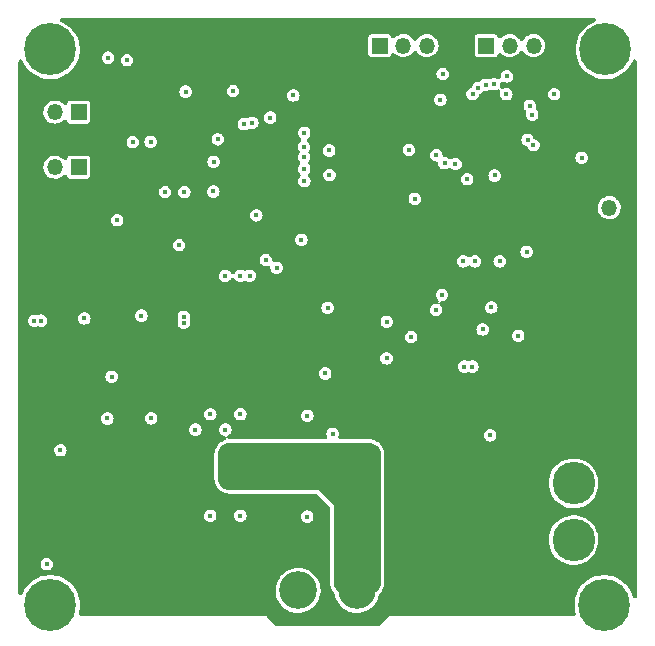
<source format=gbr>
%TF.GenerationSoftware,KiCad,Pcbnew,(6.0.0)*%
%TF.CreationDate,2022-03-25T21:17:58+08:00*%
%TF.ProjectId,WirelessPowerP40_Receiver,57697265-6c65-4737-9350-6f7765725034,rev?*%
%TF.SameCoordinates,Original*%
%TF.FileFunction,Copper,L4,Bot*%
%TF.FilePolarity,Positive*%
%FSLAX46Y46*%
G04 Gerber Fmt 4.6, Leading zero omitted, Abs format (unit mm)*
G04 Created by KiCad (PCBNEW (6.0.0)) date 2022-03-25 21:17:58*
%MOMM*%
%LPD*%
G01*
G04 APERTURE LIST*
G04 Aperture macros list*
%AMRoundRect*
0 Rectangle with rounded corners*
0 $1 Rounding radius*
0 $2 $3 $4 $5 $6 $7 $8 $9 X,Y pos of 4 corners*
0 Add a 4 corners polygon primitive as box body*
4,1,4,$2,$3,$4,$5,$6,$7,$8,$9,$2,$3,0*
0 Add four circle primitives for the rounded corners*
1,1,$1+$1,$2,$3*
1,1,$1+$1,$4,$5*
1,1,$1+$1,$6,$7*
1,1,$1+$1,$8,$9*
0 Add four rect primitives between the rounded corners*
20,1,$1+$1,$2,$3,$4,$5,0*
20,1,$1+$1,$4,$5,$6,$7,0*
20,1,$1+$1,$6,$7,$8,$9,0*
20,1,$1+$1,$8,$9,$2,$3,0*%
G04 Aperture macros list end*
%TA.AperFunction,ComponentPad*%
%ADD10R,1.350000X1.350000*%
%TD*%
%TA.AperFunction,ComponentPad*%
%ADD11O,1.350000X1.350000*%
%TD*%
%TA.AperFunction,ComponentPad*%
%ADD12C,0.700000*%
%TD*%
%TA.AperFunction,ComponentPad*%
%ADD13C,4.400000*%
%TD*%
%TA.AperFunction,ComponentPad*%
%ADD14C,3.200000*%
%TD*%
%TA.AperFunction,ComponentPad*%
%ADD15RoundRect,0.352940X-1.447060X1.447060X-1.447060X-1.447060X1.447060X-1.447060X1.447060X1.447060X0*%
%TD*%
%TA.AperFunction,ComponentPad*%
%ADD16C,3.600000*%
%TD*%
%TA.AperFunction,ViaPad*%
%ADD17C,0.450000*%
%TD*%
G04 APERTURE END LIST*
D10*
%TO.P,J3,1,Pin_1*%
%TO.N,+3V3*%
X139700000Y-71175000D03*
D11*
%TO.P,J3,2,Pin_2*%
%TO.N,Net-(J3-Pad2)*%
X141700000Y-71175000D03*
%TO.P,J3,3,Pin_3*%
%TO.N,Net-(J3-Pad3)*%
X143700000Y-71175000D03*
%TO.P,J3,4,Pin_4*%
%TO.N,GND*%
X145700000Y-71175000D03*
%TD*%
D12*
%TO.P,H3,1,Pin_1*%
%TO.N,unconnected-(H3-Pad1)*%
X111800000Y-116850000D03*
X111800000Y-120150000D03*
X112966726Y-119666726D03*
X110633274Y-117333274D03*
D13*
X111800000Y-118500000D03*
D12*
X110633274Y-119666726D03*
X112966726Y-117333274D03*
X110150000Y-118500000D03*
X113450000Y-118500000D03*
%TD*%
D10*
%TO.P,J6,1,Pin_1*%
%TO.N,Net-(J6-Pad1)*%
X114200000Y-76800000D03*
D11*
%TO.P,J6,2,Pin_2*%
%TO.N,+5V*%
X112200000Y-76800000D03*
%TD*%
D12*
%TO.P,H1,1,Pin_1*%
%TO.N,unconnected-(H1-Pad1)*%
X157633274Y-72666726D03*
X158800000Y-69850000D03*
X157633274Y-70333274D03*
D13*
X158800000Y-71500000D03*
D12*
X159966726Y-70333274D03*
X157150000Y-71500000D03*
X158800000Y-73150000D03*
X159966726Y-72666726D03*
X160450000Y-71500000D03*
%TD*%
%TO.P,H2,1,Pin_1*%
%TO.N,unconnected-(H2-Pad1)*%
X157533274Y-119666726D03*
X158700000Y-120150000D03*
X160350000Y-118500000D03*
X159866726Y-117333274D03*
X157050000Y-118500000D03*
D13*
X158700000Y-118500000D03*
D12*
X157533274Y-117333274D03*
X159866726Y-119666726D03*
X158700000Y-116850000D03*
%TD*%
D14*
%TO.P,J5,1,Pin_1*%
%TO.N,COIL-*%
X132800000Y-117300000D03*
%TO.P,J5,2,Pin_2*%
%TO.N,VAC1*%
X137800000Y-117300000D03*
%TD*%
D10*
%TO.P,J7,1,Pin_1*%
%TO.N,Net-(J6-Pad1)*%
X114200000Y-81456977D03*
D11*
%TO.P,J7,2,Pin_2*%
%TO.N,+5V*%
X112200000Y-81456977D03*
%TD*%
D15*
%TO.P,J4,1,Pin_1*%
%TO.N,GND*%
X156120000Y-98630000D03*
D16*
%TO.P,J4,2,Pin_2*%
X156120000Y-103430000D03*
%TO.P,J4,3,Pin_3*%
%TO.N,VDC*%
X156120000Y-108230000D03*
%TO.P,J4,4,Pin_4*%
X156120000Y-113030000D03*
%TD*%
D10*
%TO.P,J2,1,Pin_1*%
%TO.N,+3V3*%
X148725000Y-71175000D03*
D11*
%TO.P,J2,2,Pin_2*%
%TO.N,Net-(J2-Pad2)*%
X150725000Y-71175000D03*
%TO.P,J2,3,Pin_3*%
%TO.N,Net-(J2-Pad3)*%
X152725000Y-71175000D03*
%TO.P,J2,4,Pin_4*%
%TO.N,GND*%
X154725000Y-71175000D03*
%TD*%
D10*
%TO.P,J1,1,Pin_1*%
%TO.N,GND*%
X159130000Y-86900000D03*
D11*
%TO.P,J1,2,Pin_2*%
%TO.N,TEMP*%
X159130000Y-84900000D03*
%TD*%
D12*
%TO.P,H4,1,Pin_1*%
%TO.N,unconnected-(H4-Pad1)*%
X110633274Y-72666726D03*
D13*
X111800000Y-71500000D03*
D12*
X110633274Y-70333274D03*
X110150000Y-71500000D03*
X113450000Y-71500000D03*
X112966726Y-72666726D03*
X111800000Y-69850000D03*
X111800000Y-73150000D03*
X112966726Y-70333274D03*
%TD*%
D17*
%TO.N,GND*%
X109510000Y-113740000D03*
X148975000Y-79125000D03*
X136660000Y-69190000D03*
X109510000Y-90740000D03*
X138000000Y-84000000D03*
X109510000Y-86740000D03*
X132500000Y-91600000D03*
X109510000Y-108740000D03*
X109510000Y-109740000D03*
X116660000Y-69190000D03*
X147660000Y-69190000D03*
X161110000Y-79740000D03*
X123100000Y-110610000D03*
X126160000Y-111130000D03*
X143325000Y-118850000D03*
X116225000Y-118850000D03*
X161110000Y-105740000D03*
X134000000Y-74000000D03*
X161110000Y-111740000D03*
X148175000Y-77525000D03*
X151105000Y-86735000D03*
X122660000Y-69190000D03*
X127877500Y-82447500D03*
X161110000Y-115740000D03*
X129820000Y-111060000D03*
X161110000Y-85740000D03*
X132220000Y-111060000D03*
X125660000Y-69190000D03*
X161110000Y-77740000D03*
X153660000Y-69190000D03*
X128660000Y-69190000D03*
X161110000Y-94740000D03*
X145775000Y-95059998D03*
X151660000Y-69190000D03*
X161110000Y-96740000D03*
X130277500Y-82447500D03*
X127877500Y-81647500D03*
X143265000Y-89439998D03*
X128677500Y-81647501D03*
X109510000Y-112740000D03*
X122700000Y-72700000D03*
X161110000Y-78740000D03*
X109510000Y-107740000D03*
X119300000Y-76900000D03*
X109510000Y-98740000D03*
X138000000Y-85000000D03*
X133000000Y-73000000D03*
X147895000Y-86735000D03*
X109510000Y-83740000D03*
X118225000Y-118850000D03*
X147895000Y-85155000D03*
X137660000Y-69190000D03*
X109510000Y-81740000D03*
X161110000Y-102740000D03*
X137000000Y-73000000D03*
X161110000Y-76740000D03*
X109510000Y-104740000D03*
X133660000Y-69190000D03*
X136000000Y-73000000D03*
X138660000Y-69190000D03*
X109510000Y-79740000D03*
X119800000Y-77420000D03*
X115000000Y-89330000D03*
X122500000Y-92100000D03*
X131620000Y-111060000D03*
X139000000Y-84000000D03*
X109510000Y-73740000D03*
X109510000Y-99740000D03*
X126640000Y-111540000D03*
X130277500Y-80847500D03*
X147375000Y-79125000D03*
X154660000Y-69190000D03*
X122170000Y-110610000D03*
X122650000Y-110200000D03*
X130420000Y-111060000D03*
X148975000Y-78325000D03*
X136000000Y-74000000D03*
X124800000Y-81770000D03*
X147375000Y-78325000D03*
X161110000Y-82740000D03*
X122170000Y-109790000D03*
X129477500Y-80047500D03*
X129477500Y-82447501D03*
X139570000Y-119840000D03*
X113660000Y-69190000D03*
X124225000Y-118850000D03*
X131070000Y-119840000D03*
X152325000Y-118850000D03*
X123660000Y-69190000D03*
X149775000Y-77525000D03*
X109510000Y-94740000D03*
X119570000Y-85930000D03*
X140660000Y-69190000D03*
X128677500Y-80847500D03*
X117512436Y-94770742D03*
X116532436Y-94770742D03*
X156660000Y-69190000D03*
X138095000Y-95530000D03*
X129740000Y-84770000D03*
X127877500Y-80047500D03*
X119800000Y-76370000D03*
X123100000Y-109790000D03*
X147375000Y-79925000D03*
X161110000Y-114740000D03*
X131020000Y-111060000D03*
X109510000Y-110740000D03*
X135000000Y-73000000D03*
X118800000Y-77420000D03*
X117025000Y-94275000D03*
X142825000Y-97075000D03*
X109510000Y-75740000D03*
X148975000Y-77525000D03*
X109510000Y-101740000D03*
X161110000Y-101740000D03*
X155325000Y-118850000D03*
X155080000Y-82370000D03*
X150660000Y-69190000D03*
X109510000Y-80740000D03*
X161110000Y-116740000D03*
X161110000Y-113740000D03*
X139660000Y-69190000D03*
X121200000Y-100900000D03*
X109510000Y-84740000D03*
X161110000Y-74740000D03*
X143725000Y-97050000D03*
X120660000Y-69190000D03*
X116532436Y-93800742D03*
X134170000Y-119840000D03*
X141660000Y-69190000D03*
X146325000Y-118850000D03*
X123225000Y-118850000D03*
X161110000Y-99740000D03*
X161110000Y-112740000D03*
X109510000Y-76740000D03*
X143660000Y-69190000D03*
X109510000Y-102740000D03*
X153325000Y-118850000D03*
X109510000Y-93740000D03*
X117225000Y-118850000D03*
X127090000Y-111130000D03*
X109510000Y-87740000D03*
X109510000Y-92740000D03*
X146660000Y-69190000D03*
X161110000Y-90740000D03*
X161110000Y-88740000D03*
X161110000Y-87740000D03*
X134660000Y-69190000D03*
X149775000Y-78325000D03*
X109510000Y-88740000D03*
X120225000Y-118850000D03*
X141325000Y-118850000D03*
X149775000Y-79925000D03*
X130277500Y-80047500D03*
X109510000Y-85740000D03*
X161110000Y-106740000D03*
X127225000Y-118850000D03*
X142325000Y-118850000D03*
X150325000Y-118850000D03*
X161110000Y-73740000D03*
X151105000Y-85145000D03*
X132170000Y-119840000D03*
X109510000Y-114740000D03*
X118800000Y-76370000D03*
X161110000Y-97740000D03*
X130660000Y-69190000D03*
X149660000Y-69190000D03*
X109510000Y-74740000D03*
X161110000Y-92740000D03*
X138570000Y-119840000D03*
X148660000Y-69190000D03*
X124660000Y-69190000D03*
X161110000Y-100740000D03*
X129225000Y-118850000D03*
X161110000Y-84740000D03*
X145275000Y-95579998D03*
X126225000Y-118850000D03*
X119500000Y-100900000D03*
X109510000Y-97740000D03*
X128677500Y-80047500D03*
X161110000Y-98740000D03*
X136370000Y-119840000D03*
X145325000Y-118850000D03*
X129477500Y-80847500D03*
X161110000Y-86740000D03*
X144660000Y-69190000D03*
X145660000Y-69190000D03*
X109510000Y-106740000D03*
X147325000Y-118850000D03*
X161110000Y-108740000D03*
X145275000Y-94529998D03*
X148175000Y-78325000D03*
X114660000Y-69190000D03*
X122500000Y-92900000D03*
X109510000Y-103740000D03*
X149775000Y-79125000D03*
X148175000Y-79125000D03*
X161110000Y-109740000D03*
X130700000Y-91600000D03*
X109510000Y-82740000D03*
X134000000Y-73000000D03*
X161110000Y-110740000D03*
X161110000Y-89740000D03*
X133000000Y-74000000D03*
X127090000Y-111950000D03*
X139000000Y-85000000D03*
X109510000Y-89740000D03*
X127877500Y-80847500D03*
X131660000Y-69190000D03*
X130277500Y-81647501D03*
X161110000Y-107740000D03*
X146275000Y-94529998D03*
X151325000Y-118850000D03*
X128677500Y-82447500D03*
X147375000Y-77525000D03*
X154325000Y-118850000D03*
X122225000Y-118850000D03*
X161110000Y-104740000D03*
X129477500Y-81647500D03*
X109510000Y-77740000D03*
X126660000Y-69190000D03*
X138095000Y-94823750D03*
X144325000Y-118850000D03*
X132660000Y-69190000D03*
X118660000Y-69190000D03*
X117660000Y-69190000D03*
X135660000Y-69190000D03*
X146845000Y-85155000D03*
X109510000Y-105740000D03*
X148175000Y-79925000D03*
X137000000Y-74000000D03*
X109510000Y-95740000D03*
X140270000Y-119140000D03*
X155660000Y-69190000D03*
X152660000Y-69190000D03*
X129660000Y-69190000D03*
X109510000Y-115740000D03*
X148975000Y-79925000D03*
X117522436Y-93800741D03*
X115660000Y-69190000D03*
X135270000Y-119840000D03*
X127660000Y-69190000D03*
X147540000Y-92320000D03*
X119840000Y-91790000D03*
X109510000Y-116740000D03*
X161110000Y-83740000D03*
X119500000Y-98100000D03*
X109510000Y-100740000D03*
X161110000Y-75740000D03*
X146275000Y-95579998D03*
X145860000Y-76330000D03*
X130370000Y-119140000D03*
X142660000Y-69190000D03*
X109510000Y-91740000D03*
X161110000Y-103740000D03*
X161110000Y-81740000D03*
X126160000Y-111950000D03*
X145815000Y-85155000D03*
X138095000Y-96236250D03*
X161110000Y-93740000D03*
X161110000Y-95740000D03*
X161110000Y-80740000D03*
X125225000Y-118850000D03*
X137470000Y-119840000D03*
X119830000Y-72040000D03*
X109510000Y-96740000D03*
X121225000Y-118850000D03*
X115225000Y-118850000D03*
X133170000Y-119840000D03*
X121660000Y-69190000D03*
X119225000Y-118850000D03*
X119660000Y-69190000D03*
X161110000Y-91740000D03*
X109510000Y-111740000D03*
X129247499Y-87730000D03*
X149325000Y-118850000D03*
X109510000Y-78740000D03*
X148770000Y-89410000D03*
X128225000Y-118850000D03*
X148325000Y-118850000D03*
X135000000Y-74000000D03*
X115180000Y-99770000D03*
%TO.N,COIL-*%
X152140000Y-88620000D03*
%TO.N,VDDA*%
X156800000Y-80670000D03*
X123270000Y-75060000D03*
X152720000Y-79590000D03*
%TO.N,Net-(C1-Pad1)*%
X114690000Y-94270000D03*
X119525000Y-94025000D03*
%TO.N,+5V*%
X129260000Y-85540000D03*
X116700000Y-72190000D03*
X120300000Y-79300000D03*
X117475000Y-85950000D03*
X147540000Y-98340000D03*
X130430000Y-77260000D03*
X118800000Y-79350000D03*
X117009258Y-99190742D03*
X146850000Y-98340000D03*
X144975000Y-92269997D03*
%TO.N,HT*%
X123121425Y-94115000D03*
X110462436Y-94460742D03*
X147765000Y-89439998D03*
X111022436Y-94460742D03*
X144465001Y-93539998D03*
X123121425Y-94640000D03*
X135290000Y-93380000D03*
%TO.N,VAC1*%
X126600000Y-106500000D03*
X127200000Y-106800000D03*
X126600000Y-107200000D03*
X126610000Y-90670000D03*
X127200000Y-107500000D03*
X127800000Y-107200000D03*
X126600000Y-105800000D03*
X127200000Y-106100000D03*
X127800000Y-105800000D03*
X127800000Y-107900000D03*
X127200000Y-105400000D03*
X111520000Y-115080000D03*
X127200000Y-108200000D03*
X126600000Y-107900000D03*
X127800000Y-106500000D03*
X126625000Y-103675000D03*
%TO.N,+3V3*%
X154475000Y-75285000D03*
X152220000Y-79140000D03*
X127280000Y-75020000D03*
X122710000Y-88060000D03*
%TO.N,ISENSE*%
X121520000Y-83560000D03*
X126000000Y-79100000D03*
X116650000Y-102740000D03*
%TO.N,Net-(C37-Pad2)*%
X133075000Y-87600000D03*
X124100000Y-103675000D03*
%TO.N,VACC_MID*%
X123170000Y-83570000D03*
X120350000Y-102730000D03*
%TO.N,Net-(R26-Pad2)*%
X128690000Y-90640000D03*
X127900000Y-110960000D03*
%TO.N,PWM1_L*%
X133330000Y-82640000D03*
X149380000Y-74430000D03*
%TO.N,PWM1_H*%
X133300000Y-80610000D03*
X150470000Y-73780000D03*
%TO.N,PWM2_L*%
X133290000Y-79720000D03*
X145040000Y-73570000D03*
%TO.N,PWM2_H*%
X144840000Y-75760000D03*
X133310000Y-81610000D03*
X128920000Y-77710000D03*
%TO.N,AC_I_2*%
X133310000Y-78540000D03*
X147100000Y-82480000D03*
%TO.N,VDC*%
X149860000Y-89430000D03*
X146780000Y-89430000D03*
X149050000Y-104170000D03*
%TO.N,Net-(R24-Pad2)*%
X127910000Y-102370000D03*
X127900000Y-90660000D03*
%TO.N,Net-(D3-Pad3)*%
X135710000Y-104030000D03*
X142360002Y-95839998D03*
X149150000Y-93339999D03*
X151425000Y-95739998D03*
%TO.N,Net-(J2-Pad2)*%
X152410000Y-76260000D03*
%TO.N,Net-(J3-Pad2)*%
X145190000Y-81120000D03*
%TO.N,Net-(J3-Pad3)*%
X146117500Y-81190000D03*
%TO.N,Net-(NCP15XW153J03RC1-Pad1)*%
X135090000Y-98930000D03*
X118300000Y-72400000D03*
%TO.N,EN_MOD*%
X112670000Y-105420000D03*
X148690000Y-74490000D03*
%TO.N,MIN_LD*%
X144490000Y-80440000D03*
X142680000Y-84150000D03*
%TO.N,Net-(Q5-Pad4)*%
X140305000Y-94549998D03*
X133570000Y-102510000D03*
%TO.N,Net-(Q6-Pad4)*%
X140280000Y-97649999D03*
X133555000Y-111050000D03*
%TO.N,Net-(R10-Pad2)*%
X130980000Y-89980000D03*
X125360000Y-102380000D03*
%TO.N,Net-(R12-Pad2)*%
X130060000Y-89320000D03*
X125350000Y-110970000D03*
%TO.N,AC_I_1*%
X128200000Y-77820000D03*
X149425000Y-82165000D03*
X132390000Y-75387500D03*
%TO.N,EN_GAIN*%
X142180000Y-79990000D03*
X125640000Y-81010000D03*
%TO.N,Net-(R49-Pad1)*%
X135420000Y-80050000D03*
X150430000Y-75280000D03*
%TO.N,Net-(R51-Pad1)*%
X147560000Y-75270000D03*
X135450000Y-82130000D03*
%TO.N,EN_LOAD*%
X148030000Y-74730000D03*
X148410000Y-95200000D03*
%TO.N,EN_DRV*%
X152610000Y-77030000D03*
X125610000Y-83520000D03*
%TD*%
%TA.AperFunction,Conductor*%
%TO.N,GND*%
G36*
X157783687Y-68800000D02*
G01*
X157870030Y-68819707D01*
X157939271Y-68874926D01*
X157977698Y-68954718D01*
X157977698Y-69043282D01*
X157939271Y-69123074D01*
X157870030Y-69178293D01*
X157856943Y-69184026D01*
X157739052Y-69230702D01*
X157739045Y-69230705D01*
X157733234Y-69233006D01*
X157457516Y-69384584D01*
X157452460Y-69388257D01*
X157452459Y-69388258D01*
X157208029Y-69565846D01*
X157208025Y-69565850D01*
X157202970Y-69569522D01*
X157198413Y-69573802D01*
X157198411Y-69573803D01*
X157180299Y-69590812D01*
X156973610Y-69784906D01*
X156969636Y-69789709D01*
X156969631Y-69789715D01*
X156921632Y-69847736D01*
X156773053Y-70027337D01*
X156604463Y-70292993D01*
X156601803Y-70298645D01*
X156601799Y-70298653D01*
X156482205Y-70552804D01*
X156470497Y-70577685D01*
X156468563Y-70583636D01*
X156468563Y-70583637D01*
X156394055Y-70812950D01*
X156373269Y-70876921D01*
X156372098Y-70883062D01*
X156372097Y-70883064D01*
X156317463Y-71169469D01*
X156314312Y-71185985D01*
X156294556Y-71500000D01*
X156314312Y-71814015D01*
X156315483Y-71820155D01*
X156315484Y-71820161D01*
X156366756Y-72088936D01*
X156373269Y-72123079D01*
X156375200Y-72129022D01*
X156375201Y-72129026D01*
X156463246Y-72400000D01*
X156470497Y-72422315D01*
X156473158Y-72427970D01*
X156473160Y-72427975D01*
X156601799Y-72701347D01*
X156601803Y-72701355D01*
X156604463Y-72707007D01*
X156773053Y-72972663D01*
X156777036Y-72977477D01*
X156777037Y-72977479D01*
X156969631Y-73210285D01*
X156969636Y-73210291D01*
X156973610Y-73215094D01*
X156978158Y-73219365D01*
X156978160Y-73219367D01*
X157192629Y-73420767D01*
X157202970Y-73430478D01*
X157208025Y-73434150D01*
X157208029Y-73434154D01*
X157452459Y-73611742D01*
X157457516Y-73615416D01*
X157733234Y-73766994D01*
X158025775Y-73882819D01*
X158092554Y-73899965D01*
X158324465Y-73959510D01*
X158324472Y-73959511D01*
X158330527Y-73961066D01*
X158642682Y-74000500D01*
X158957318Y-74000500D01*
X159269473Y-73961066D01*
X159275528Y-73959511D01*
X159275535Y-73959510D01*
X159507446Y-73899965D01*
X159574225Y-73882819D01*
X159866766Y-73766994D01*
X160142484Y-73615416D01*
X160147541Y-73611742D01*
X160391971Y-73434154D01*
X160391975Y-73434150D01*
X160397030Y-73430478D01*
X160407371Y-73420767D01*
X160621840Y-73219367D01*
X160621842Y-73219365D01*
X160626390Y-73215094D01*
X160630364Y-73210291D01*
X160630369Y-73210285D01*
X160822963Y-72977479D01*
X160822964Y-72977477D01*
X160826947Y-72972663D01*
X160995537Y-72707007D01*
X160998197Y-72701355D01*
X160998201Y-72701347D01*
X161109246Y-72465364D01*
X161120939Y-72440513D01*
X161175534Y-72370780D01*
X161254979Y-72331639D01*
X161343538Y-72330844D01*
X161423673Y-72368552D01*
X161479511Y-72437295D01*
X161500000Y-72525244D01*
X161500000Y-117769289D01*
X161480293Y-117855632D01*
X161425074Y-117924873D01*
X161345282Y-117963300D01*
X161256718Y-117963300D01*
X161176926Y-117924873D01*
X161121707Y-117855632D01*
X161111740Y-117830783D01*
X161031439Y-117583641D01*
X161031435Y-117583630D01*
X161029503Y-117577685D01*
X161020941Y-117559490D01*
X160898201Y-117298653D01*
X160898197Y-117298645D01*
X160895537Y-117292993D01*
X160726947Y-117027337D01*
X160722963Y-117022521D01*
X160530369Y-116789715D01*
X160530364Y-116789709D01*
X160526390Y-116784906D01*
X160508838Y-116768423D01*
X160301589Y-116573803D01*
X160301587Y-116573802D01*
X160297030Y-116569522D01*
X160291975Y-116565850D01*
X160291971Y-116565846D01*
X160047541Y-116388258D01*
X160047540Y-116388257D01*
X160042484Y-116384584D01*
X159766766Y-116233006D01*
X159474225Y-116117181D01*
X159387784Y-116094987D01*
X159175535Y-116040490D01*
X159175528Y-116040489D01*
X159169473Y-116038934D01*
X158857318Y-115999500D01*
X158542682Y-115999500D01*
X158230527Y-116038934D01*
X158224472Y-116040489D01*
X158224465Y-116040490D01*
X158012216Y-116094987D01*
X157925775Y-116117181D01*
X157633234Y-116233006D01*
X157357516Y-116384584D01*
X157352460Y-116388257D01*
X157352459Y-116388258D01*
X157108029Y-116565846D01*
X157108025Y-116565850D01*
X157102970Y-116569522D01*
X157098413Y-116573802D01*
X157098411Y-116573803D01*
X156891163Y-116768423D01*
X156873610Y-116784906D01*
X156869636Y-116789709D01*
X156869631Y-116789715D01*
X156677037Y-117022521D01*
X156673053Y-117027337D01*
X156504463Y-117292993D01*
X156501803Y-117298645D01*
X156501799Y-117298653D01*
X156379059Y-117559490D01*
X156370497Y-117577685D01*
X156368563Y-117583636D01*
X156368563Y-117583637D01*
X156309013Y-117766914D01*
X156273269Y-117876921D01*
X156272098Y-117883062D01*
X156272097Y-117883064D01*
X156245505Y-118022467D01*
X156214312Y-118185985D01*
X156194556Y-118500000D01*
X156214312Y-118814015D01*
X156215483Y-118820155D01*
X156215484Y-118820161D01*
X156269020Y-119100806D01*
X156273269Y-119123079D01*
X156275200Y-119129021D01*
X156275201Y-119129026D01*
X156291039Y-119177769D01*
X156298978Y-119265976D01*
X156267859Y-119348892D01*
X156203846Y-119410095D01*
X156119618Y-119437463D01*
X156054732Y-119432623D01*
X156047333Y-119430823D01*
X156034280Y-119425615D01*
X156028007Y-119425000D01*
X156015151Y-119425000D01*
X156012154Y-119424888D01*
X155997760Y-119421223D01*
X155971952Y-119423806D01*
X155969904Y-119424011D01*
X155950086Y-119425000D01*
X140725185Y-119425000D01*
X140725185Y-119421881D01*
X140719547Y-119422100D01*
X140719584Y-119423077D01*
X140672094Y-119424860D01*
X140664628Y-119425000D01*
X140647095Y-119425000D01*
X140647095Y-119424617D01*
X140641645Y-119423891D01*
X140641724Y-119426000D01*
X140607904Y-119427270D01*
X140591025Y-119434522D01*
X140587021Y-119435424D01*
X140583193Y-119436901D01*
X140565130Y-119440265D01*
X140548767Y-119450352D01*
X140522893Y-119463792D01*
X140518134Y-119465837D01*
X140505220Y-119471385D01*
X140500350Y-119475386D01*
X140496904Y-119478832D01*
X140495733Y-119479894D01*
X140490987Y-119484414D01*
X140485634Y-119489267D01*
X140469993Y-119498909D01*
X140458871Y-119513535D01*
X140456459Y-119516707D01*
X140438769Y-119536967D01*
X139734022Y-120241714D01*
X139659034Y-120288833D01*
X139593308Y-120300000D01*
X131006692Y-120300000D01*
X130920349Y-120280293D01*
X130865978Y-120241714D01*
X130172617Y-119548353D01*
X130174823Y-119546147D01*
X130170682Y-119542316D01*
X130170016Y-119543034D01*
X130135152Y-119510692D01*
X130129801Y-119505537D01*
X130117400Y-119493136D01*
X130117673Y-119492863D01*
X130114333Y-119488496D01*
X130112895Y-119490046D01*
X130101557Y-119479528D01*
X130101556Y-119479527D01*
X130088083Y-119467029D01*
X130071016Y-119460220D01*
X130067545Y-119458026D01*
X130063798Y-119456366D01*
X130048648Y-119445972D01*
X130029942Y-119441533D01*
X130002139Y-119432741D01*
X129984280Y-119425615D01*
X129978007Y-119425000D01*
X129973141Y-119425000D01*
X129971576Y-119424923D01*
X129964993Y-119424762D01*
X129957782Y-119424409D01*
X129939909Y-119420168D01*
X129917754Y-119423183D01*
X129890920Y-119425000D01*
X114485150Y-119425000D01*
X114477069Y-119424836D01*
X114471680Y-119424617D01*
X114434328Y-119423099D01*
X114423317Y-119426607D01*
X114339664Y-119419018D01*
X114263670Y-119373539D01*
X114214934Y-119299591D01*
X114203109Y-119211820D01*
X114212034Y-119168313D01*
X114226731Y-119123079D01*
X114230980Y-119100806D01*
X114284516Y-118820161D01*
X114284517Y-118820155D01*
X114285688Y-118814015D01*
X114305444Y-118500000D01*
X114285688Y-118185985D01*
X114254496Y-118022467D01*
X114227903Y-117883064D01*
X114227902Y-117883062D01*
X114226731Y-117876921D01*
X114190988Y-117766914D01*
X114131437Y-117583637D01*
X114131437Y-117583636D01*
X114129503Y-117577685D01*
X114120941Y-117559490D01*
X113998201Y-117298653D01*
X113998197Y-117298645D01*
X113995537Y-117292993D01*
X113962003Y-117240151D01*
X130895585Y-117240151D01*
X130895861Y-117247177D01*
X130895861Y-117247179D01*
X130897470Y-117288136D01*
X130906152Y-117509083D01*
X130907415Y-117516000D01*
X130907416Y-117516007D01*
X130953239Y-117766914D01*
X130953241Y-117766922D01*
X130954505Y-117773843D01*
X131039682Y-118029148D01*
X131042828Y-118035444D01*
X131156836Y-118263612D01*
X131156840Y-118263618D01*
X131159981Y-118269905D01*
X131313003Y-118491309D01*
X131317781Y-118496478D01*
X131317782Y-118496479D01*
X131339015Y-118519449D01*
X131495695Y-118688944D01*
X131704411Y-118858866D01*
X131710435Y-118862492D01*
X131710441Y-118862497D01*
X131915079Y-118985699D01*
X131934987Y-118997684D01*
X131941472Y-119000430D01*
X132176331Y-119099880D01*
X132176338Y-119099882D01*
X132182822Y-119102628D01*
X132236785Y-119116936D01*
X132436171Y-119169803D01*
X132436175Y-119169804D01*
X132442972Y-119171606D01*
X132634295Y-119194251D01*
X132703265Y-119202414D01*
X132703267Y-119202414D01*
X132710245Y-119203240D01*
X132844778Y-119200069D01*
X132972282Y-119197065D01*
X132972287Y-119197065D01*
X132979310Y-119196899D01*
X133021848Y-119189819D01*
X133237846Y-119153867D01*
X133237849Y-119153866D01*
X133244796Y-119152710D01*
X133251509Y-119150587D01*
X133251513Y-119150586D01*
X133494695Y-119073677D01*
X133494694Y-119073677D01*
X133501408Y-119071554D01*
X133540538Y-119052764D01*
X133737685Y-118958096D01*
X133737691Y-118958092D01*
X133744025Y-118955051D01*
X133967806Y-118805526D01*
X134168286Y-118625961D01*
X134172809Y-118620580D01*
X134172815Y-118620574D01*
X134336942Y-118425321D01*
X134336943Y-118425319D01*
X134341465Y-118419940D01*
X134345181Y-118413981D01*
X134345185Y-118413976D01*
X134480167Y-118197537D01*
X134480167Y-118197536D01*
X134483887Y-118191572D01*
X134552911Y-118035444D01*
X134589869Y-117951848D01*
X134589872Y-117951841D01*
X134592712Y-117945416D01*
X134594619Y-117938656D01*
X134594621Y-117938649D01*
X134663858Y-117693150D01*
X134665767Y-117686382D01*
X134701595Y-117419638D01*
X134705355Y-117300000D01*
X134686347Y-117031533D01*
X134629700Y-116768423D01*
X134536547Y-116515919D01*
X134504038Y-116455669D01*
X134412087Y-116285255D01*
X134412085Y-116285251D01*
X134408744Y-116279060D01*
X134248843Y-116062571D01*
X134060034Y-115870772D01*
X133846083Y-115707490D01*
X133796116Y-115679507D01*
X133617397Y-115579419D01*
X133617393Y-115579417D01*
X133611261Y-115575983D01*
X133360251Y-115478875D01*
X133098063Y-115418103D01*
X133091060Y-115417496D01*
X133091057Y-115417496D01*
X132994188Y-115409106D01*
X132829928Y-115394880D01*
X132822895Y-115395267D01*
X132822893Y-115395267D01*
X132568228Y-115409282D01*
X132561196Y-115409669D01*
X132297228Y-115462176D01*
X132043292Y-115551352D01*
X131804455Y-115675418D01*
X131585481Y-115831899D01*
X131580397Y-115836749D01*
X131580392Y-115836753D01*
X131477081Y-115935307D01*
X131390740Y-116017672D01*
X131386384Y-116023197D01*
X131386379Y-116023203D01*
X131228479Y-116223500D01*
X131224118Y-116229032D01*
X131088939Y-116461760D01*
X130987900Y-116711213D01*
X130923017Y-116972414D01*
X130895585Y-117240151D01*
X113962003Y-117240151D01*
X113826947Y-117027337D01*
X113822963Y-117022521D01*
X113630369Y-116789715D01*
X113630364Y-116789709D01*
X113626390Y-116784906D01*
X113608838Y-116768423D01*
X113401589Y-116573803D01*
X113401587Y-116573802D01*
X113397030Y-116569522D01*
X113391975Y-116565850D01*
X113391971Y-116565846D01*
X113147541Y-116388258D01*
X113147540Y-116388257D01*
X113142484Y-116384584D01*
X112866766Y-116233006D01*
X112574225Y-116117181D01*
X112487784Y-116094987D01*
X112275535Y-116040490D01*
X112275528Y-116040489D01*
X112269473Y-116038934D01*
X111957318Y-115999500D01*
X111642682Y-115999500D01*
X111330527Y-116038934D01*
X111324472Y-116040489D01*
X111324465Y-116040490D01*
X111112216Y-116094987D01*
X111025775Y-116117181D01*
X110733234Y-116233006D01*
X110457516Y-116384584D01*
X110452460Y-116388257D01*
X110452459Y-116388258D01*
X110208029Y-116565846D01*
X110208025Y-116565850D01*
X110202970Y-116569522D01*
X110198413Y-116573802D01*
X110198411Y-116573803D01*
X109991163Y-116768423D01*
X109973610Y-116784906D01*
X109969636Y-116789709D01*
X109969631Y-116789715D01*
X109777037Y-117022521D01*
X109773053Y-117027337D01*
X109604463Y-117292993D01*
X109601803Y-117298645D01*
X109601799Y-117298653D01*
X109479059Y-117559490D01*
X109424464Y-117629225D01*
X109345019Y-117668365D01*
X109256460Y-117669160D01*
X109176325Y-117631452D01*
X109120487Y-117562709D01*
X109099998Y-117474760D01*
X109099998Y-115080000D01*
X110989965Y-115080000D01*
X111008026Y-115217183D01*
X111060976Y-115345017D01*
X111145209Y-115454791D01*
X111254982Y-115539024D01*
X111267030Y-115544014D01*
X111267031Y-115544015D01*
X111279110Y-115549018D01*
X111382817Y-115591974D01*
X111520000Y-115610035D01*
X111657183Y-115591974D01*
X111760890Y-115549018D01*
X111772969Y-115544015D01*
X111772970Y-115544014D01*
X111785018Y-115539024D01*
X111894791Y-115454791D01*
X111979024Y-115345017D01*
X112031974Y-115217183D01*
X112050035Y-115080000D01*
X112031974Y-114942817D01*
X112020800Y-114915839D01*
X111984016Y-114827035D01*
X111979024Y-114814983D01*
X111894791Y-114705209D01*
X111785018Y-114620976D01*
X111772970Y-114615986D01*
X111772969Y-114615985D01*
X111721395Y-114594623D01*
X111657183Y-114568026D01*
X111520000Y-114549965D01*
X111382817Y-114568026D01*
X111370768Y-114573017D01*
X111370767Y-114573017D01*
X111318605Y-114594623D01*
X111254983Y-114620976D01*
X111145209Y-114705209D01*
X111060976Y-114814983D01*
X111055984Y-114827035D01*
X111019201Y-114915839D01*
X111008026Y-114942817D01*
X110989965Y-115080000D01*
X109099998Y-115080000D01*
X109099998Y-110970000D01*
X124819965Y-110970000D01*
X124838026Y-111107183D01*
X124843017Y-111119232D01*
X124843017Y-111119233D01*
X124861635Y-111164180D01*
X124890976Y-111235017D01*
X124975209Y-111344791D01*
X125084982Y-111429024D01*
X125097030Y-111434014D01*
X125097031Y-111434015D01*
X125131200Y-111448168D01*
X125212817Y-111481974D01*
X125350000Y-111500035D01*
X125487183Y-111481974D01*
X125568800Y-111448168D01*
X125602969Y-111434015D01*
X125602970Y-111434014D01*
X125615018Y-111429024D01*
X125724791Y-111344791D01*
X125809024Y-111235017D01*
X125838365Y-111164180D01*
X125856983Y-111119233D01*
X125856983Y-111119232D01*
X125861974Y-111107183D01*
X125880035Y-110970000D01*
X125878718Y-110960000D01*
X127369965Y-110960000D01*
X127388026Y-111097183D01*
X127440976Y-111225017D01*
X127525209Y-111334791D01*
X127634982Y-111419024D01*
X127647030Y-111424014D01*
X127647031Y-111424015D01*
X127668069Y-111432729D01*
X127762817Y-111471974D01*
X127900000Y-111490035D01*
X128037183Y-111471974D01*
X128131931Y-111432729D01*
X128152969Y-111424015D01*
X128152970Y-111424014D01*
X128165018Y-111419024D01*
X128274791Y-111334791D01*
X128359024Y-111225017D01*
X128411974Y-111097183D01*
X128418186Y-111050000D01*
X133024965Y-111050000D01*
X133043026Y-111187183D01*
X133095976Y-111315017D01*
X133180209Y-111424791D01*
X133289982Y-111509024D01*
X133302030Y-111514014D01*
X133302031Y-111514015D01*
X133336200Y-111528168D01*
X133417817Y-111561974D01*
X133555000Y-111580035D01*
X133692183Y-111561974D01*
X133773800Y-111528168D01*
X133807969Y-111514015D01*
X133807970Y-111514014D01*
X133820018Y-111509024D01*
X133929791Y-111424791D01*
X134014024Y-111315017D01*
X134066974Y-111187183D01*
X134085035Y-111050000D01*
X134066974Y-110912817D01*
X134014024Y-110784983D01*
X133929791Y-110675209D01*
X133820018Y-110590976D01*
X133807970Y-110585986D01*
X133807969Y-110585985D01*
X133773800Y-110571832D01*
X133692183Y-110538026D01*
X133555000Y-110519965D01*
X133417817Y-110538026D01*
X133405768Y-110543017D01*
X133405767Y-110543017D01*
X133323070Y-110577271D01*
X133289983Y-110590976D01*
X133180209Y-110675209D01*
X133095976Y-110784983D01*
X133043026Y-110912817D01*
X133024965Y-111050000D01*
X128418186Y-111050000D01*
X128430035Y-110960000D01*
X128411974Y-110822817D01*
X128359024Y-110694983D01*
X128274791Y-110585209D01*
X128165018Y-110500976D01*
X128152970Y-110495986D01*
X128152969Y-110495985D01*
X128118800Y-110481832D01*
X128037183Y-110448026D01*
X127900000Y-110429965D01*
X127762817Y-110448026D01*
X127750768Y-110453017D01*
X127750767Y-110453017D01*
X127726625Y-110463017D01*
X127634983Y-110500976D01*
X127525209Y-110585209D01*
X127440976Y-110694983D01*
X127388026Y-110822817D01*
X127369965Y-110960000D01*
X125878718Y-110960000D01*
X125861974Y-110832817D01*
X125809024Y-110704983D01*
X125724791Y-110595209D01*
X125615018Y-110510976D01*
X125602970Y-110505986D01*
X125602969Y-110505985D01*
X125568800Y-110491832D01*
X125487183Y-110458026D01*
X125350000Y-110439965D01*
X125212817Y-110458026D01*
X125200768Y-110463017D01*
X125200767Y-110463017D01*
X125121177Y-110495984D01*
X125084983Y-110510976D01*
X124975209Y-110595209D01*
X124890976Y-110704983D01*
X124838026Y-110832817D01*
X124819965Y-110970000D01*
X109099998Y-110970000D01*
X109099999Y-107793813D01*
X125700000Y-107793813D01*
X125700362Y-107808540D01*
X125700969Y-107820890D01*
X125702052Y-107835568D01*
X125719443Y-108012142D01*
X125723761Y-108041256D01*
X125728578Y-108065476D01*
X125735732Y-108094041D01*
X125785435Y-108257893D01*
X125786251Y-108260173D01*
X125791232Y-108274092D01*
X125795357Y-108285621D01*
X125804810Y-108308441D01*
X125817394Y-108335047D01*
X125898104Y-108486046D01*
X125913242Y-108511302D01*
X125926960Y-108531832D01*
X125944495Y-108555475D01*
X126053122Y-108687838D01*
X126072894Y-108709653D01*
X126090347Y-108727106D01*
X126112162Y-108746878D01*
X126114047Y-108748425D01*
X126114054Y-108748431D01*
X126192708Y-108812980D01*
X126244525Y-108855505D01*
X126268168Y-108873040D01*
X126288695Y-108886756D01*
X126313949Y-108901893D01*
X126316087Y-108903036D01*
X126316105Y-108903046D01*
X126406125Y-108951163D01*
X126406145Y-108951173D01*
X126406163Y-108951183D01*
X126406167Y-108951185D01*
X126464955Y-108982607D01*
X126491555Y-108995188D01*
X126493796Y-108996116D01*
X126493811Y-108996123D01*
X126512123Y-109003709D01*
X126512140Y-109003716D01*
X126514374Y-109004641D01*
X126542107Y-109014565D01*
X126544418Y-109015266D01*
X126544424Y-109015268D01*
X126595784Y-109030847D01*
X126705960Y-109064268D01*
X126720138Y-109067819D01*
X126732159Y-109070830D01*
X126732172Y-109070833D01*
X126734528Y-109071423D01*
X126736922Y-109071899D01*
X126736926Y-109071900D01*
X126742315Y-109072972D01*
X126758745Y-109076239D01*
X126761151Y-109076596D01*
X126761152Y-109076596D01*
X126785437Y-109080198D01*
X126785455Y-109080200D01*
X126787854Y-109080556D01*
X126790273Y-109080794D01*
X126790279Y-109080795D01*
X126963222Y-109097829D01*
X126963228Y-109097830D01*
X126964431Y-109097948D01*
X126968796Y-109098270D01*
X126977953Y-109098946D01*
X126977982Y-109098948D01*
X126979110Y-109099031D01*
X126980275Y-109099088D01*
X126980287Y-109099089D01*
X126990214Y-109099577D01*
X126990233Y-109099578D01*
X126991460Y-109099638D01*
X127006187Y-109100000D01*
X134293308Y-109100000D01*
X134379651Y-109119707D01*
X134434022Y-109158286D01*
X135441714Y-110165978D01*
X135488833Y-110240966D01*
X135500000Y-110306692D01*
X135500000Y-116593813D01*
X135500362Y-116608540D01*
X135500969Y-116620890D01*
X135502052Y-116635568D01*
X135519443Y-116812142D01*
X135523761Y-116841256D01*
X135528578Y-116865476D01*
X135535732Y-116894041D01*
X135585435Y-117057893D01*
X135595357Y-117085621D01*
X135604810Y-117108441D01*
X135617394Y-117135047D01*
X135698104Y-117286046D01*
X135713242Y-117311302D01*
X135726960Y-117331832D01*
X135744495Y-117355475D01*
X135853122Y-117487838D01*
X135872894Y-117509653D01*
X135873294Y-117510053D01*
X135918453Y-117585994D01*
X135924828Y-117611343D01*
X135954505Y-117773843D01*
X136039682Y-118029148D01*
X136042828Y-118035444D01*
X136156836Y-118263612D01*
X136156840Y-118263618D01*
X136159981Y-118269905D01*
X136313003Y-118491309D01*
X136317781Y-118496478D01*
X136317782Y-118496479D01*
X136339015Y-118519449D01*
X136495695Y-118688944D01*
X136704411Y-118858866D01*
X136710435Y-118862492D01*
X136710441Y-118862497D01*
X136915079Y-118985699D01*
X136934987Y-118997684D01*
X136941472Y-119000430D01*
X137176331Y-119099880D01*
X137176338Y-119099882D01*
X137182822Y-119102628D01*
X137236785Y-119116936D01*
X137436171Y-119169803D01*
X137436175Y-119169804D01*
X137442972Y-119171606D01*
X137634295Y-119194251D01*
X137703265Y-119202414D01*
X137703267Y-119202414D01*
X137710245Y-119203240D01*
X137844778Y-119200069D01*
X137972282Y-119197065D01*
X137972287Y-119197065D01*
X137979310Y-119196899D01*
X138021848Y-119189819D01*
X138237846Y-119153867D01*
X138237849Y-119153866D01*
X138244796Y-119152710D01*
X138251509Y-119150587D01*
X138251513Y-119150586D01*
X138494695Y-119073677D01*
X138494694Y-119073677D01*
X138501408Y-119071554D01*
X138540538Y-119052764D01*
X138737685Y-118958096D01*
X138737691Y-118958092D01*
X138744025Y-118955051D01*
X138967806Y-118805526D01*
X139168286Y-118625961D01*
X139172809Y-118620580D01*
X139172815Y-118620574D01*
X139336942Y-118425321D01*
X139336943Y-118425319D01*
X139341465Y-118419940D01*
X139345181Y-118413981D01*
X139345185Y-118413976D01*
X139480167Y-118197537D01*
X139480167Y-118197536D01*
X139483887Y-118191572D01*
X139552911Y-118035444D01*
X139589869Y-117951848D01*
X139589872Y-117951841D01*
X139592712Y-117945416D01*
X139594619Y-117938656D01*
X139594621Y-117938649D01*
X139663857Y-117693155D01*
X139663858Y-117693150D01*
X139665767Y-117686382D01*
X139673145Y-117631452D01*
X139674750Y-117619506D01*
X139705777Y-117536556D01*
X139727137Y-117509681D01*
X139727106Y-117509653D01*
X139727537Y-117509177D01*
X139746878Y-117487838D01*
X139855505Y-117355475D01*
X139873040Y-117331832D01*
X139886758Y-117311302D01*
X139901896Y-117286046D01*
X139982606Y-117135047D01*
X139995190Y-117108441D01*
X140004643Y-117085621D01*
X140014565Y-117057893D01*
X140064268Y-116894041D01*
X140071422Y-116865476D01*
X140076239Y-116841256D01*
X140080557Y-116812142D01*
X140097948Y-116635568D01*
X140099031Y-116620890D01*
X140099638Y-116608540D01*
X140100000Y-116593813D01*
X140100000Y-113007953D01*
X154014707Y-113007953D01*
X154031194Y-113293878D01*
X154086332Y-113574920D01*
X154088526Y-113581328D01*
X154088527Y-113581332D01*
X154110281Y-113644869D01*
X154179102Y-113845878D01*
X154307787Y-114101740D01*
X154470006Y-114337770D01*
X154474563Y-114342778D01*
X154658193Y-114544586D01*
X154658198Y-114544591D01*
X154662756Y-114549600D01*
X154667954Y-114553946D01*
X154667958Y-114553950D01*
X154848862Y-114705209D01*
X154882472Y-114733311D01*
X154888213Y-114736912D01*
X155119345Y-114881901D01*
X155119351Y-114881904D01*
X155125088Y-114885503D01*
X155131260Y-114888290D01*
X155131266Y-114888293D01*
X155225336Y-114930767D01*
X155386114Y-115003361D01*
X155660719Y-115084703D01*
X155819654Y-115109023D01*
X155937124Y-115126999D01*
X155937127Y-115126999D01*
X155943824Y-115128024D01*
X156230189Y-115132523D01*
X156236913Y-115131709D01*
X156236919Y-115131709D01*
X156414767Y-115110186D01*
X156514514Y-115098115D01*
X156791539Y-115025439D01*
X156840191Y-115005287D01*
X157049871Y-114918435D01*
X157049873Y-114918434D01*
X157056138Y-114915839D01*
X157061989Y-114912420D01*
X157061993Y-114912418D01*
X157297571Y-114774757D01*
X157303415Y-114771342D01*
X157528793Y-114594623D01*
X157728102Y-114388952D01*
X157897655Y-114158134D01*
X158034313Y-113906441D01*
X158054910Y-113851934D01*
X158133153Y-113644869D01*
X158133154Y-113644865D01*
X158135548Y-113638530D01*
X158199487Y-113359358D01*
X158224946Y-113074092D01*
X158225408Y-113030000D01*
X158205928Y-112744263D01*
X158147850Y-112463814D01*
X158140342Y-112442610D01*
X158054508Y-112200223D01*
X158054506Y-112200218D01*
X158052248Y-112193842D01*
X157920891Y-111939342D01*
X157911890Y-111926534D01*
X157760103Y-111710565D01*
X157756209Y-111705024D01*
X157751603Y-111700067D01*
X157751597Y-111700060D01*
X157565868Y-111500192D01*
X157565864Y-111500189D01*
X157561251Y-111495224D01*
X157554912Y-111490035D01*
X157458451Y-111411083D01*
X157339623Y-111313823D01*
X157095427Y-111164180D01*
X156833182Y-111049062D01*
X156557739Y-110970600D01*
X156274196Y-110930246D01*
X156133935Y-110929512D01*
X155994582Y-110928782D01*
X155994575Y-110928782D01*
X155987800Y-110928747D01*
X155703851Y-110966129D01*
X155697318Y-110967916D01*
X155697314Y-110967917D01*
X155434133Y-111039915D01*
X155434129Y-111039917D01*
X155427602Y-111041702D01*
X155421372Y-111044359D01*
X155421370Y-111044360D01*
X155403965Y-111051784D01*
X155164165Y-111154068D01*
X155158347Y-111157550D01*
X155158345Y-111157551D01*
X155028909Y-111235017D01*
X154918415Y-111301146D01*
X154694900Y-111480215D01*
X154497755Y-111687962D01*
X154330629Y-111920543D01*
X154196614Y-112173653D01*
X154098190Y-112442610D01*
X154037178Y-112722436D01*
X154036647Y-112729188D01*
X154036646Y-112729192D01*
X154015238Y-113001205D01*
X154014707Y-113007953D01*
X140100000Y-113007953D01*
X140100000Y-108207953D01*
X154014707Y-108207953D01*
X154031194Y-108493878D01*
X154086332Y-108774920D01*
X154088526Y-108781328D01*
X154088527Y-108781332D01*
X154114421Y-108856961D01*
X154179102Y-109045878D01*
X154307787Y-109301740D01*
X154470006Y-109537770D01*
X154474563Y-109542778D01*
X154658193Y-109744586D01*
X154658198Y-109744591D01*
X154662756Y-109749600D01*
X154667954Y-109753946D01*
X154667958Y-109753950D01*
X154877274Y-109928965D01*
X154882472Y-109933311D01*
X154888213Y-109936912D01*
X155119345Y-110081901D01*
X155119351Y-110081904D01*
X155125088Y-110085503D01*
X155131260Y-110088290D01*
X155131266Y-110088293D01*
X155296499Y-110162898D01*
X155386114Y-110203361D01*
X155660719Y-110284703D01*
X155804418Y-110306692D01*
X155937124Y-110326999D01*
X155937127Y-110326999D01*
X155943824Y-110328024D01*
X156230189Y-110332523D01*
X156236913Y-110331709D01*
X156236919Y-110331709D01*
X156443639Y-110306692D01*
X156514514Y-110298115D01*
X156791539Y-110225439D01*
X156840191Y-110205287D01*
X157049871Y-110118435D01*
X157049873Y-110118434D01*
X157056138Y-110115839D01*
X157061989Y-110112420D01*
X157061993Y-110112418D01*
X157297571Y-109974757D01*
X157303415Y-109971342D01*
X157528793Y-109794623D01*
X157728102Y-109588952D01*
X157897655Y-109358134D01*
X158034313Y-109106441D01*
X158036759Y-109099970D01*
X158133153Y-108844869D01*
X158133154Y-108844865D01*
X158135548Y-108838530D01*
X158199487Y-108559358D01*
X158201944Y-108531832D01*
X158224598Y-108277993D01*
X158224598Y-108277989D01*
X158224946Y-108274092D01*
X158225408Y-108230000D01*
X158205928Y-107944263D01*
X158147850Y-107663814D01*
X158140342Y-107642610D01*
X158054508Y-107400223D01*
X158054506Y-107400218D01*
X158052248Y-107393842D01*
X157920891Y-107139342D01*
X157911890Y-107126534D01*
X157760103Y-106910565D01*
X157756209Y-106905024D01*
X157751603Y-106900067D01*
X157751597Y-106900060D01*
X157565868Y-106700192D01*
X157565864Y-106700189D01*
X157561251Y-106695224D01*
X157339623Y-106513823D01*
X157095427Y-106364180D01*
X156833182Y-106249062D01*
X156557739Y-106170600D01*
X156274196Y-106130246D01*
X156133935Y-106129512D01*
X155994582Y-106128782D01*
X155994575Y-106128782D01*
X155987800Y-106128747D01*
X155703851Y-106166129D01*
X155697318Y-106167916D01*
X155697314Y-106167917D01*
X155434133Y-106239915D01*
X155434129Y-106239917D01*
X155427602Y-106241702D01*
X155421372Y-106244359D01*
X155421370Y-106244360D01*
X155403965Y-106251784D01*
X155164165Y-106354068D01*
X155158347Y-106357550D01*
X155158345Y-106357551D01*
X155151816Y-106361459D01*
X154918415Y-106501146D01*
X154694900Y-106680215D01*
X154497755Y-106887962D01*
X154330629Y-107120543D01*
X154196614Y-107373653D01*
X154098190Y-107642610D01*
X154037178Y-107922436D01*
X154036647Y-107929188D01*
X154036646Y-107929192D01*
X154025920Y-108065476D01*
X154014707Y-108207953D01*
X140100000Y-108207953D01*
X140100000Y-105806187D01*
X140099638Y-105791460D01*
X140099031Y-105779110D01*
X140097948Y-105764432D01*
X140080557Y-105587858D01*
X140076239Y-105558744D01*
X140071422Y-105534524D01*
X140064268Y-105505960D01*
X140014565Y-105342107D01*
X140004641Y-105314374D01*
X139995188Y-105291555D01*
X139982606Y-105264953D01*
X139901896Y-105113954D01*
X139886758Y-105088698D01*
X139873040Y-105068168D01*
X139855505Y-105044525D01*
X139793455Y-104968916D01*
X139748431Y-104914054D01*
X139748425Y-104914047D01*
X139746878Y-104912162D01*
X139727106Y-104890347D01*
X139709653Y-104872894D01*
X139687838Y-104853122D01*
X139555475Y-104744495D01*
X139531832Y-104726960D01*
X139511305Y-104713244D01*
X139486050Y-104698106D01*
X139335048Y-104617394D01*
X139325009Y-104612646D01*
X139310651Y-104605855D01*
X139310643Y-104605851D01*
X139308441Y-104604810D01*
X139294750Y-104599138D01*
X139287886Y-104596295D01*
X139287877Y-104596291D01*
X139285621Y-104595357D01*
X139283345Y-104594543D01*
X139283328Y-104594536D01*
X139260173Y-104586251D01*
X139257893Y-104585435D01*
X139094041Y-104535732D01*
X139091669Y-104535138D01*
X139091662Y-104535136D01*
X139067844Y-104529171D01*
X139067842Y-104529170D01*
X139065472Y-104528577D01*
X139041255Y-104523761D01*
X139038848Y-104523404D01*
X139014563Y-104519802D01*
X139014545Y-104519800D01*
X139012146Y-104519444D01*
X139009727Y-104519206D01*
X139009721Y-104519205D01*
X138836778Y-104502171D01*
X138836772Y-104502170D01*
X138835569Y-104502052D01*
X138831204Y-104501730D01*
X138822047Y-104501054D01*
X138822018Y-104501052D01*
X138820890Y-104500969D01*
X138819725Y-104500912D01*
X138819713Y-104500911D01*
X138809786Y-104500423D01*
X138809767Y-104500422D01*
X138808540Y-104500362D01*
X138793813Y-104500000D01*
X136381941Y-104500000D01*
X136295598Y-104480293D01*
X136226357Y-104425074D01*
X136187930Y-104345282D01*
X136187930Y-104256718D01*
X136198089Y-104224847D01*
X136216983Y-104179232D01*
X136220807Y-104170000D01*
X148519965Y-104170000D01*
X148538026Y-104307183D01*
X148590976Y-104435017D01*
X148675209Y-104544791D01*
X148685554Y-104552729D01*
X148771334Y-104618551D01*
X148784982Y-104629024D01*
X148797030Y-104634014D01*
X148797031Y-104634015D01*
X148831200Y-104648168D01*
X148912817Y-104681974D01*
X149050000Y-104700035D01*
X149187183Y-104681974D01*
X149268800Y-104648168D01*
X149302969Y-104634015D01*
X149302970Y-104634014D01*
X149315018Y-104629024D01*
X149328667Y-104618551D01*
X149414446Y-104552729D01*
X149424791Y-104544791D01*
X149509024Y-104435017D01*
X149561974Y-104307183D01*
X149580035Y-104170000D01*
X149561974Y-104032817D01*
X149555450Y-104017065D01*
X149514016Y-103917035D01*
X149509024Y-103904983D01*
X149424791Y-103795209D01*
X149315018Y-103710976D01*
X149302970Y-103705986D01*
X149302969Y-103705985D01*
X149259391Y-103687935D01*
X149187183Y-103658026D01*
X149050000Y-103639965D01*
X148912817Y-103658026D01*
X148900768Y-103663017D01*
X148900767Y-103663017D01*
X148815518Y-103698328D01*
X148784983Y-103710976D01*
X148675209Y-103795209D01*
X148590976Y-103904983D01*
X148585984Y-103917035D01*
X148544551Y-104017065D01*
X148538026Y-104032817D01*
X148519965Y-104170000D01*
X136220807Y-104170000D01*
X136221974Y-104167183D01*
X136240035Y-104030000D01*
X136221974Y-103892817D01*
X136169024Y-103764983D01*
X136084791Y-103655209D01*
X135975018Y-103570976D01*
X135962970Y-103565986D01*
X135962969Y-103565985D01*
X135926182Y-103550748D01*
X135847183Y-103518026D01*
X135710000Y-103499965D01*
X135572817Y-103518026D01*
X135560768Y-103523017D01*
X135560767Y-103523017D01*
X135493818Y-103550748D01*
X135444983Y-103570976D01*
X135335209Y-103655209D01*
X135250976Y-103764983D01*
X135198026Y-103892817D01*
X135179965Y-104030000D01*
X135198026Y-104167183D01*
X135203017Y-104179232D01*
X135221911Y-104224847D01*
X135236746Y-104312159D01*
X135212228Y-104397261D01*
X135153214Y-104463297D01*
X135071392Y-104497188D01*
X135038059Y-104500000D01*
X127006187Y-104500000D01*
X127002130Y-104500100D01*
X126999920Y-104500154D01*
X126913119Y-104482574D01*
X126842542Y-104429074D01*
X126802167Y-104350249D01*
X126799991Y-104261712D01*
X126836445Y-104181000D01*
X126889408Y-104134277D01*
X126890018Y-104134024D01*
X126999791Y-104049791D01*
X127084024Y-103940017D01*
X127136974Y-103812183D01*
X127155035Y-103675000D01*
X127136974Y-103537817D01*
X127130844Y-103523016D01*
X127089016Y-103422035D01*
X127084024Y-103409983D01*
X126999791Y-103300209D01*
X126890018Y-103215976D01*
X126877970Y-103210986D01*
X126877969Y-103210985D01*
X126805777Y-103181083D01*
X126762183Y-103163026D01*
X126625000Y-103144965D01*
X126487817Y-103163026D01*
X126475768Y-103168017D01*
X126475767Y-103168017D01*
X126413002Y-103194015D01*
X126359983Y-103215976D01*
X126250209Y-103300209D01*
X126165976Y-103409983D01*
X126160984Y-103422035D01*
X126119157Y-103523016D01*
X126113026Y-103537817D01*
X126094965Y-103675000D01*
X126113026Y-103812183D01*
X126165976Y-103940017D01*
X126250209Y-104049791D01*
X126359982Y-104134024D01*
X126372030Y-104139014D01*
X126372031Y-104139015D01*
X126406200Y-104153168D01*
X126487817Y-104186974D01*
X126528180Y-104192288D01*
X126611212Y-104223096D01*
X126672654Y-104286880D01*
X126700336Y-104371006D01*
X126688776Y-104458812D01*
X126640263Y-104532906D01*
X126559973Y-104580016D01*
X126542107Y-104585435D01*
X126539827Y-104586251D01*
X126516672Y-104594536D01*
X126516655Y-104594543D01*
X126514379Y-104595357D01*
X126512123Y-104596291D01*
X126512114Y-104596295D01*
X126505250Y-104599138D01*
X126491559Y-104604810D01*
X126489357Y-104605851D01*
X126489349Y-104605855D01*
X126474991Y-104612646D01*
X126464952Y-104617394D01*
X126313950Y-104698106D01*
X126288695Y-104713244D01*
X126268168Y-104726960D01*
X126244525Y-104744495D01*
X126112162Y-104853122D01*
X126090347Y-104872894D01*
X126072894Y-104890347D01*
X126053122Y-104912162D01*
X126051575Y-104914047D01*
X126051569Y-104914054D01*
X126006545Y-104968916D01*
X125944495Y-105044525D01*
X125926960Y-105068168D01*
X125913242Y-105088698D01*
X125898104Y-105113954D01*
X125817394Y-105264953D01*
X125804812Y-105291555D01*
X125795359Y-105314374D01*
X125785435Y-105342107D01*
X125735732Y-105505960D01*
X125728578Y-105534524D01*
X125723761Y-105558744D01*
X125719443Y-105587858D01*
X125702052Y-105764432D01*
X125700969Y-105779110D01*
X125700362Y-105791460D01*
X125700000Y-105806187D01*
X125700000Y-107793813D01*
X109099999Y-107793813D01*
X109099999Y-106700192D01*
X109099999Y-105420000D01*
X112139965Y-105420000D01*
X112158026Y-105557183D01*
X112163017Y-105569232D01*
X112163017Y-105569233D01*
X112170732Y-105587858D01*
X112210976Y-105685017D01*
X112295209Y-105794791D01*
X112404982Y-105879024D01*
X112417030Y-105884014D01*
X112417031Y-105884015D01*
X112451200Y-105898168D01*
X112532817Y-105931974D01*
X112670000Y-105950035D01*
X112807183Y-105931974D01*
X112888800Y-105898168D01*
X112922969Y-105884015D01*
X112922970Y-105884014D01*
X112935018Y-105879024D01*
X113044791Y-105794791D01*
X113129024Y-105685017D01*
X113169268Y-105587858D01*
X113176983Y-105569233D01*
X113176983Y-105569232D01*
X113181974Y-105557183D01*
X113200035Y-105420000D01*
X113181974Y-105282817D01*
X113129024Y-105154983D01*
X113044791Y-105045209D01*
X112935018Y-104960976D01*
X112922970Y-104955986D01*
X112922969Y-104955985D01*
X112888800Y-104941832D01*
X112807183Y-104908026D01*
X112670000Y-104889965D01*
X112532817Y-104908026D01*
X112520768Y-104913017D01*
X112520767Y-104913017D01*
X112435518Y-104948328D01*
X112404983Y-104960976D01*
X112295209Y-105045209D01*
X112210976Y-105154983D01*
X112158026Y-105282817D01*
X112139965Y-105420000D01*
X109099999Y-105420000D01*
X109099999Y-103675000D01*
X123569965Y-103675000D01*
X123588026Y-103812183D01*
X123640976Y-103940017D01*
X123725209Y-104049791D01*
X123834982Y-104134024D01*
X123847030Y-104139014D01*
X123847031Y-104139015D01*
X123881200Y-104153168D01*
X123962817Y-104186974D01*
X124100000Y-104205035D01*
X124237183Y-104186974D01*
X124318800Y-104153168D01*
X124352969Y-104139015D01*
X124352970Y-104139014D01*
X124365018Y-104134024D01*
X124474791Y-104049791D01*
X124559024Y-103940017D01*
X124611974Y-103812183D01*
X124630035Y-103675000D01*
X124611974Y-103537817D01*
X124605844Y-103523016D01*
X124564016Y-103422035D01*
X124559024Y-103409983D01*
X124474791Y-103300209D01*
X124365018Y-103215976D01*
X124352970Y-103210986D01*
X124352969Y-103210985D01*
X124280777Y-103181083D01*
X124237183Y-103163026D01*
X124100000Y-103144965D01*
X123962817Y-103163026D01*
X123950768Y-103168017D01*
X123950767Y-103168017D01*
X123888002Y-103194015D01*
X123834983Y-103215976D01*
X123725209Y-103300209D01*
X123640976Y-103409983D01*
X123635984Y-103422035D01*
X123594157Y-103523016D01*
X123588026Y-103537817D01*
X123569965Y-103675000D01*
X109099999Y-103675000D01*
X109099999Y-102740000D01*
X116119965Y-102740000D01*
X116138026Y-102877183D01*
X116143017Y-102889232D01*
X116143017Y-102889233D01*
X116172778Y-102961083D01*
X116190976Y-103005017D01*
X116275209Y-103114791D01*
X116384982Y-103199024D01*
X116397030Y-103204014D01*
X116397031Y-103204015D01*
X116431200Y-103218168D01*
X116512817Y-103251974D01*
X116650000Y-103270035D01*
X116787183Y-103251974D01*
X116868800Y-103218168D01*
X116902969Y-103204015D01*
X116902970Y-103204014D01*
X116915018Y-103199024D01*
X117024791Y-103114791D01*
X117109024Y-103005017D01*
X117127222Y-102961083D01*
X117156983Y-102889233D01*
X117156983Y-102889232D01*
X117161974Y-102877183D01*
X117180035Y-102740000D01*
X117178718Y-102730000D01*
X119819965Y-102730000D01*
X119838026Y-102867183D01*
X119843017Y-102879232D01*
X119843017Y-102879233D01*
X119855070Y-102908332D01*
X119890976Y-102995017D01*
X119975209Y-103104791D01*
X119985554Y-103112729D01*
X120057606Y-103168017D01*
X120084982Y-103189024D01*
X120097030Y-103194014D01*
X120097031Y-103194015D01*
X120121174Y-103204015D01*
X120212817Y-103241974D01*
X120350000Y-103260035D01*
X120487183Y-103241974D01*
X120578826Y-103204015D01*
X120602969Y-103194015D01*
X120602970Y-103194014D01*
X120615018Y-103189024D01*
X120642395Y-103168017D01*
X120714446Y-103112729D01*
X120724791Y-103104791D01*
X120809024Y-102995017D01*
X120844930Y-102908332D01*
X120856983Y-102879233D01*
X120856983Y-102879232D01*
X120861974Y-102867183D01*
X120880035Y-102730000D01*
X120861974Y-102592817D01*
X120809024Y-102464983D01*
X120743814Y-102380000D01*
X124829965Y-102380000D01*
X124848026Y-102517183D01*
X124900976Y-102645017D01*
X124985209Y-102754791D01*
X125094982Y-102839024D01*
X125107030Y-102844014D01*
X125107031Y-102844015D01*
X125131746Y-102854252D01*
X125222817Y-102891974D01*
X125360000Y-102910035D01*
X125497183Y-102891974D01*
X125588254Y-102854252D01*
X125612969Y-102844015D01*
X125612970Y-102844014D01*
X125625018Y-102839024D01*
X125734791Y-102754791D01*
X125819024Y-102645017D01*
X125871974Y-102517183D01*
X125890035Y-102380000D01*
X125888718Y-102370000D01*
X127379965Y-102370000D01*
X127398026Y-102507183D01*
X127403017Y-102519232D01*
X127403017Y-102519233D01*
X127407159Y-102529233D01*
X127450976Y-102635017D01*
X127535209Y-102744791D01*
X127644982Y-102829024D01*
X127657030Y-102834014D01*
X127657031Y-102834015D01*
X127681174Y-102844015D01*
X127772817Y-102881974D01*
X127910000Y-102900035D01*
X128047183Y-102881974D01*
X128138826Y-102844015D01*
X128162969Y-102834015D01*
X128162970Y-102834014D01*
X128175018Y-102829024D01*
X128284791Y-102744791D01*
X128369024Y-102635017D01*
X128412841Y-102529233D01*
X128416983Y-102519233D01*
X128416983Y-102519232D01*
X128420807Y-102510000D01*
X133039965Y-102510000D01*
X133058026Y-102647183D01*
X133110976Y-102775017D01*
X133195209Y-102884791D01*
X133304982Y-102969024D01*
X133317030Y-102974014D01*
X133317031Y-102974015D01*
X133338639Y-102982965D01*
X133432817Y-103021974D01*
X133570000Y-103040035D01*
X133707183Y-103021974D01*
X133801361Y-102982965D01*
X133822969Y-102974015D01*
X133822970Y-102974014D01*
X133835018Y-102969024D01*
X133944791Y-102884791D01*
X134029024Y-102775017D01*
X134081974Y-102647183D01*
X134100035Y-102510000D01*
X134081974Y-102372817D01*
X134075450Y-102357065D01*
X134034016Y-102257035D01*
X134029024Y-102244983D01*
X133944791Y-102135209D01*
X133835018Y-102050976D01*
X133822970Y-102045986D01*
X133822969Y-102045985D01*
X133788800Y-102031832D01*
X133707183Y-101998026D01*
X133570000Y-101979965D01*
X133432817Y-101998026D01*
X133420768Y-102003017D01*
X133420767Y-102003017D01*
X133390500Y-102015554D01*
X133304983Y-102050976D01*
X133195209Y-102135209D01*
X133110976Y-102244983D01*
X133105984Y-102257035D01*
X133064551Y-102357065D01*
X133058026Y-102372817D01*
X133039965Y-102510000D01*
X128420807Y-102510000D01*
X128421974Y-102507183D01*
X128440035Y-102370000D01*
X128421974Y-102232817D01*
X128415848Y-102218026D01*
X128374016Y-102117035D01*
X128369024Y-102104983D01*
X128284791Y-101995209D01*
X128175018Y-101910976D01*
X128162970Y-101905986D01*
X128162969Y-101905985D01*
X128128800Y-101891832D01*
X128047183Y-101858026D01*
X127910000Y-101839965D01*
X127772817Y-101858026D01*
X127760768Y-101863017D01*
X127760767Y-101863017D01*
X127736625Y-101873017D01*
X127644983Y-101910976D01*
X127535209Y-101995209D01*
X127450976Y-102104983D01*
X127445984Y-102117035D01*
X127404153Y-102218026D01*
X127398026Y-102232817D01*
X127379965Y-102370000D01*
X125888718Y-102370000D01*
X125871974Y-102242817D01*
X125865848Y-102228026D01*
X125824016Y-102127035D01*
X125819024Y-102114983D01*
X125734791Y-102005209D01*
X125625018Y-101920976D01*
X125612970Y-101915986D01*
X125612969Y-101915985D01*
X125578800Y-101901832D01*
X125497183Y-101868026D01*
X125360000Y-101849965D01*
X125222817Y-101868026D01*
X125210768Y-101873017D01*
X125210767Y-101873017D01*
X125131177Y-101905984D01*
X125094983Y-101920976D01*
X124985209Y-102005209D01*
X124900976Y-102114983D01*
X124895984Y-102127035D01*
X124854153Y-102228026D01*
X124848026Y-102242817D01*
X124829965Y-102380000D01*
X120743814Y-102380000D01*
X120724791Y-102355209D01*
X120615018Y-102270976D01*
X120602970Y-102265986D01*
X120602969Y-102265985D01*
X120547035Y-102242817D01*
X120487183Y-102218026D01*
X120350000Y-102199965D01*
X120212817Y-102218026D01*
X120200768Y-102223017D01*
X120200767Y-102223017D01*
X120147736Y-102244983D01*
X120084983Y-102270976D01*
X119975209Y-102355209D01*
X119890976Y-102464983D01*
X119838026Y-102592817D01*
X119819965Y-102730000D01*
X117178718Y-102730000D01*
X117161974Y-102602817D01*
X117109024Y-102474983D01*
X117024791Y-102365209D01*
X116915018Y-102280976D01*
X116902970Y-102275986D01*
X116902969Y-102275985D01*
X116829968Y-102245748D01*
X116787183Y-102228026D01*
X116650000Y-102209965D01*
X116512817Y-102228026D01*
X116500768Y-102233017D01*
X116500767Y-102233017D01*
X116470032Y-102245748D01*
X116384983Y-102280976D01*
X116275209Y-102365209D01*
X116190976Y-102474983D01*
X116138026Y-102602817D01*
X116119965Y-102740000D01*
X109099999Y-102740000D01*
X109099999Y-99190742D01*
X116479223Y-99190742D01*
X116497284Y-99327925D01*
X116502275Y-99339974D01*
X116502275Y-99339975D01*
X116522592Y-99389024D01*
X116550234Y-99455759D01*
X116634467Y-99565533D01*
X116744240Y-99649766D01*
X116756288Y-99654756D01*
X116756289Y-99654757D01*
X116790458Y-99668910D01*
X116872075Y-99702716D01*
X117009258Y-99720777D01*
X117146441Y-99702716D01*
X117228058Y-99668910D01*
X117262227Y-99654757D01*
X117262228Y-99654756D01*
X117274276Y-99649766D01*
X117384049Y-99565533D01*
X117468282Y-99455759D01*
X117495924Y-99389024D01*
X117516241Y-99339975D01*
X117516241Y-99339974D01*
X117521232Y-99327925D01*
X117539293Y-99190742D01*
X117521232Y-99053559D01*
X117470053Y-98930000D01*
X134559965Y-98930000D01*
X134578026Y-99067183D01*
X134630976Y-99195017D01*
X134715209Y-99304791D01*
X134824982Y-99389024D01*
X134837030Y-99394014D01*
X134837031Y-99394015D01*
X134871200Y-99408168D01*
X134952817Y-99441974D01*
X135090000Y-99460035D01*
X135227183Y-99441974D01*
X135308800Y-99408168D01*
X135342969Y-99394015D01*
X135342970Y-99394014D01*
X135355018Y-99389024D01*
X135464791Y-99304791D01*
X135549024Y-99195017D01*
X135601974Y-99067183D01*
X135620035Y-98930000D01*
X135601974Y-98792817D01*
X135579956Y-98739659D01*
X135554016Y-98677035D01*
X135549024Y-98664983D01*
X135464791Y-98555209D01*
X135355018Y-98470976D01*
X135342970Y-98465986D01*
X135342969Y-98465985D01*
X135308800Y-98451832D01*
X135227183Y-98418026D01*
X135090000Y-98399965D01*
X134952817Y-98418026D01*
X134940768Y-98423017D01*
X134940767Y-98423017D01*
X134855518Y-98458328D01*
X134824983Y-98470976D01*
X134715209Y-98555209D01*
X134630976Y-98664983D01*
X134625984Y-98677035D01*
X134600045Y-98739659D01*
X134578026Y-98792817D01*
X134559965Y-98930000D01*
X117470053Y-98930000D01*
X117468282Y-98925725D01*
X117384049Y-98815951D01*
X117274276Y-98731718D01*
X117262228Y-98726728D01*
X117262227Y-98726727D01*
X117208434Y-98704446D01*
X117146441Y-98678768D01*
X117009258Y-98660707D01*
X116872075Y-98678768D01*
X116860026Y-98683759D01*
X116860025Y-98683759D01*
X116810082Y-98704446D01*
X116744241Y-98731718D01*
X116634467Y-98815951D01*
X116550234Y-98925725D01*
X116497284Y-99053559D01*
X116479223Y-99190742D01*
X109099999Y-99190742D01*
X109099999Y-98340000D01*
X146319965Y-98340000D01*
X146338026Y-98477183D01*
X146390976Y-98605017D01*
X146475209Y-98714791D01*
X146584982Y-98799024D01*
X146597030Y-98804014D01*
X146597031Y-98804015D01*
X146625848Y-98815951D01*
X146712817Y-98851974D01*
X146850000Y-98870035D01*
X146987183Y-98851974D01*
X147115018Y-98799024D01*
X147116224Y-98801936D01*
X147180116Y-98782223D01*
X147267691Y-98795417D01*
X147274647Y-98798767D01*
X147274982Y-98799024D01*
X147402817Y-98851974D01*
X147540000Y-98870035D01*
X147677183Y-98851974D01*
X147764152Y-98815951D01*
X147792969Y-98804015D01*
X147792970Y-98804014D01*
X147805018Y-98799024D01*
X147914791Y-98714791D01*
X147999024Y-98605017D01*
X148051974Y-98477183D01*
X148070035Y-98340000D01*
X148051974Y-98202817D01*
X147999024Y-98074983D01*
X147914791Y-97965209D01*
X147805018Y-97880976D01*
X147792970Y-97875986D01*
X147792969Y-97875985D01*
X147758800Y-97861832D01*
X147677183Y-97828026D01*
X147540000Y-97809965D01*
X147402817Y-97828026D01*
X147390768Y-97833017D01*
X147390767Y-97833017D01*
X147274983Y-97880976D01*
X147273779Y-97878068D01*
X147209846Y-97897780D01*
X147122274Y-97884568D01*
X147115360Y-97881239D01*
X147115018Y-97880976D01*
X146987183Y-97828026D01*
X146850000Y-97809965D01*
X146712817Y-97828026D01*
X146700768Y-97833017D01*
X146700767Y-97833017D01*
X146615518Y-97868328D01*
X146584983Y-97880976D01*
X146475209Y-97965209D01*
X146390976Y-98074983D01*
X146338026Y-98202817D01*
X146319965Y-98340000D01*
X109099999Y-98340000D01*
X109099999Y-97649999D01*
X139749965Y-97649999D01*
X139768026Y-97787182D01*
X139820976Y-97915016D01*
X139905209Y-98024790D01*
X140014982Y-98109023D01*
X140027030Y-98114013D01*
X140027031Y-98114014D01*
X140061200Y-98128167D01*
X140142817Y-98161973D01*
X140280000Y-98180034D01*
X140417183Y-98161973D01*
X140498800Y-98128167D01*
X140532969Y-98114014D01*
X140532970Y-98114013D01*
X140545018Y-98109023D01*
X140654791Y-98024790D01*
X140739024Y-97915016D01*
X140791974Y-97787182D01*
X140810035Y-97649999D01*
X140791974Y-97512816D01*
X140739024Y-97384982D01*
X140654791Y-97275208D01*
X140545018Y-97190975D01*
X140532970Y-97185985D01*
X140532969Y-97185984D01*
X140498800Y-97171831D01*
X140417183Y-97138025D01*
X140280000Y-97119964D01*
X140142817Y-97138025D01*
X140130768Y-97143016D01*
X140130767Y-97143016D01*
X140045518Y-97178327D01*
X140014983Y-97190975D01*
X139905209Y-97275208D01*
X139820976Y-97384982D01*
X139768026Y-97512816D01*
X139749965Y-97649999D01*
X109099999Y-97649999D01*
X109099999Y-95839998D01*
X141829967Y-95839998D01*
X141848028Y-95977181D01*
X141900978Y-96105015D01*
X141985211Y-96214789D01*
X142094984Y-96299022D01*
X142107032Y-96304012D01*
X142107033Y-96304013D01*
X142141202Y-96318166D01*
X142222819Y-96351972D01*
X142360002Y-96370033D01*
X142497185Y-96351972D01*
X142578802Y-96318166D01*
X142612971Y-96304013D01*
X142612972Y-96304012D01*
X142625020Y-96299022D01*
X142734793Y-96214789D01*
X142819026Y-96105015D01*
X142871976Y-95977181D01*
X142890037Y-95839998D01*
X142876871Y-95739998D01*
X150894965Y-95739998D01*
X150913026Y-95877181D01*
X150965976Y-96005015D01*
X151050209Y-96114789D01*
X151159982Y-96199022D01*
X151172030Y-96204012D01*
X151172031Y-96204013D01*
X151206200Y-96218166D01*
X151287817Y-96251972D01*
X151425000Y-96270033D01*
X151562183Y-96251972D01*
X151643800Y-96218166D01*
X151677969Y-96204013D01*
X151677970Y-96204012D01*
X151690018Y-96199022D01*
X151799791Y-96114789D01*
X151884024Y-96005015D01*
X151936974Y-95877181D01*
X151955035Y-95739998D01*
X151936974Y-95602815D01*
X151884024Y-95474981D01*
X151799791Y-95365207D01*
X151690018Y-95280974D01*
X151677970Y-95275984D01*
X151677969Y-95275983D01*
X151643800Y-95261830D01*
X151562183Y-95228024D01*
X151425000Y-95209963D01*
X151287817Y-95228024D01*
X151275768Y-95233015D01*
X151275767Y-95233015D01*
X151190518Y-95268326D01*
X151159983Y-95280974D01*
X151050209Y-95365207D01*
X150965976Y-95474981D01*
X150913026Y-95602815D01*
X150894965Y-95739998D01*
X142876871Y-95739998D01*
X142871976Y-95702815D01*
X142853838Y-95659024D01*
X142824018Y-95587033D01*
X142819026Y-95574981D01*
X142734793Y-95465207D01*
X142625020Y-95380974D01*
X142612972Y-95375984D01*
X142612971Y-95375983D01*
X142548389Y-95349233D01*
X142497185Y-95328024D01*
X142360002Y-95309963D01*
X142222819Y-95328024D01*
X142210770Y-95333015D01*
X142210769Y-95333015D01*
X142133050Y-95365207D01*
X142094985Y-95380974D01*
X141985211Y-95465207D01*
X141900978Y-95574981D01*
X141895986Y-95587033D01*
X141866167Y-95659024D01*
X141848028Y-95702815D01*
X141829967Y-95839998D01*
X109099999Y-95839998D01*
X109099999Y-95200000D01*
X147879965Y-95200000D01*
X147898026Y-95337183D01*
X147903017Y-95349232D01*
X147903017Y-95349233D01*
X147919453Y-95388914D01*
X147950976Y-95465017D01*
X148035209Y-95574791D01*
X148144982Y-95659024D01*
X148157030Y-95664014D01*
X148157031Y-95664015D01*
X148191200Y-95678168D01*
X148272817Y-95711974D01*
X148410000Y-95730035D01*
X148547183Y-95711974D01*
X148628800Y-95678168D01*
X148662969Y-95664015D01*
X148662970Y-95664014D01*
X148675018Y-95659024D01*
X148784791Y-95574791D01*
X148869024Y-95465017D01*
X148900547Y-95388914D01*
X148916983Y-95349233D01*
X148916983Y-95349232D01*
X148921974Y-95337183D01*
X148940035Y-95200000D01*
X148921974Y-95062817D01*
X148869024Y-94934983D01*
X148784791Y-94825209D01*
X148721944Y-94776984D01*
X148685367Y-94748917D01*
X148685366Y-94748916D01*
X148675018Y-94740976D01*
X148662970Y-94735986D01*
X148662969Y-94735985D01*
X148626991Y-94721083D01*
X148547183Y-94688026D01*
X148410000Y-94669965D01*
X148272817Y-94688026D01*
X148260768Y-94693017D01*
X148260767Y-94693017D01*
X148245765Y-94699231D01*
X148144983Y-94740976D01*
X148035209Y-94825209D01*
X147950976Y-94934983D01*
X147898026Y-95062817D01*
X147879965Y-95200000D01*
X109099999Y-95200000D01*
X109099999Y-94460742D01*
X109932401Y-94460742D01*
X109950462Y-94597925D01*
X109955453Y-94609974D01*
X109955453Y-94609975D01*
X109987078Y-94686324D01*
X110003412Y-94725759D01*
X110087645Y-94835533D01*
X110197418Y-94919766D01*
X110209466Y-94924756D01*
X110209467Y-94924757D01*
X110222775Y-94930269D01*
X110325253Y-94972716D01*
X110462436Y-94990777D01*
X110599619Y-94972716D01*
X110611661Y-94967728D01*
X110611669Y-94967726D01*
X110666282Y-94945104D01*
X110753594Y-94930269D01*
X110818590Y-94945104D01*
X110873203Y-94967726D01*
X110873211Y-94967728D01*
X110885253Y-94972716D01*
X111022436Y-94990777D01*
X111159619Y-94972716D01*
X111262097Y-94930269D01*
X111275405Y-94924757D01*
X111275406Y-94924756D01*
X111287454Y-94919766D01*
X111397227Y-94835533D01*
X111481460Y-94725759D01*
X111497794Y-94686324D01*
X111529419Y-94609975D01*
X111529419Y-94609974D01*
X111534410Y-94597925D01*
X111552471Y-94460742D01*
X111534410Y-94323559D01*
X111524803Y-94300364D01*
X111512226Y-94270000D01*
X114159965Y-94270000D01*
X114178026Y-94407183D01*
X114230976Y-94535017D01*
X114315209Y-94644791D01*
X114325554Y-94652729D01*
X114386156Y-94699231D01*
X114424982Y-94729024D01*
X114437030Y-94734014D01*
X114437031Y-94734015D01*
X114453837Y-94740976D01*
X114552817Y-94781974D01*
X114690000Y-94800035D01*
X114827183Y-94781974D01*
X114926163Y-94740976D01*
X114942969Y-94734015D01*
X114942970Y-94734014D01*
X114955018Y-94729024D01*
X114993845Y-94699231D01*
X115054446Y-94652729D01*
X115064791Y-94644791D01*
X115068467Y-94640000D01*
X122591390Y-94640000D01*
X122609451Y-94777183D01*
X122614442Y-94789232D01*
X122614442Y-94789233D01*
X122620129Y-94802963D01*
X122662401Y-94905017D01*
X122746634Y-95014791D01*
X122756979Y-95022729D01*
X122826074Y-95075748D01*
X122856407Y-95099024D01*
X122868455Y-95104014D01*
X122868456Y-95104015D01*
X122902625Y-95118168D01*
X122984242Y-95151974D01*
X123121425Y-95170035D01*
X123258608Y-95151974D01*
X123340225Y-95118168D01*
X123374394Y-95104015D01*
X123374395Y-95104014D01*
X123386443Y-95099024D01*
X123416777Y-95075748D01*
X123485871Y-95022729D01*
X123496216Y-95014791D01*
X123580449Y-94905017D01*
X123622721Y-94802963D01*
X123628408Y-94789233D01*
X123628408Y-94789232D01*
X123633399Y-94777183D01*
X123651460Y-94640000D01*
X123639611Y-94549998D01*
X139774965Y-94549998D01*
X139793026Y-94687181D01*
X139798017Y-94699230D01*
X139798017Y-94699231D01*
X139830223Y-94776984D01*
X139845976Y-94815015D01*
X139930209Y-94924789D01*
X139940554Y-94932727D01*
X140013986Y-94989074D01*
X140039982Y-95009022D01*
X140052030Y-95014012D01*
X140052031Y-95014013D01*
X140073074Y-95022729D01*
X140167817Y-95061972D01*
X140305000Y-95080033D01*
X140442183Y-95061972D01*
X140536926Y-95022729D01*
X140557969Y-95014013D01*
X140557970Y-95014012D01*
X140570018Y-95009022D01*
X140596015Y-94989074D01*
X140669446Y-94932727D01*
X140679791Y-94924789D01*
X140764024Y-94815015D01*
X140779777Y-94776984D01*
X140811983Y-94699231D01*
X140811983Y-94699230D01*
X140816974Y-94687181D01*
X140835035Y-94549998D01*
X140816974Y-94412815D01*
X140811580Y-94399791D01*
X140769016Y-94297033D01*
X140764024Y-94284981D01*
X140679791Y-94175207D01*
X140618186Y-94127935D01*
X140580367Y-94098915D01*
X140580366Y-94098914D01*
X140570018Y-94090974D01*
X140557970Y-94085984D01*
X140557969Y-94085983D01*
X140519461Y-94070033D01*
X140442183Y-94038024D01*
X140305000Y-94019963D01*
X140167817Y-94038024D01*
X140155768Y-94043015D01*
X140155767Y-94043015D01*
X140071274Y-94078013D01*
X140039983Y-94090974D01*
X139930209Y-94175207D01*
X139845976Y-94284981D01*
X139840984Y-94297033D01*
X139798421Y-94399791D01*
X139793026Y-94412815D01*
X139774965Y-94549998D01*
X123639611Y-94549998D01*
X123633399Y-94502817D01*
X123613035Y-94453653D01*
X123598201Y-94366341D01*
X123613035Y-94301347D01*
X123622720Y-94277965D01*
X123633399Y-94252183D01*
X123651460Y-94115000D01*
X123633399Y-93977817D01*
X123580449Y-93849983D01*
X123496216Y-93740209D01*
X123429781Y-93689231D01*
X123396792Y-93663917D01*
X123396791Y-93663916D01*
X123386443Y-93655976D01*
X123374395Y-93650986D01*
X123374394Y-93650985D01*
X123330888Y-93632965D01*
X123258608Y-93603026D01*
X123121425Y-93584965D01*
X122984242Y-93603026D01*
X122972193Y-93608017D01*
X122972192Y-93608017D01*
X122911962Y-93632965D01*
X122856408Y-93655976D01*
X122746634Y-93740209D01*
X122662401Y-93849983D01*
X122609451Y-93977817D01*
X122591390Y-94115000D01*
X122609451Y-94252183D01*
X122620130Y-94277965D01*
X122629815Y-94301347D01*
X122644649Y-94388659D01*
X122629815Y-94453653D01*
X122609451Y-94502817D01*
X122591390Y-94640000D01*
X115068467Y-94640000D01*
X115149024Y-94535017D01*
X115201974Y-94407183D01*
X115220035Y-94270000D01*
X115201974Y-94132817D01*
X115187932Y-94098915D01*
X115157315Y-94025000D01*
X118994965Y-94025000D01*
X119013026Y-94162183D01*
X119018017Y-94174232D01*
X119018017Y-94174233D01*
X119026919Y-94195725D01*
X119065976Y-94290017D01*
X119150209Y-94399791D01*
X119160554Y-94407729D01*
X119246498Y-94473677D01*
X119259982Y-94484024D01*
X119272030Y-94489014D01*
X119272031Y-94489015D01*
X119276271Y-94490771D01*
X119387817Y-94536974D01*
X119525000Y-94555035D01*
X119662183Y-94536974D01*
X119773729Y-94490771D01*
X119777969Y-94489015D01*
X119777970Y-94489014D01*
X119790018Y-94484024D01*
X119803503Y-94473677D01*
X119889446Y-94407729D01*
X119899791Y-94399791D01*
X119984024Y-94290017D01*
X120023081Y-94195725D01*
X120031983Y-94174233D01*
X120031983Y-94174232D01*
X120036974Y-94162183D01*
X120055035Y-94025000D01*
X120036974Y-93887817D01*
X120016764Y-93839024D01*
X119989016Y-93772035D01*
X119984024Y-93759983D01*
X119899791Y-93650209D01*
X119790018Y-93565976D01*
X119777970Y-93560986D01*
X119777969Y-93560985D01*
X119727300Y-93539998D01*
X119662183Y-93513026D01*
X119525000Y-93494965D01*
X119387817Y-93513026D01*
X119375768Y-93518017D01*
X119375767Y-93518017D01*
X119353928Y-93527063D01*
X119259983Y-93565976D01*
X119150209Y-93650209D01*
X119065976Y-93759983D01*
X119060984Y-93772035D01*
X119033237Y-93839024D01*
X119013026Y-93887817D01*
X118994965Y-94025000D01*
X115157315Y-94025000D01*
X115154016Y-94017035D01*
X115149024Y-94004983D01*
X115064791Y-93895209D01*
X114955018Y-93810976D01*
X114942970Y-93805986D01*
X114942969Y-93805985D01*
X114861004Y-93772035D01*
X114827183Y-93758026D01*
X114690000Y-93739965D01*
X114552817Y-93758026D01*
X114540768Y-93763017D01*
X114540767Y-93763017D01*
X114518996Y-93772035D01*
X114424983Y-93810976D01*
X114315209Y-93895209D01*
X114230976Y-94004983D01*
X114225984Y-94017035D01*
X114192069Y-94098915D01*
X114178026Y-94132817D01*
X114159965Y-94270000D01*
X111512226Y-94270000D01*
X111486452Y-94207777D01*
X111481460Y-94195725D01*
X111397227Y-94085951D01*
X111317795Y-94025000D01*
X111297803Y-94009659D01*
X111297802Y-94009658D01*
X111287454Y-94001718D01*
X111275406Y-93996728D01*
X111275405Y-93996727D01*
X111226284Y-93976381D01*
X111159619Y-93948768D01*
X111022436Y-93930707D01*
X110885253Y-93948768D01*
X110818589Y-93976381D01*
X110731277Y-93991215D01*
X110666284Y-93976381D01*
X110663003Y-93975022D01*
X110599619Y-93948768D01*
X110462436Y-93930707D01*
X110325253Y-93948768D01*
X110313204Y-93953759D01*
X110313203Y-93953759D01*
X110255122Y-93977817D01*
X110197419Y-94001718D01*
X110087645Y-94085951D01*
X110003412Y-94195725D01*
X109998420Y-94207777D01*
X109960070Y-94300364D01*
X109950462Y-94323559D01*
X109932401Y-94460742D01*
X109099999Y-94460742D01*
X109099999Y-93380000D01*
X134759965Y-93380000D01*
X134778026Y-93517183D01*
X134783017Y-93529232D01*
X134783017Y-93529233D01*
X134801525Y-93573916D01*
X134830976Y-93645017D01*
X134915209Y-93754791D01*
X134959575Y-93788834D01*
X134994146Y-93815362D01*
X135024982Y-93839024D01*
X135037030Y-93844014D01*
X135037031Y-93844015D01*
X135044197Y-93846983D01*
X135152817Y-93891974D01*
X135290000Y-93910035D01*
X135427183Y-93891974D01*
X135535803Y-93846983D01*
X135542969Y-93844015D01*
X135542970Y-93844014D01*
X135555018Y-93839024D01*
X135585855Y-93815362D01*
X135620425Y-93788834D01*
X135664791Y-93754791D01*
X135749024Y-93645017D01*
X135778475Y-93573916D01*
X135792524Y-93539998D01*
X143934966Y-93539998D01*
X143953027Y-93677181D01*
X143958018Y-93689230D01*
X143958018Y-93689231D01*
X143983419Y-93750554D01*
X144005977Y-93805015D01*
X144090210Y-93914789D01*
X144113174Y-93932410D01*
X144172349Y-93977817D01*
X144199983Y-93999022D01*
X144212031Y-94004012D01*
X144212032Y-94004013D01*
X144243471Y-94017035D01*
X144327818Y-94051972D01*
X144465001Y-94070033D01*
X144602184Y-94051972D01*
X144686531Y-94017035D01*
X144717970Y-94004013D01*
X144717971Y-94004012D01*
X144730019Y-93999022D01*
X144757654Y-93977817D01*
X144816828Y-93932410D01*
X144839792Y-93914789D01*
X144924025Y-93805015D01*
X144946583Y-93750554D01*
X144971984Y-93689231D01*
X144971984Y-93689230D01*
X144976975Y-93677181D01*
X144995036Y-93539998D01*
X144976975Y-93402815D01*
X144950956Y-93339999D01*
X148619965Y-93339999D01*
X148638026Y-93477182D01*
X148643017Y-93489231D01*
X148643017Y-93489232D01*
X148652168Y-93511324D01*
X148690976Y-93605016D01*
X148775209Y-93714790D01*
X148884982Y-93799023D01*
X148897030Y-93804013D01*
X148897031Y-93804014D01*
X148931200Y-93818167D01*
X149012817Y-93851973D01*
X149150000Y-93870034D01*
X149287183Y-93851973D01*
X149368800Y-93818167D01*
X149402969Y-93804014D01*
X149402970Y-93804013D01*
X149415018Y-93799023D01*
X149524791Y-93714790D01*
X149609024Y-93605016D01*
X149647832Y-93511324D01*
X149656983Y-93489232D01*
X149656983Y-93489231D01*
X149661974Y-93477182D01*
X149680035Y-93339999D01*
X149661974Y-93202816D01*
X149640538Y-93151063D01*
X149614016Y-93087034D01*
X149609024Y-93074982D01*
X149524791Y-92965208D01*
X149458287Y-92914177D01*
X149425367Y-92888916D01*
X149425366Y-92888915D01*
X149415018Y-92880975D01*
X149402970Y-92875985D01*
X149402969Y-92875984D01*
X149344263Y-92851668D01*
X149287183Y-92828025D01*
X149150000Y-92809964D01*
X149012817Y-92828025D01*
X149000768Y-92833016D01*
X149000767Y-92833016D01*
X148955737Y-92851668D01*
X148884983Y-92880975D01*
X148775209Y-92965208D01*
X148690976Y-93074982D01*
X148685984Y-93087034D01*
X148659463Y-93151063D01*
X148638026Y-93202816D01*
X148619965Y-93339999D01*
X144950956Y-93339999D01*
X144924025Y-93274981D01*
X144839792Y-93165207D01*
X144826525Y-93155027D01*
X144823241Y-93151063D01*
X144820223Y-93148045D01*
X144820506Y-93147762D01*
X144770024Y-93086832D01*
X144748705Y-93000873D01*
X144766794Y-92914177D01*
X144820707Y-92843915D01*
X144899767Y-92804003D01*
X144949025Y-92801229D01*
X144949025Y-92798329D01*
X144962065Y-92798329D01*
X144975000Y-92800032D01*
X145112183Y-92781971D01*
X145193800Y-92748165D01*
X145227969Y-92734012D01*
X145227970Y-92734011D01*
X145240018Y-92729021D01*
X145349791Y-92644788D01*
X145434024Y-92535014D01*
X145486974Y-92407180D01*
X145505035Y-92269997D01*
X145486974Y-92132814D01*
X145434024Y-92004980D01*
X145349791Y-91895206D01*
X145240018Y-91810973D01*
X145227970Y-91805983D01*
X145227969Y-91805982D01*
X145193800Y-91791829D01*
X145112183Y-91758023D01*
X144975000Y-91739962D01*
X144837817Y-91758023D01*
X144825768Y-91763014D01*
X144825767Y-91763014D01*
X144740518Y-91798325D01*
X144709983Y-91810973D01*
X144600209Y-91895206D01*
X144515976Y-92004980D01*
X144463026Y-92132814D01*
X144444965Y-92269997D01*
X144463026Y-92407180D01*
X144515976Y-92535014D01*
X144600209Y-92644788D01*
X144613476Y-92654968D01*
X144616760Y-92658932D01*
X144619778Y-92661950D01*
X144619495Y-92662233D01*
X144669977Y-92723163D01*
X144691296Y-92809122D01*
X144673207Y-92895818D01*
X144619294Y-92966080D01*
X144540234Y-93005992D01*
X144490976Y-93008766D01*
X144490976Y-93011666D01*
X144477936Y-93011666D01*
X144465001Y-93009963D01*
X144327818Y-93028024D01*
X144315769Y-93033015D01*
X144315768Y-93033015D01*
X144239430Y-93064635D01*
X144199984Y-93080974D01*
X144090210Y-93165207D01*
X144005977Y-93274981D01*
X143953027Y-93402815D01*
X143934966Y-93539998D01*
X135792524Y-93539998D01*
X135796983Y-93529233D01*
X135796983Y-93529232D01*
X135801974Y-93517183D01*
X135820035Y-93380000D01*
X135801974Y-93242817D01*
X135790762Y-93215747D01*
X135754016Y-93127035D01*
X135749024Y-93114983D01*
X135664791Y-93005209D01*
X135555018Y-92920976D01*
X135542970Y-92915986D01*
X135542969Y-92915985D01*
X135494280Y-92895818D01*
X135427183Y-92868026D01*
X135290000Y-92849965D01*
X135152817Y-92868026D01*
X135140768Y-92873017D01*
X135140767Y-92873017D01*
X135085720Y-92895818D01*
X135024983Y-92920976D01*
X134915209Y-93005209D01*
X134830976Y-93114983D01*
X134825984Y-93127035D01*
X134789239Y-93215747D01*
X134778026Y-93242817D01*
X134759965Y-93380000D01*
X109099999Y-93380000D01*
X109099999Y-90670000D01*
X126079965Y-90670000D01*
X126098026Y-90807183D01*
X126150976Y-90935017D01*
X126235209Y-91044791D01*
X126344982Y-91129024D01*
X126357030Y-91134014D01*
X126357031Y-91134015D01*
X126388342Y-91146984D01*
X126472817Y-91181974D01*
X126610000Y-91200035D01*
X126747183Y-91181974D01*
X126831658Y-91146984D01*
X126862969Y-91134015D01*
X126862970Y-91134014D01*
X126875018Y-91129024D01*
X126984791Y-91044791D01*
X127069024Y-90935017D01*
X127074016Y-90922965D01*
X127080536Y-90911672D01*
X127081998Y-90912516D01*
X127124466Y-90852661D01*
X127201978Y-90809820D01*
X127290402Y-90804853D01*
X127372224Y-90838744D01*
X127428803Y-90902054D01*
X127429464Y-90901672D01*
X127435984Y-90912965D01*
X127440976Y-90925017D01*
X127525209Y-91034791D01*
X127634982Y-91119024D01*
X127647030Y-91124014D01*
X127647031Y-91124015D01*
X127671174Y-91134015D01*
X127762817Y-91171974D01*
X127900000Y-91190035D01*
X128037183Y-91171974D01*
X128128826Y-91134015D01*
X128152969Y-91124015D01*
X128152970Y-91124014D01*
X128165018Y-91119024D01*
X128187480Y-91101788D01*
X128267977Y-91064860D01*
X128356525Y-91066515D01*
X128408129Y-91087327D01*
X128414631Y-91091081D01*
X128424982Y-91099024D01*
X128437031Y-91104015D01*
X128437033Y-91104016D01*
X128473267Y-91119024D01*
X128552817Y-91151974D01*
X128690000Y-91170035D01*
X128827183Y-91151974D01*
X128908800Y-91118168D01*
X128942969Y-91104015D01*
X128942970Y-91104014D01*
X128955018Y-91099024D01*
X129064791Y-91014791D01*
X129149024Y-90905017D01*
X129184557Y-90819233D01*
X129196983Y-90789233D01*
X129196983Y-90789232D01*
X129201974Y-90777183D01*
X129220035Y-90640000D01*
X129201974Y-90502817D01*
X129149024Y-90374983D01*
X129064791Y-90265209D01*
X128955018Y-90180976D01*
X128942970Y-90175986D01*
X128942969Y-90175985D01*
X128899611Y-90158026D01*
X128827183Y-90128026D01*
X128690000Y-90109965D01*
X128552817Y-90128026D01*
X128540768Y-90133017D01*
X128540767Y-90133017D01*
X128523993Y-90139965D01*
X128424983Y-90180976D01*
X128402519Y-90198213D01*
X128322025Y-90235140D01*
X128233477Y-90233485D01*
X128181874Y-90212674D01*
X128175365Y-90208916D01*
X128165018Y-90200976D01*
X128152970Y-90195986D01*
X128152969Y-90195985D01*
X128104681Y-90175984D01*
X128037183Y-90148026D01*
X127900000Y-90129965D01*
X127762817Y-90148026D01*
X127750768Y-90153017D01*
X127750767Y-90153017D01*
X127695317Y-90175985D01*
X127634983Y-90200976D01*
X127525209Y-90285209D01*
X127440976Y-90394983D01*
X127435984Y-90407035D01*
X127429464Y-90418328D01*
X127428002Y-90417484D01*
X127385534Y-90477339D01*
X127308022Y-90520180D01*
X127219598Y-90525147D01*
X127137776Y-90491256D01*
X127081197Y-90427946D01*
X127080536Y-90428328D01*
X127074016Y-90417035D01*
X127069024Y-90404983D01*
X126984791Y-90295209D01*
X126932865Y-90255364D01*
X126885367Y-90218917D01*
X126885366Y-90218916D01*
X126875018Y-90210976D01*
X126862970Y-90205986D01*
X126862969Y-90205985D01*
X126802590Y-90180976D01*
X126747183Y-90158026D01*
X126610000Y-90139965D01*
X126472817Y-90158026D01*
X126460768Y-90163017D01*
X126460767Y-90163017D01*
X126417410Y-90180976D01*
X126344983Y-90210976D01*
X126235209Y-90295209D01*
X126150976Y-90404983D01*
X126145984Y-90417035D01*
X126107463Y-90510035D01*
X126098026Y-90532817D01*
X126079965Y-90670000D01*
X109099999Y-90670000D01*
X109099999Y-89320000D01*
X129529965Y-89320000D01*
X129548026Y-89457183D01*
X129553017Y-89469232D01*
X129553017Y-89469233D01*
X129572382Y-89515985D01*
X129600976Y-89585017D01*
X129685209Y-89694791D01*
X129794982Y-89779024D01*
X129807030Y-89784014D01*
X129807031Y-89784015D01*
X129832215Y-89794446D01*
X129922817Y-89831974D01*
X130060000Y-89850035D01*
X130072935Y-89848332D01*
X130184250Y-89833677D01*
X130184252Y-89833676D01*
X130197183Y-89831974D01*
X130205495Y-89828531D01*
X130291625Y-89825310D01*
X130372798Y-89860727D01*
X130430565Y-89927856D01*
X130451922Y-89994864D01*
X130468026Y-90117183D01*
X130473017Y-90129232D01*
X130473017Y-90129233D01*
X130501589Y-90198212D01*
X130520976Y-90245017D01*
X130605209Y-90354791D01*
X130615554Y-90362729D01*
X130670620Y-90404983D01*
X130714982Y-90439024D01*
X130727030Y-90444014D01*
X130727031Y-90444015D01*
X130761200Y-90458168D01*
X130842817Y-90491974D01*
X130980000Y-90510035D01*
X131117183Y-90491974D01*
X131198800Y-90458168D01*
X131232969Y-90444015D01*
X131232970Y-90444014D01*
X131245018Y-90439024D01*
X131289381Y-90404983D01*
X131344446Y-90362729D01*
X131354791Y-90354791D01*
X131439024Y-90245017D01*
X131458411Y-90198212D01*
X131486983Y-90129233D01*
X131486983Y-90129232D01*
X131491974Y-90117183D01*
X131510035Y-89980000D01*
X131491974Y-89842817D01*
X131486094Y-89828620D01*
X131444016Y-89727035D01*
X131439024Y-89714983D01*
X131354791Y-89605209D01*
X131245018Y-89520976D01*
X131232970Y-89515986D01*
X131232969Y-89515985D01*
X131198800Y-89501832D01*
X131117183Y-89468026D01*
X130980000Y-89449965D01*
X130967065Y-89451668D01*
X130855750Y-89466323D01*
X130855748Y-89466324D01*
X130842817Y-89468026D01*
X130834506Y-89471469D01*
X130748375Y-89474690D01*
X130667202Y-89439273D01*
X130659222Y-89430000D01*
X146249965Y-89430000D01*
X146268026Y-89567183D01*
X146320976Y-89695017D01*
X146405209Y-89804791D01*
X146514982Y-89889024D01*
X146527030Y-89894014D01*
X146527031Y-89894015D01*
X146551169Y-89904013D01*
X146642817Y-89941974D01*
X146780000Y-89960035D01*
X146917183Y-89941974D01*
X147008831Y-89904013D01*
X147032969Y-89894015D01*
X147032970Y-89894014D01*
X147045018Y-89889024D01*
X147135501Y-89819593D01*
X147145247Y-89812115D01*
X147225744Y-89775187D01*
X147314292Y-89776843D01*
X147389999Y-89815062D01*
X147390209Y-89814789D01*
X147396466Y-89819590D01*
X147396469Y-89819593D01*
X147489633Y-89891081D01*
X147499982Y-89899022D01*
X147512030Y-89904012D01*
X147512031Y-89904013D01*
X147546200Y-89918166D01*
X147627817Y-89951972D01*
X147765000Y-89970033D01*
X147902183Y-89951972D01*
X147983800Y-89918166D01*
X148017969Y-89904013D01*
X148017970Y-89904012D01*
X148030018Y-89899022D01*
X148043048Y-89889024D01*
X148129446Y-89822727D01*
X148139791Y-89814789D01*
X148224024Y-89705015D01*
X148268653Y-89597271D01*
X148271983Y-89589231D01*
X148271983Y-89589230D01*
X148276974Y-89577181D01*
X148295035Y-89439998D01*
X148293719Y-89430000D01*
X149329965Y-89430000D01*
X149348026Y-89567183D01*
X149400976Y-89695017D01*
X149485209Y-89804791D01*
X149594982Y-89889024D01*
X149607030Y-89894014D01*
X149607031Y-89894015D01*
X149631169Y-89904013D01*
X149722817Y-89941974D01*
X149860000Y-89960035D01*
X149997183Y-89941974D01*
X150088831Y-89904013D01*
X150112969Y-89894015D01*
X150112970Y-89894014D01*
X150125018Y-89889024D01*
X150234791Y-89804791D01*
X150319024Y-89695017D01*
X150371974Y-89567183D01*
X150390035Y-89430000D01*
X150371974Y-89292817D01*
X150319024Y-89164983D01*
X150234791Y-89055209D01*
X150142572Y-88984446D01*
X150135367Y-88978917D01*
X150135366Y-88978916D01*
X150125018Y-88970976D01*
X150112970Y-88965986D01*
X150112969Y-88965985D01*
X150033370Y-88933015D01*
X149997183Y-88918026D01*
X149860000Y-88899965D01*
X149722817Y-88918026D01*
X149710768Y-88923017D01*
X149710767Y-88923017D01*
X149702788Y-88926322D01*
X149594983Y-88970976D01*
X149485209Y-89055209D01*
X149400976Y-89164983D01*
X149348026Y-89292817D01*
X149329965Y-89430000D01*
X148293719Y-89430000D01*
X148276974Y-89302815D01*
X148224024Y-89174981D01*
X148139791Y-89065207D01*
X148058369Y-89002729D01*
X148040367Y-88988915D01*
X148040366Y-88988914D01*
X148030018Y-88980974D01*
X148017970Y-88975984D01*
X148017969Y-88975983D01*
X147983800Y-88961830D01*
X147902183Y-88928024D01*
X147765000Y-88909963D01*
X147627817Y-88928024D01*
X147615768Y-88933015D01*
X147615767Y-88933015D01*
X147586328Y-88945209D01*
X147499983Y-88980974D01*
X147489638Y-88988912D01*
X147489631Y-88988916D01*
X147399752Y-89057883D01*
X147319255Y-89094811D01*
X147230707Y-89093155D01*
X147155001Y-89054936D01*
X147154791Y-89055209D01*
X147153348Y-89054102D01*
X147148534Y-89050408D01*
X147148531Y-89050405D01*
X147055367Y-88978917D01*
X147055366Y-88978916D01*
X147045018Y-88970976D01*
X147032970Y-88965986D01*
X147032969Y-88965985D01*
X146953370Y-88933015D01*
X146917183Y-88918026D01*
X146780000Y-88899965D01*
X146642817Y-88918026D01*
X146630768Y-88923017D01*
X146630767Y-88923017D01*
X146622788Y-88926322D01*
X146514983Y-88970976D01*
X146405209Y-89055209D01*
X146320976Y-89164983D01*
X146268026Y-89292817D01*
X146249965Y-89430000D01*
X130659222Y-89430000D01*
X130609435Y-89372144D01*
X130588078Y-89305136D01*
X130584870Y-89280767D01*
X130571974Y-89182817D01*
X130564443Y-89164634D01*
X130524016Y-89067035D01*
X130519024Y-89054983D01*
X130434791Y-88945209D01*
X130369833Y-88895364D01*
X130335367Y-88868917D01*
X130335366Y-88868916D01*
X130325018Y-88860976D01*
X130312970Y-88855986D01*
X130312969Y-88855985D01*
X130278800Y-88841832D01*
X130197183Y-88808026D01*
X130060000Y-88789965D01*
X129922817Y-88808026D01*
X129910768Y-88813017D01*
X129910767Y-88813017D01*
X129825518Y-88848328D01*
X129794983Y-88860976D01*
X129685209Y-88945209D01*
X129600976Y-89054983D01*
X129595984Y-89067035D01*
X129555558Y-89164634D01*
X129548026Y-89182817D01*
X129529965Y-89320000D01*
X109099999Y-89320000D01*
X109099999Y-88620000D01*
X151609965Y-88620000D01*
X151628026Y-88757183D01*
X151633017Y-88769232D01*
X151633017Y-88769233D01*
X151651153Y-88813017D01*
X151680976Y-88885017D01*
X151765209Y-88994791D01*
X151775554Y-89002729D01*
X151856976Y-89065207D01*
X151874982Y-89079024D01*
X151887030Y-89084014D01*
X151887031Y-89084015D01*
X151909098Y-89093155D01*
X152002817Y-89131974D01*
X152140000Y-89150035D01*
X152277183Y-89131974D01*
X152370902Y-89093155D01*
X152392969Y-89084015D01*
X152392970Y-89084014D01*
X152405018Y-89079024D01*
X152423025Y-89065207D01*
X152504446Y-89002729D01*
X152514791Y-88994791D01*
X152599024Y-88885017D01*
X152628847Y-88813017D01*
X152646983Y-88769233D01*
X152646983Y-88769232D01*
X152651974Y-88757183D01*
X152670035Y-88620000D01*
X152651974Y-88482817D01*
X152599024Y-88354983D01*
X152514791Y-88245209D01*
X152452203Y-88197183D01*
X152415367Y-88168917D01*
X152415366Y-88168916D01*
X152405018Y-88160976D01*
X152392970Y-88155986D01*
X152392969Y-88155985D01*
X152330318Y-88130035D01*
X152277183Y-88108026D01*
X152140000Y-88089965D01*
X152002817Y-88108026D01*
X151990768Y-88113017D01*
X151990767Y-88113017D01*
X151953793Y-88128332D01*
X151874983Y-88160976D01*
X151765209Y-88245209D01*
X151680976Y-88354983D01*
X151628026Y-88482817D01*
X151609965Y-88620000D01*
X109099999Y-88620000D01*
X109099999Y-88060000D01*
X122179965Y-88060000D01*
X122198026Y-88197183D01*
X122250976Y-88325017D01*
X122335209Y-88434791D01*
X122345554Y-88442729D01*
X122414649Y-88495748D01*
X122444982Y-88519024D01*
X122457030Y-88524014D01*
X122457031Y-88524015D01*
X122491200Y-88538168D01*
X122572817Y-88571974D01*
X122710000Y-88590035D01*
X122847183Y-88571974D01*
X122928800Y-88538168D01*
X122962969Y-88524015D01*
X122962970Y-88524014D01*
X122975018Y-88519024D01*
X123005352Y-88495748D01*
X123074446Y-88442729D01*
X123084791Y-88434791D01*
X123169024Y-88325017D01*
X123221974Y-88197183D01*
X123240035Y-88060000D01*
X123221974Y-87922817D01*
X123169024Y-87794983D01*
X123084791Y-87685209D01*
X122975018Y-87600976D01*
X122972662Y-87600000D01*
X132544965Y-87600000D01*
X132563026Y-87737183D01*
X132615976Y-87865017D01*
X132700209Y-87974791D01*
X132809982Y-88059024D01*
X132822030Y-88064014D01*
X132822031Y-88064015D01*
X132843567Y-88072935D01*
X132937817Y-88111974D01*
X133075000Y-88130035D01*
X133212183Y-88111974D01*
X133306433Y-88072935D01*
X133327969Y-88064015D01*
X133327970Y-88064014D01*
X133340018Y-88059024D01*
X133449791Y-87974791D01*
X133534024Y-87865017D01*
X133586974Y-87737183D01*
X133605035Y-87600000D01*
X133586974Y-87462817D01*
X133534024Y-87334983D01*
X133449791Y-87225209D01*
X133340018Y-87140976D01*
X133327970Y-87135986D01*
X133327969Y-87135985D01*
X133293800Y-87121832D01*
X133212183Y-87088026D01*
X133075000Y-87069965D01*
X132937817Y-87088026D01*
X132925768Y-87093017D01*
X132925767Y-87093017D01*
X132840518Y-87128328D01*
X132809983Y-87140976D01*
X132700209Y-87225209D01*
X132615976Y-87334983D01*
X132563026Y-87462817D01*
X132544965Y-87600000D01*
X122972662Y-87600000D01*
X122962970Y-87595986D01*
X122962969Y-87595985D01*
X122928800Y-87581832D01*
X122847183Y-87548026D01*
X122710000Y-87529965D01*
X122572817Y-87548026D01*
X122560768Y-87553017D01*
X122560767Y-87553017D01*
X122478567Y-87587065D01*
X122444983Y-87600976D01*
X122335209Y-87685209D01*
X122250976Y-87794983D01*
X122198026Y-87922817D01*
X122179965Y-88060000D01*
X109099999Y-88060000D01*
X109099999Y-85950000D01*
X116944965Y-85950000D01*
X116963026Y-86087183D01*
X117015976Y-86215017D01*
X117100209Y-86324791D01*
X117209982Y-86409024D01*
X117222030Y-86414014D01*
X117222031Y-86414015D01*
X117256200Y-86428168D01*
X117337817Y-86461974D01*
X117475000Y-86480035D01*
X117612183Y-86461974D01*
X117693800Y-86428168D01*
X117727969Y-86414015D01*
X117727970Y-86414014D01*
X117740018Y-86409024D01*
X117849791Y-86324791D01*
X117934024Y-86215017D01*
X117986974Y-86087183D01*
X118005035Y-85950000D01*
X117986974Y-85812817D01*
X117934024Y-85684983D01*
X117849791Y-85575209D01*
X117803906Y-85540000D01*
X128729965Y-85540000D01*
X128748026Y-85677183D01*
X128753017Y-85689232D01*
X128753017Y-85689233D01*
X128761477Y-85709657D01*
X128800976Y-85805017D01*
X128885209Y-85914791D01*
X128895554Y-85922729D01*
X128947951Y-85962935D01*
X128994982Y-85999024D01*
X129007030Y-86004014D01*
X129007031Y-86004015D01*
X129041200Y-86018168D01*
X129122817Y-86051974D01*
X129260000Y-86070035D01*
X129397183Y-86051974D01*
X129478800Y-86018168D01*
X129512969Y-86004015D01*
X129512970Y-86004014D01*
X129525018Y-85999024D01*
X129572050Y-85962935D01*
X129624446Y-85922729D01*
X129634791Y-85914791D01*
X129719024Y-85805017D01*
X129758523Y-85709657D01*
X129766983Y-85689233D01*
X129766983Y-85689232D01*
X129771974Y-85677183D01*
X129790035Y-85540000D01*
X129771974Y-85402817D01*
X129719024Y-85274983D01*
X129634791Y-85165209D01*
X129525018Y-85080976D01*
X129512970Y-85075986D01*
X129512969Y-85075985D01*
X129478800Y-85061832D01*
X129397183Y-85028026D01*
X129260000Y-85009965D01*
X129122817Y-85028026D01*
X129110768Y-85033017D01*
X129110767Y-85033017D01*
X129028135Y-85067244D01*
X128994983Y-85080976D01*
X128885209Y-85165209D01*
X128800976Y-85274983D01*
X128748026Y-85402817D01*
X128729965Y-85540000D01*
X117803906Y-85540000D01*
X117750367Y-85498917D01*
X117750366Y-85498916D01*
X117740018Y-85490976D01*
X117727970Y-85485986D01*
X117727969Y-85485985D01*
X117693800Y-85471832D01*
X117612183Y-85438026D01*
X117475000Y-85419965D01*
X117337817Y-85438026D01*
X117325768Y-85443017D01*
X117325767Y-85443017D01*
X117272623Y-85465030D01*
X117209983Y-85490976D01*
X117100209Y-85575209D01*
X117015976Y-85684983D01*
X116963026Y-85812817D01*
X116944965Y-85950000D01*
X109099999Y-85950000D01*
X109099999Y-84886314D01*
X158149876Y-84886314D01*
X158165884Y-85076948D01*
X158168567Y-85086306D01*
X158168568Y-85086310D01*
X158169316Y-85088917D01*
X158218614Y-85260843D01*
X158223062Y-85269497D01*
X158223062Y-85269498D01*
X158301268Y-85421668D01*
X158306060Y-85430993D01*
X158312105Y-85438620D01*
X158312107Y-85438623D01*
X158418840Y-85573287D01*
X158418844Y-85573291D01*
X158424889Y-85580918D01*
X158505713Y-85649705D01*
X158563159Y-85698596D01*
X158563162Y-85698598D01*
X158570575Y-85704907D01*
X158579068Y-85709654D01*
X158579073Y-85709657D01*
X158729075Y-85793490D01*
X158729081Y-85793492D01*
X158737570Y-85798237D01*
X158746825Y-85801244D01*
X158746827Y-85801245D01*
X158910253Y-85854346D01*
X158910257Y-85854347D01*
X158919512Y-85857354D01*
X158929176Y-85858506D01*
X158929179Y-85858507D01*
X159099809Y-85878853D01*
X159099811Y-85878853D01*
X159109472Y-85880005D01*
X159300213Y-85865328D01*
X159484472Y-85813882D01*
X159493151Y-85809498D01*
X159493156Y-85809496D01*
X159646547Y-85732012D01*
X159646546Y-85732012D01*
X159655228Y-85727627D01*
X159805979Y-85609848D01*
X159835879Y-85575209D01*
X159877435Y-85527065D01*
X159930982Y-85465030D01*
X159945984Y-85438623D01*
X159973169Y-85390767D01*
X160025476Y-85298691D01*
X160029354Y-85287035D01*
X160082789Y-85126401D01*
X160082789Y-85126400D01*
X160085861Y-85117166D01*
X160109838Y-84927369D01*
X160110220Y-84900000D01*
X160107930Y-84876639D01*
X160092502Y-84719299D01*
X160091552Y-84709608D01*
X160036259Y-84526467D01*
X159982501Y-84425364D01*
X159951014Y-84366145D01*
X159951011Y-84366141D01*
X159946446Y-84357555D01*
X159825535Y-84209303D01*
X159738214Y-84137065D01*
X159685628Y-84093562D01*
X159685627Y-84093561D01*
X159678132Y-84087361D01*
X159509851Y-83996371D01*
X159327101Y-83939801D01*
X159179208Y-83924257D01*
X159146520Y-83920821D01*
X159146519Y-83920821D01*
X159136843Y-83919804D01*
X158946325Y-83937142D01*
X158936986Y-83939891D01*
X158936984Y-83939891D01*
X158772149Y-83988405D01*
X158772146Y-83988406D01*
X158762803Y-83991156D01*
X158754175Y-83995666D01*
X158754169Y-83995669D01*
X158650178Y-84050035D01*
X158593268Y-84079787D01*
X158585682Y-84085887D01*
X158585681Y-84085887D01*
X158551482Y-84113384D01*
X158444176Y-84199660D01*
X158321207Y-84346208D01*
X158229045Y-84513850D01*
X158226103Y-84523125D01*
X158226102Y-84523127D01*
X158181518Y-84663676D01*
X158171200Y-84696201D01*
X158149876Y-84886314D01*
X109099999Y-84886314D01*
X109099999Y-84150000D01*
X142149965Y-84150000D01*
X142168026Y-84287183D01*
X142173017Y-84299232D01*
X142173017Y-84299233D01*
X142196005Y-84354732D01*
X142220976Y-84415017D01*
X142305209Y-84524791D01*
X142414982Y-84609024D01*
X142427030Y-84614014D01*
X142427031Y-84614015D01*
X142461200Y-84628168D01*
X142542817Y-84661974D01*
X142680000Y-84680035D01*
X142817183Y-84661974D01*
X142898800Y-84628168D01*
X142932969Y-84614015D01*
X142932970Y-84614014D01*
X142945018Y-84609024D01*
X143054791Y-84524791D01*
X143139024Y-84415017D01*
X143163995Y-84354732D01*
X143186983Y-84299233D01*
X143186983Y-84299232D01*
X143191974Y-84287183D01*
X143210035Y-84150000D01*
X143191974Y-84012817D01*
X143181863Y-83988405D01*
X143144016Y-83897035D01*
X143139024Y-83884983D01*
X143054791Y-83775209D01*
X142945018Y-83690976D01*
X142932970Y-83685986D01*
X142932969Y-83685985D01*
X142892525Y-83669233D01*
X142817183Y-83638026D01*
X142680000Y-83619965D01*
X142542817Y-83638026D01*
X142530768Y-83643017D01*
X142530767Y-83643017D01*
X142496567Y-83657183D01*
X142414983Y-83690976D01*
X142305209Y-83775209D01*
X142220976Y-83884983D01*
X142215984Y-83897035D01*
X142178138Y-83988405D01*
X142168026Y-84012817D01*
X142149965Y-84150000D01*
X109099999Y-84150000D01*
X109099999Y-83767271D01*
X109099999Y-83560000D01*
X120989965Y-83560000D01*
X121008026Y-83697183D01*
X121060976Y-83825017D01*
X121145209Y-83934791D01*
X121155554Y-83942729D01*
X121224546Y-83995669D01*
X121254982Y-84019024D01*
X121267030Y-84024014D01*
X121267031Y-84024015D01*
X121290356Y-84033676D01*
X121382817Y-84071974D01*
X121520000Y-84090035D01*
X121657183Y-84071974D01*
X121749644Y-84033676D01*
X121772969Y-84024015D01*
X121772970Y-84024014D01*
X121785018Y-84019024D01*
X121815455Y-83995669D01*
X121884446Y-83942729D01*
X121894791Y-83934791D01*
X121979024Y-83825017D01*
X122031974Y-83697183D01*
X122048718Y-83570000D01*
X122639965Y-83570000D01*
X122658026Y-83707183D01*
X122663017Y-83719232D01*
X122663017Y-83719233D01*
X122690488Y-83785554D01*
X122710976Y-83835017D01*
X122795209Y-83944791D01*
X122805554Y-83952729D01*
X122861514Y-83995669D01*
X122904982Y-84029024D01*
X122917030Y-84034014D01*
X122917031Y-84034015D01*
X122951200Y-84048168D01*
X123032817Y-84081974D01*
X123170000Y-84100035D01*
X123307183Y-84081974D01*
X123388800Y-84048168D01*
X123422969Y-84034015D01*
X123422970Y-84034014D01*
X123435018Y-84029024D01*
X123478487Y-83995669D01*
X123534446Y-83952729D01*
X123544791Y-83944791D01*
X123629024Y-83835017D01*
X123649512Y-83785554D01*
X123676983Y-83719233D01*
X123676983Y-83719232D01*
X123681974Y-83707183D01*
X123700035Y-83570000D01*
X123693452Y-83520000D01*
X125079965Y-83520000D01*
X125098026Y-83657183D01*
X125103017Y-83669232D01*
X125103017Y-83669233D01*
X125123728Y-83719233D01*
X125150976Y-83785017D01*
X125235209Y-83894791D01*
X125344982Y-83979024D01*
X125357030Y-83984014D01*
X125357031Y-83984015D01*
X125367630Y-83988405D01*
X125472817Y-84031974D01*
X125610000Y-84050035D01*
X125747183Y-84031974D01*
X125852370Y-83988405D01*
X125862969Y-83984015D01*
X125862970Y-83984014D01*
X125875018Y-83979024D01*
X125984791Y-83894791D01*
X126069024Y-83785017D01*
X126096272Y-83719233D01*
X126116983Y-83669233D01*
X126116983Y-83669232D01*
X126121974Y-83657183D01*
X126140035Y-83520000D01*
X126121974Y-83382817D01*
X126089735Y-83304983D01*
X126074016Y-83267035D01*
X126069024Y-83254983D01*
X125984791Y-83145209D01*
X125875018Y-83060976D01*
X125862970Y-83055986D01*
X125862969Y-83055985D01*
X125824292Y-83039965D01*
X125747183Y-83008026D01*
X125610000Y-82989965D01*
X125472817Y-83008026D01*
X125460768Y-83013017D01*
X125460767Y-83013017D01*
X125391597Y-83041668D01*
X125344983Y-83060976D01*
X125235209Y-83145209D01*
X125150976Y-83254983D01*
X125145984Y-83267035D01*
X125130266Y-83304983D01*
X125098026Y-83382817D01*
X125079965Y-83520000D01*
X123693452Y-83520000D01*
X123681974Y-83432817D01*
X123629024Y-83304983D01*
X123544791Y-83195209D01*
X123435018Y-83110976D01*
X123422970Y-83105986D01*
X123422969Y-83105985D01*
X123386991Y-83091083D01*
X123307183Y-83058026D01*
X123170000Y-83039965D01*
X123032817Y-83058026D01*
X123020768Y-83063017D01*
X123020767Y-83063017D01*
X122953009Y-83091083D01*
X122904983Y-83110976D01*
X122795209Y-83195209D01*
X122710976Y-83304983D01*
X122658026Y-83432817D01*
X122639965Y-83570000D01*
X122048718Y-83570000D01*
X122050035Y-83560000D01*
X122031974Y-83422817D01*
X122010415Y-83370767D01*
X121984016Y-83307035D01*
X121979024Y-83294983D01*
X121894791Y-83185209D01*
X121785018Y-83100976D01*
X121772970Y-83095986D01*
X121772969Y-83095985D01*
X121707619Y-83068917D01*
X121657183Y-83048026D01*
X121520000Y-83029965D01*
X121382817Y-83048026D01*
X121370768Y-83053017D01*
X121370767Y-83053017D01*
X121332381Y-83068917D01*
X121254983Y-83100976D01*
X121145209Y-83185209D01*
X121060976Y-83294983D01*
X121055984Y-83307035D01*
X121029586Y-83370767D01*
X121008026Y-83422817D01*
X120989965Y-83560000D01*
X109099999Y-83560000D01*
X109099999Y-81443291D01*
X111219876Y-81443291D01*
X111235884Y-81633925D01*
X111238567Y-81643283D01*
X111238568Y-81643287D01*
X111268385Y-81747271D01*
X111288614Y-81817820D01*
X111293062Y-81826474D01*
X111293062Y-81826475D01*
X111369662Y-81975520D01*
X111376060Y-81987970D01*
X111382105Y-81995597D01*
X111382107Y-81995600D01*
X111488840Y-82130264D01*
X111488844Y-82130268D01*
X111494889Y-82137895D01*
X111570569Y-82202304D01*
X111633159Y-82255573D01*
X111633162Y-82255575D01*
X111640575Y-82261884D01*
X111649068Y-82266631D01*
X111649073Y-82266634D01*
X111799075Y-82350467D01*
X111799081Y-82350469D01*
X111807570Y-82355214D01*
X111816825Y-82358221D01*
X111816827Y-82358222D01*
X111980253Y-82411323D01*
X111980257Y-82411324D01*
X111989512Y-82414331D01*
X111999176Y-82415483D01*
X111999179Y-82415484D01*
X112169809Y-82435830D01*
X112169811Y-82435830D01*
X112179472Y-82436982D01*
X112370213Y-82422305D01*
X112554472Y-82370859D01*
X112563151Y-82366475D01*
X112563156Y-82366473D01*
X112697445Y-82298638D01*
X112725228Y-82284604D01*
X112875979Y-82166825D01*
X112893254Y-82146811D01*
X112964588Y-82094329D01*
X113051632Y-82077995D01*
X113137143Y-82101044D01*
X113204185Y-82158913D01*
X113225845Y-82203610D01*
X113227618Y-82202823D01*
X113263944Y-82284604D01*
X113273061Y-82305130D01*
X113286064Y-82318110D01*
X113338959Y-82370913D01*
X113352287Y-82384218D01*
X113420400Y-82414331D01*
X113440681Y-82423297D01*
X113454673Y-82429483D01*
X113469533Y-82431215D01*
X113469535Y-82431216D01*
X113474612Y-82431808D01*
X113474619Y-82431808D01*
X113480354Y-82432477D01*
X114919646Y-82432477D01*
X114925484Y-82431782D01*
X114925488Y-82431782D01*
X114931019Y-82431124D01*
X114931022Y-82431123D01*
X114945846Y-82429359D01*
X114959494Y-82423297D01*
X115031361Y-82391375D01*
X115031362Y-82391374D01*
X115048153Y-82383916D01*
X115089180Y-82342817D01*
X115114260Y-82317694D01*
X115114261Y-82317693D01*
X115127241Y-82304690D01*
X115172506Y-82202304D01*
X115175500Y-82176623D01*
X115175500Y-81010000D01*
X125109965Y-81010000D01*
X125128026Y-81147183D01*
X125180976Y-81275017D01*
X125265209Y-81384791D01*
X125275554Y-81392729D01*
X125354092Y-81452994D01*
X125374982Y-81469024D01*
X125387030Y-81474014D01*
X125387031Y-81474015D01*
X125411973Y-81484346D01*
X125502817Y-81521974D01*
X125640000Y-81540035D01*
X125777183Y-81521974D01*
X125868027Y-81484346D01*
X125892969Y-81474015D01*
X125892970Y-81474014D01*
X125905018Y-81469024D01*
X125925909Y-81452994D01*
X126004446Y-81392729D01*
X126014791Y-81384791D01*
X126099024Y-81275017D01*
X126151974Y-81147183D01*
X126170035Y-81010000D01*
X126151974Y-80872817D01*
X126099024Y-80744983D01*
X126014791Y-80635209D01*
X125970425Y-80601166D01*
X125915367Y-80558917D01*
X125915366Y-80558916D01*
X125905018Y-80550976D01*
X125892970Y-80545986D01*
X125892969Y-80545985D01*
X125835801Y-80522306D01*
X125777183Y-80498026D01*
X125640000Y-80479965D01*
X125502817Y-80498026D01*
X125490768Y-80503017D01*
X125490767Y-80503017D01*
X125457632Y-80516742D01*
X125374983Y-80550976D01*
X125265209Y-80635209D01*
X125180976Y-80744983D01*
X125128026Y-80872817D01*
X125109965Y-81010000D01*
X115175500Y-81010000D01*
X115175500Y-80737331D01*
X115172382Y-80711131D01*
X115159858Y-80682935D01*
X115134398Y-80625616D01*
X115134397Y-80625615D01*
X115126939Y-80608824D01*
X115066142Y-80548133D01*
X115060717Y-80542717D01*
X115060716Y-80542716D01*
X115047713Y-80529736D01*
X114975987Y-80498026D01*
X114959012Y-80490521D01*
X114959011Y-80490521D01*
X114945327Y-80484471D01*
X114930467Y-80482739D01*
X114930465Y-80482738D01*
X114925388Y-80482146D01*
X114925381Y-80482146D01*
X114919646Y-80481477D01*
X113480354Y-80481477D01*
X113474516Y-80482172D01*
X113474512Y-80482172D01*
X113468981Y-80482830D01*
X113468978Y-80482831D01*
X113454154Y-80484595D01*
X113440507Y-80490657D01*
X113440506Y-80490657D01*
X113368639Y-80522579D01*
X113368638Y-80522580D01*
X113351847Y-80530038D01*
X113328578Y-80553348D01*
X113286156Y-80595844D01*
X113272759Y-80609264D01*
X113227494Y-80711650D01*
X113224257Y-80710219D01*
X113194683Y-80765591D01*
X113123197Y-80817872D01*
X113036107Y-80833959D01*
X112950662Y-80810665D01*
X112903208Y-80775355D01*
X112901688Y-80773825D01*
X112895535Y-80766280D01*
X112867658Y-80743218D01*
X112755628Y-80650539D01*
X112755627Y-80650538D01*
X112748132Y-80644338D01*
X112579851Y-80553348D01*
X112397101Y-80496778D01*
X112237137Y-80479965D01*
X112216520Y-80477798D01*
X112216519Y-80477798D01*
X112206843Y-80476781D01*
X112016325Y-80494119D01*
X112006986Y-80496868D01*
X112006984Y-80496868D01*
X111842149Y-80545382D01*
X111842146Y-80545383D01*
X111832803Y-80548133D01*
X111824175Y-80552643D01*
X111824169Y-80552646D01*
X111689720Y-80622935D01*
X111663268Y-80636764D01*
X111514176Y-80756637D01*
X111449295Y-80833959D01*
X111406161Y-80885364D01*
X111391207Y-80903185D01*
X111299045Y-81070827D01*
X111296103Y-81080102D01*
X111296102Y-81080104D01*
X111274824Y-81147183D01*
X111241200Y-81253178D01*
X111219876Y-81443291D01*
X109099999Y-81443291D01*
X109099999Y-79350000D01*
X118269965Y-79350000D01*
X118288026Y-79487183D01*
X118293017Y-79499232D01*
X118293017Y-79499233D01*
X118322647Y-79570767D01*
X118340976Y-79615017D01*
X118425209Y-79724791D01*
X118444030Y-79739233D01*
X118503652Y-79784983D01*
X118534982Y-79809024D01*
X118547030Y-79814014D01*
X118547031Y-79814015D01*
X118581200Y-79828168D01*
X118662817Y-79861974D01*
X118800000Y-79880035D01*
X118937183Y-79861974D01*
X119018800Y-79828168D01*
X119052969Y-79814015D01*
X119052970Y-79814014D01*
X119065018Y-79809024D01*
X119096349Y-79784983D01*
X119155970Y-79739233D01*
X119174791Y-79724791D01*
X119259024Y-79615017D01*
X119277353Y-79570767D01*
X119306983Y-79499233D01*
X119306983Y-79499232D01*
X119311974Y-79487183D01*
X119330035Y-79350000D01*
X119323452Y-79300000D01*
X119769965Y-79300000D01*
X119788026Y-79437183D01*
X119793017Y-79449232D01*
X119793017Y-79449233D01*
X119807010Y-79483016D01*
X119840976Y-79565017D01*
X119925209Y-79674791D01*
X119950661Y-79694321D01*
X119993487Y-79727183D01*
X120034982Y-79759024D01*
X120047030Y-79764014D01*
X120047031Y-79764015D01*
X120072673Y-79774636D01*
X120162817Y-79811974D01*
X120300000Y-79830035D01*
X120437183Y-79811974D01*
X120527327Y-79774636D01*
X120552969Y-79764015D01*
X120552970Y-79764014D01*
X120565018Y-79759024D01*
X120606514Y-79727183D01*
X120615875Y-79720000D01*
X132759965Y-79720000D01*
X132778026Y-79857183D01*
X132783017Y-79869232D01*
X132783017Y-79869233D01*
X132796079Y-79900767D01*
X132830976Y-79985017D01*
X132881125Y-80050372D01*
X132918053Y-80130869D01*
X132916397Y-80219417D01*
X132881125Y-80292660D01*
X132848916Y-80334635D01*
X132848915Y-80334637D01*
X132840976Y-80344983D01*
X132835984Y-80357035D01*
X132801171Y-80441083D01*
X132788026Y-80472817D01*
X132769965Y-80610000D01*
X132788026Y-80747183D01*
X132793017Y-80759232D01*
X132793017Y-80759233D01*
X132812915Y-80807271D01*
X132840976Y-80875017D01*
X132913886Y-80970035D01*
X132925209Y-80984791D01*
X132924230Y-80985542D01*
X132964353Y-81049397D01*
X132974269Y-81137404D01*
X132945018Y-81220997D01*
X132934397Y-81236267D01*
X132858916Y-81334635D01*
X132858915Y-81334637D01*
X132850976Y-81344983D01*
X132845984Y-81357035D01*
X132827543Y-81401557D01*
X132798026Y-81472817D01*
X132779965Y-81610000D01*
X132798026Y-81747183D01*
X132850976Y-81875017D01*
X132935209Y-81984791D01*
X132945554Y-81992729D01*
X132947111Y-81994286D01*
X132994230Y-82069274D01*
X133004146Y-82157281D01*
X132974895Y-82240874D01*
X132955929Y-82264657D01*
X132955209Y-82265209D01*
X132870976Y-82374983D01*
X132818026Y-82502817D01*
X132799965Y-82640000D01*
X132818026Y-82777183D01*
X132870976Y-82905017D01*
X132955209Y-83014791D01*
X133064982Y-83099024D01*
X133077030Y-83104014D01*
X133077031Y-83104015D01*
X133088866Y-83108917D01*
X133192817Y-83151974D01*
X133330000Y-83170035D01*
X133467183Y-83151974D01*
X133571134Y-83108917D01*
X133582969Y-83104015D01*
X133582970Y-83104014D01*
X133595018Y-83099024D01*
X133704791Y-83014791D01*
X133789024Y-82905017D01*
X133841974Y-82777183D01*
X133860035Y-82640000D01*
X133841974Y-82502817D01*
X133789024Y-82374983D01*
X133704791Y-82265209D01*
X133694446Y-82257271D01*
X133692889Y-82255714D01*
X133645770Y-82180726D01*
X133640055Y-82130000D01*
X134919965Y-82130000D01*
X134938026Y-82267183D01*
X134943017Y-82279232D01*
X134943017Y-82279233D01*
X134958948Y-82317694D01*
X134990976Y-82395017D01*
X135075209Y-82504791D01*
X135184982Y-82589024D01*
X135197030Y-82594014D01*
X135197031Y-82594015D01*
X135221746Y-82604252D01*
X135312817Y-82641974D01*
X135450000Y-82660035D01*
X135587183Y-82641974D01*
X135678254Y-82604252D01*
X135702969Y-82594015D01*
X135702970Y-82594014D01*
X135715018Y-82589024D01*
X135824791Y-82504791D01*
X135843814Y-82480000D01*
X146569965Y-82480000D01*
X146588026Y-82617183D01*
X146593017Y-82629232D01*
X146593017Y-82629233D01*
X146602835Y-82652935D01*
X146640976Y-82745017D01*
X146725209Y-82854791D01*
X146834982Y-82939024D01*
X146847030Y-82944014D01*
X146847031Y-82944015D01*
X146881200Y-82958168D01*
X146962817Y-82991974D01*
X147100000Y-83010035D01*
X147237183Y-82991974D01*
X147318800Y-82958168D01*
X147352969Y-82944015D01*
X147352970Y-82944014D01*
X147365018Y-82939024D01*
X147474791Y-82854791D01*
X147559024Y-82745017D01*
X147597165Y-82652935D01*
X147606983Y-82629233D01*
X147606983Y-82629232D01*
X147611974Y-82617183D01*
X147630035Y-82480000D01*
X147611974Y-82342817D01*
X147596182Y-82304690D01*
X147564016Y-82227035D01*
X147559024Y-82214983D01*
X147520670Y-82165000D01*
X148894965Y-82165000D01*
X148913026Y-82302183D01*
X148965976Y-82430017D01*
X149050209Y-82539791D01*
X149159982Y-82624024D01*
X149172030Y-82629014D01*
X149172031Y-82629015D01*
X149191271Y-82636984D01*
X149287817Y-82676974D01*
X149425000Y-82695035D01*
X149562183Y-82676974D01*
X149658729Y-82636984D01*
X149677969Y-82629015D01*
X149677970Y-82629014D01*
X149690018Y-82624024D01*
X149799791Y-82539791D01*
X149884024Y-82430017D01*
X149936974Y-82302183D01*
X149955035Y-82165000D01*
X149936974Y-82027817D01*
X149923630Y-81995600D01*
X149889016Y-81912035D01*
X149884024Y-81899983D01*
X149799791Y-81790209D01*
X149743719Y-81747183D01*
X149700367Y-81713917D01*
X149700366Y-81713916D01*
X149690018Y-81705976D01*
X149677970Y-81700986D01*
X149677969Y-81700985D01*
X149643800Y-81686832D01*
X149562183Y-81653026D01*
X149425000Y-81634965D01*
X149287817Y-81653026D01*
X149275768Y-81658017D01*
X149275767Y-81658017D01*
X149244481Y-81670976D01*
X149159983Y-81705976D01*
X149050209Y-81790209D01*
X148965976Y-81899983D01*
X148960984Y-81912035D01*
X148926371Y-81995600D01*
X148913026Y-82027817D01*
X148894965Y-82165000D01*
X147520670Y-82165000D01*
X147474791Y-82105209D01*
X147365018Y-82020976D01*
X147352970Y-82015986D01*
X147352969Y-82015985D01*
X147297035Y-81992817D01*
X147237183Y-81968026D01*
X147100000Y-81949965D01*
X146962817Y-81968026D01*
X146950768Y-81973017D01*
X146950767Y-81973017D01*
X146899419Y-81994286D01*
X146834983Y-82020976D01*
X146725209Y-82105209D01*
X146640976Y-82214983D01*
X146635984Y-82227035D01*
X146603819Y-82304690D01*
X146588026Y-82342817D01*
X146569965Y-82480000D01*
X135843814Y-82480000D01*
X135909024Y-82395017D01*
X135941052Y-82317694D01*
X135956983Y-82279233D01*
X135956983Y-82279232D01*
X135961974Y-82267183D01*
X135980035Y-82130000D01*
X135961974Y-81992817D01*
X135954810Y-81975520D01*
X135914016Y-81877035D01*
X135909024Y-81864983D01*
X135824791Y-81755209D01*
X135715018Y-81670976D01*
X135702970Y-81665986D01*
X135702969Y-81665985D01*
X135662020Y-81649024D01*
X135587183Y-81618026D01*
X135450000Y-81599965D01*
X135312817Y-81618026D01*
X135300768Y-81623017D01*
X135300767Y-81623017D01*
X135232428Y-81651324D01*
X135184983Y-81670976D01*
X135075209Y-81755209D01*
X134990976Y-81864983D01*
X134985984Y-81877035D01*
X134945191Y-81975520D01*
X134938026Y-81992817D01*
X134919965Y-82130000D01*
X133640055Y-82130000D01*
X133635854Y-82092719D01*
X133665105Y-82009126D01*
X133684071Y-81985343D01*
X133684791Y-81984791D01*
X133769024Y-81875017D01*
X133821974Y-81747183D01*
X133840035Y-81610000D01*
X133821974Y-81472817D01*
X133792458Y-81401557D01*
X133774016Y-81357035D01*
X133769024Y-81344983D01*
X133684791Y-81235209D01*
X133685770Y-81234458D01*
X133645647Y-81170603D01*
X133635731Y-81082596D01*
X133664982Y-80999003D01*
X133675603Y-80983733D01*
X133751084Y-80885365D01*
X133751085Y-80885363D01*
X133759024Y-80875017D01*
X133787085Y-80807271D01*
X133806983Y-80759233D01*
X133806983Y-80759232D01*
X133811974Y-80747183D01*
X133830035Y-80610000D01*
X133811974Y-80472817D01*
X133798830Y-80441083D01*
X133764016Y-80357035D01*
X133759024Y-80344983D01*
X133708875Y-80279628D01*
X133671947Y-80199131D01*
X133673603Y-80110583D01*
X133702778Y-80050000D01*
X134889965Y-80050000D01*
X134908026Y-80187183D01*
X134913017Y-80199232D01*
X134913017Y-80199233D01*
X134927919Y-80235209D01*
X134960976Y-80315017D01*
X135045209Y-80424791D01*
X135066441Y-80441083D01*
X135142774Y-80499656D01*
X135154982Y-80509024D01*
X135167030Y-80514014D01*
X135167031Y-80514015D01*
X135187048Y-80522306D01*
X135282817Y-80561974D01*
X135420000Y-80580035D01*
X135557183Y-80561974D01*
X135652952Y-80522306D01*
X135672969Y-80514015D01*
X135672970Y-80514014D01*
X135685018Y-80509024D01*
X135697227Y-80499656D01*
X135773559Y-80441083D01*
X135794791Y-80424791D01*
X135879024Y-80315017D01*
X135912081Y-80235209D01*
X135926983Y-80199233D01*
X135926983Y-80199232D01*
X135931974Y-80187183D01*
X135950035Y-80050000D01*
X135942136Y-79990000D01*
X141649965Y-79990000D01*
X141668026Y-80127183D01*
X141673017Y-80139232D01*
X141673017Y-80139233D01*
X141702734Y-80210976D01*
X141720976Y-80255017D01*
X141805209Y-80364791D01*
X141914982Y-80449024D01*
X141927030Y-80454014D01*
X141927031Y-80454015D01*
X141961200Y-80468168D01*
X142042817Y-80501974D01*
X142180000Y-80520035D01*
X142317183Y-80501974D01*
X142398800Y-80468168D01*
X142432969Y-80454015D01*
X142432970Y-80454014D01*
X142445018Y-80449024D01*
X142456778Y-80440000D01*
X143959965Y-80440000D01*
X143978026Y-80577183D01*
X143983017Y-80589232D01*
X143983017Y-80589233D01*
X144011114Y-80657065D01*
X144030976Y-80705017D01*
X144115209Y-80814791D01*
X144140189Y-80833959D01*
X144207681Y-80885748D01*
X144224982Y-80899024D01*
X144237030Y-80904014D01*
X144237031Y-80904015D01*
X144247722Y-80908443D01*
X144352817Y-80951974D01*
X144490000Y-80970035D01*
X144489502Y-80973815D01*
X144551823Y-80988039D01*
X144621064Y-81043258D01*
X144659491Y-81123050D01*
X144662776Y-81141352D01*
X144678026Y-81257183D01*
X144730976Y-81385017D01*
X144815209Y-81494791D01*
X144924982Y-81579024D01*
X144937030Y-81584014D01*
X144937031Y-81584015D01*
X144968538Y-81597065D01*
X145052817Y-81631974D01*
X145190000Y-81650035D01*
X145327183Y-81631974D01*
X145411462Y-81597065D01*
X145442969Y-81584015D01*
X145442970Y-81584014D01*
X145455018Y-81579024D01*
X145465363Y-81571086D01*
X145465368Y-81571083D01*
X145488759Y-81553133D01*
X145569256Y-81516204D01*
X145657804Y-81517859D01*
X145736865Y-81557769D01*
X145738378Y-81559147D01*
X145742709Y-81564791D01*
X145753054Y-81572729D01*
X145836380Y-81636668D01*
X145852482Y-81649024D01*
X145864530Y-81654014D01*
X145864531Y-81654015D01*
X145874191Y-81658016D01*
X145980317Y-81701974D01*
X146117500Y-81720035D01*
X146254683Y-81701974D01*
X146360809Y-81658016D01*
X146370469Y-81654015D01*
X146370470Y-81654014D01*
X146382518Y-81649024D01*
X146398621Y-81636668D01*
X146481946Y-81572729D01*
X146492291Y-81564791D01*
X146576524Y-81455017D01*
X146629474Y-81327183D01*
X146647535Y-81190000D01*
X146629474Y-81052817D01*
X146576524Y-80924983D01*
X146492291Y-80815209D01*
X146428526Y-80766280D01*
X146392867Y-80738917D01*
X146392866Y-80738916D01*
X146382518Y-80730976D01*
X146370470Y-80725986D01*
X146370469Y-80725985D01*
X146301657Y-80697483D01*
X146254683Y-80678026D01*
X146193721Y-80670000D01*
X156269965Y-80670000D01*
X156288026Y-80807183D01*
X156340976Y-80935017D01*
X156425209Y-81044791D01*
X156534982Y-81129024D01*
X156547030Y-81134014D01*
X156547031Y-81134015D01*
X156581200Y-81148168D01*
X156662817Y-81181974D01*
X156800000Y-81200035D01*
X156937183Y-81181974D01*
X157018800Y-81148168D01*
X157052969Y-81134015D01*
X157052970Y-81134014D01*
X157065018Y-81129024D01*
X157174791Y-81044791D01*
X157259024Y-80935017D01*
X157311974Y-80807183D01*
X157330035Y-80670000D01*
X157311974Y-80532817D01*
X157298830Y-80501083D01*
X157264016Y-80417035D01*
X157259024Y-80404983D01*
X157174791Y-80295209D01*
X157096599Y-80235209D01*
X157075367Y-80218917D01*
X157075366Y-80218916D01*
X157065018Y-80210976D01*
X157052970Y-80205986D01*
X157052969Y-80205985D01*
X157018800Y-80191832D01*
X156937183Y-80158026D01*
X156800000Y-80139965D01*
X156662817Y-80158026D01*
X156650768Y-80163017D01*
X156650767Y-80163017D01*
X156592782Y-80187035D01*
X156534983Y-80210976D01*
X156425209Y-80295209D01*
X156340976Y-80404983D01*
X156335984Y-80417035D01*
X156301171Y-80501083D01*
X156288026Y-80532817D01*
X156269965Y-80670000D01*
X146193721Y-80670000D01*
X146117500Y-80659965D01*
X145980317Y-80678026D01*
X145968268Y-80683017D01*
X145968267Y-80683017D01*
X145890174Y-80715364D01*
X145852483Y-80730976D01*
X145819041Y-80756637D01*
X145818739Y-80756869D01*
X145738242Y-80793797D01*
X145649694Y-80792141D01*
X145570634Y-80752230D01*
X145569122Y-80750853D01*
X145564791Y-80745209D01*
X145455018Y-80660976D01*
X145442970Y-80655986D01*
X145442969Y-80655985D01*
X145392810Y-80635209D01*
X145327183Y-80608026D01*
X145190000Y-80589965D01*
X145190498Y-80586185D01*
X145128177Y-80571961D01*
X145058936Y-80516742D01*
X145020509Y-80436950D01*
X145017223Y-80418643D01*
X145001974Y-80302817D01*
X144949024Y-80174983D01*
X144864791Y-80065209D01*
X144755018Y-79980976D01*
X144742970Y-79975986D01*
X144742969Y-79975985D01*
X144708800Y-79961832D01*
X144627183Y-79928026D01*
X144490000Y-79909965D01*
X144352817Y-79928026D01*
X144340768Y-79933017D01*
X144340767Y-79933017D01*
X144289033Y-79954446D01*
X144224983Y-79980976D01*
X144115209Y-80065209D01*
X144030976Y-80174983D01*
X143978026Y-80302817D01*
X143959965Y-80440000D01*
X142456778Y-80440000D01*
X142554791Y-80364791D01*
X142639024Y-80255017D01*
X142657266Y-80210976D01*
X142686983Y-80139233D01*
X142686983Y-80139232D01*
X142691974Y-80127183D01*
X142710035Y-79990000D01*
X142691974Y-79852817D01*
X142682538Y-79830035D01*
X142644016Y-79737035D01*
X142639024Y-79724983D01*
X142554791Y-79615209D01*
X142510425Y-79581166D01*
X142455367Y-79538917D01*
X142455366Y-79538916D01*
X142445018Y-79530976D01*
X142432970Y-79525986D01*
X142432969Y-79525985D01*
X142398800Y-79511832D01*
X142317183Y-79478026D01*
X142180000Y-79459965D01*
X142042817Y-79478026D01*
X142030768Y-79483017D01*
X142030767Y-79483017D01*
X141991618Y-79499233D01*
X141914983Y-79530976D01*
X141805209Y-79615209D01*
X141720976Y-79724983D01*
X141715984Y-79737035D01*
X141677463Y-79830035D01*
X141668026Y-79852817D01*
X141649965Y-79990000D01*
X135942136Y-79990000D01*
X135931974Y-79912817D01*
X135918396Y-79880035D01*
X135884016Y-79797035D01*
X135879024Y-79784983D01*
X135794791Y-79675209D01*
X135716599Y-79615209D01*
X135695367Y-79598917D01*
X135695366Y-79598916D01*
X135685018Y-79590976D01*
X135672970Y-79585986D01*
X135672969Y-79585985D01*
X135619927Y-79564015D01*
X135557183Y-79538026D01*
X135420000Y-79519965D01*
X135282817Y-79538026D01*
X135270768Y-79543017D01*
X135270767Y-79543017D01*
X135232123Y-79559024D01*
X135154983Y-79590976D01*
X135045209Y-79675209D01*
X134960976Y-79784983D01*
X134955984Y-79797035D01*
X134921605Y-79880035D01*
X134908026Y-79912817D01*
X134889965Y-80050000D01*
X133702778Y-80050000D01*
X133708875Y-80037340D01*
X133741084Y-79995365D01*
X133741085Y-79995363D01*
X133749024Y-79985017D01*
X133783921Y-79900767D01*
X133796983Y-79869233D01*
X133796983Y-79869232D01*
X133801974Y-79857183D01*
X133820035Y-79720000D01*
X133801974Y-79582817D01*
X133788830Y-79551083D01*
X133754016Y-79467035D01*
X133749024Y-79454983D01*
X133664791Y-79345209D01*
X133654139Y-79337035D01*
X133600074Y-79295549D01*
X133543571Y-79227352D01*
X133522254Y-79141392D01*
X133522544Y-79140000D01*
X151689965Y-79140000D01*
X151708026Y-79277183D01*
X151713017Y-79289232D01*
X151713017Y-79289233D01*
X151732915Y-79337271D01*
X151760976Y-79405017D01*
X151845209Y-79514791D01*
X151954982Y-79599024D01*
X151967030Y-79604014D01*
X151967031Y-79604015D01*
X152070771Y-79646985D01*
X152070775Y-79646986D01*
X152082817Y-79651974D01*
X152093943Y-79653439D01*
X152171300Y-79694321D01*
X152225350Y-79769007D01*
X152231967Y-79784983D01*
X152255074Y-79840767D01*
X152260976Y-79855017D01*
X152345209Y-79964791D01*
X152359796Y-79975984D01*
X152394919Y-80002935D01*
X152454982Y-80049024D01*
X152467030Y-80054014D01*
X152467031Y-80054015D01*
X152474892Y-80057271D01*
X152582817Y-80101974D01*
X152720000Y-80120035D01*
X152857183Y-80101974D01*
X152965108Y-80057271D01*
X152972969Y-80054015D01*
X152972970Y-80054014D01*
X152985018Y-80049024D01*
X153045082Y-80002935D01*
X153080204Y-79975984D01*
X153094791Y-79964791D01*
X153179024Y-79855017D01*
X153218785Y-79759024D01*
X153226983Y-79739233D01*
X153226983Y-79739232D01*
X153231974Y-79727183D01*
X153250035Y-79590000D01*
X153231974Y-79452817D01*
X153179024Y-79324983D01*
X153094791Y-79215209D01*
X153043365Y-79175748D01*
X152995367Y-79138917D01*
X152995366Y-79138916D01*
X152985018Y-79130976D01*
X152972970Y-79125986D01*
X152972969Y-79125985D01*
X152869229Y-79083015D01*
X152869225Y-79083014D01*
X152857183Y-79078026D01*
X152846057Y-79076561D01*
X152768700Y-79035679D01*
X152714650Y-78960993D01*
X152684016Y-78887034D01*
X152684015Y-78887032D01*
X152679024Y-78874983D01*
X152594791Y-78765209D01*
X152485018Y-78680976D01*
X152472970Y-78675986D01*
X152472969Y-78675985D01*
X152407619Y-78648917D01*
X152357183Y-78628026D01*
X152220000Y-78609965D01*
X152082817Y-78628026D01*
X152070768Y-78633017D01*
X152070767Y-78633017D01*
X152032381Y-78648917D01*
X151954983Y-78680976D01*
X151845209Y-78765209D01*
X151760976Y-78874983D01*
X151755984Y-78887035D01*
X151717562Y-78979796D01*
X151708026Y-79002817D01*
X151689965Y-79140000D01*
X133522544Y-79140000D01*
X133540344Y-79054696D01*
X133600073Y-78979798D01*
X133684791Y-78914791D01*
X133769024Y-78805017D01*
X133821974Y-78677183D01*
X133840035Y-78540000D01*
X133821974Y-78402817D01*
X133769024Y-78274983D01*
X133684791Y-78165209D01*
X133575018Y-78080976D01*
X133562970Y-78075986D01*
X133562969Y-78075985D01*
X133528800Y-78061832D01*
X133447183Y-78028026D01*
X133310000Y-78009965D01*
X133172817Y-78028026D01*
X133160768Y-78033017D01*
X133160767Y-78033017D01*
X133075518Y-78068328D01*
X133044983Y-78080976D01*
X132935209Y-78165209D01*
X132850976Y-78274983D01*
X132798026Y-78402817D01*
X132779965Y-78540000D01*
X132798026Y-78677183D01*
X132850976Y-78805017D01*
X132935209Y-78914791D01*
X132945553Y-78922728D01*
X132945555Y-78922730D01*
X132999926Y-78964451D01*
X133056429Y-79032648D01*
X133077746Y-79118608D01*
X133059656Y-79205304D01*
X132999925Y-79280203D01*
X132915209Y-79345209D01*
X132830976Y-79454983D01*
X132825984Y-79467035D01*
X132791171Y-79551083D01*
X132778026Y-79582817D01*
X132759965Y-79720000D01*
X120615875Y-79720000D01*
X120649339Y-79694321D01*
X120674791Y-79674791D01*
X120759024Y-79565017D01*
X120792990Y-79483016D01*
X120806983Y-79449233D01*
X120806983Y-79449232D01*
X120811974Y-79437183D01*
X120830035Y-79300000D01*
X120811974Y-79162817D01*
X120802075Y-79138917D01*
X120785955Y-79100000D01*
X125469965Y-79100000D01*
X125488026Y-79237183D01*
X125493017Y-79249232D01*
X125493017Y-79249233D01*
X125512202Y-79295549D01*
X125540976Y-79365017D01*
X125625209Y-79474791D01*
X125635554Y-79482729D01*
X125714122Y-79543017D01*
X125734982Y-79559024D01*
X125747030Y-79564014D01*
X125747031Y-79564015D01*
X125774431Y-79575364D01*
X125862817Y-79611974D01*
X126000000Y-79630035D01*
X126137183Y-79611974D01*
X126225569Y-79575364D01*
X126252969Y-79564015D01*
X126252970Y-79564014D01*
X126265018Y-79559024D01*
X126285879Y-79543017D01*
X126364446Y-79482729D01*
X126374791Y-79474791D01*
X126459024Y-79365017D01*
X126487798Y-79295549D01*
X126506983Y-79249233D01*
X126506983Y-79249232D01*
X126511974Y-79237183D01*
X126530035Y-79100000D01*
X126511974Y-78962817D01*
X126500682Y-78935554D01*
X126464016Y-78847035D01*
X126459024Y-78834983D01*
X126374791Y-78725209D01*
X126310641Y-78675984D01*
X126275367Y-78648917D01*
X126275366Y-78648916D01*
X126265018Y-78640976D01*
X126252970Y-78635986D01*
X126252969Y-78635985D01*
X126218800Y-78621832D01*
X126137183Y-78588026D01*
X126000000Y-78569965D01*
X125862817Y-78588026D01*
X125850768Y-78593017D01*
X125850767Y-78593017D01*
X125770356Y-78626324D01*
X125734983Y-78640976D01*
X125625209Y-78725209D01*
X125540976Y-78834983D01*
X125535984Y-78847035D01*
X125499319Y-78935554D01*
X125488026Y-78962817D01*
X125469965Y-79100000D01*
X120785955Y-79100000D01*
X120764016Y-79047035D01*
X120759024Y-79034983D01*
X120674791Y-78925209D01*
X120565018Y-78840976D01*
X120552970Y-78835986D01*
X120552969Y-78835985D01*
X120503184Y-78815364D01*
X120437183Y-78788026D01*
X120300000Y-78769965D01*
X120162817Y-78788026D01*
X120150768Y-78793017D01*
X120150767Y-78793017D01*
X120081597Y-78821668D01*
X120034983Y-78840976D01*
X119925209Y-78925209D01*
X119840976Y-79034983D01*
X119835984Y-79047035D01*
X119797926Y-79138917D01*
X119788026Y-79162817D01*
X119769965Y-79300000D01*
X119323452Y-79300000D01*
X119311974Y-79212817D01*
X119302509Y-79189965D01*
X119264016Y-79097035D01*
X119259024Y-79084983D01*
X119174791Y-78975209D01*
X119106400Y-78922730D01*
X119075367Y-78898917D01*
X119075366Y-78898916D01*
X119065018Y-78890976D01*
X119052970Y-78885986D01*
X119052969Y-78885985D01*
X119001426Y-78864636D01*
X118937183Y-78838026D01*
X118800000Y-78819965D01*
X118662817Y-78838026D01*
X118650768Y-78843017D01*
X118650767Y-78843017D01*
X118598574Y-78864636D01*
X118534983Y-78890976D01*
X118425209Y-78975209D01*
X118340976Y-79084983D01*
X118335984Y-79097035D01*
X118297492Y-79189965D01*
X118288026Y-79212817D01*
X118269965Y-79350000D01*
X109099999Y-79350000D01*
X109100000Y-77820000D01*
X127669965Y-77820000D01*
X127688026Y-77957183D01*
X127740976Y-78085017D01*
X127825209Y-78194791D01*
X127934982Y-78279024D01*
X127947030Y-78284014D01*
X127947031Y-78284015D01*
X127981200Y-78298168D01*
X128062817Y-78331974D01*
X128200000Y-78350035D01*
X128337183Y-78331974D01*
X128418800Y-78298168D01*
X128452969Y-78284015D01*
X128452970Y-78284014D01*
X128465018Y-78279024D01*
X128533560Y-78226429D01*
X128614057Y-78189501D01*
X128702605Y-78191156D01*
X128730859Y-78200453D01*
X128770767Y-78216984D01*
X128770775Y-78216986D01*
X128782817Y-78221974D01*
X128920000Y-78240035D01*
X129057183Y-78221974D01*
X129169253Y-78175554D01*
X129172969Y-78174015D01*
X129172970Y-78174014D01*
X129185018Y-78169024D01*
X129294791Y-78084791D01*
X129379024Y-77975017D01*
X129431974Y-77847183D01*
X129450035Y-77710000D01*
X129431974Y-77572817D01*
X129421129Y-77546633D01*
X129384016Y-77457035D01*
X129379024Y-77444983D01*
X129294791Y-77335209D01*
X129196778Y-77260000D01*
X129899965Y-77260000D01*
X129918026Y-77397183D01*
X129923017Y-77409232D01*
X129923017Y-77409233D01*
X129933539Y-77434636D01*
X129970976Y-77525017D01*
X130055209Y-77634791D01*
X130088996Y-77660717D01*
X130134649Y-77695748D01*
X130164982Y-77719024D01*
X130177030Y-77724014D01*
X130177031Y-77724015D01*
X130184820Y-77727241D01*
X130292817Y-77771974D01*
X130430000Y-77790035D01*
X130567183Y-77771974D01*
X130675180Y-77727241D01*
X130682969Y-77724015D01*
X130682970Y-77724014D01*
X130695018Y-77719024D01*
X130725352Y-77695748D01*
X130771004Y-77660717D01*
X130804791Y-77634791D01*
X130889024Y-77525017D01*
X130926461Y-77434636D01*
X130936983Y-77409233D01*
X130936983Y-77409232D01*
X130941974Y-77397183D01*
X130960035Y-77260000D01*
X130941974Y-77122817D01*
X130889024Y-76994983D01*
X130804791Y-76885209D01*
X130695018Y-76800976D01*
X130682970Y-76795986D01*
X130682969Y-76795985D01*
X130636262Y-76776639D01*
X130567183Y-76748026D01*
X130430000Y-76729965D01*
X130292817Y-76748026D01*
X130280768Y-76753017D01*
X130280767Y-76753017D01*
X130223738Y-76776639D01*
X130164983Y-76800976D01*
X130055209Y-76885209D01*
X129970976Y-76994983D01*
X129918026Y-77122817D01*
X129899965Y-77260000D01*
X129196778Y-77260000D01*
X129185018Y-77250976D01*
X129172970Y-77245986D01*
X129172969Y-77245985D01*
X129138800Y-77231832D01*
X129057183Y-77198026D01*
X128920000Y-77179965D01*
X128782817Y-77198026D01*
X128770768Y-77203017D01*
X128770767Y-77203017D01*
X128685518Y-77238328D01*
X128654983Y-77250976D01*
X128597588Y-77295017D01*
X128586439Y-77303572D01*
X128505942Y-77340500D01*
X128417394Y-77338844D01*
X128389141Y-77329547D01*
X128349233Y-77313016D01*
X128349225Y-77313014D01*
X128337183Y-77308026D01*
X128200000Y-77289965D01*
X128062817Y-77308026D01*
X128050768Y-77313017D01*
X128050767Y-77313017D01*
X127988415Y-77338844D01*
X127934983Y-77360976D01*
X127825209Y-77445209D01*
X127740976Y-77554983D01*
X127735984Y-77567035D01*
X127709340Y-77631361D01*
X127688026Y-77682817D01*
X127669965Y-77820000D01*
X109100000Y-77820000D01*
X109100000Y-76786314D01*
X111219876Y-76786314D01*
X111235884Y-76976948D01*
X111288614Y-77160843D01*
X111293062Y-77169497D01*
X111293062Y-77169498D01*
X111366822Y-77313017D01*
X111376060Y-77330993D01*
X111382105Y-77338620D01*
X111382107Y-77338623D01*
X111488840Y-77473287D01*
X111488844Y-77473291D01*
X111494889Y-77480918D01*
X111558863Y-77535364D01*
X111633159Y-77598596D01*
X111633162Y-77598598D01*
X111640575Y-77604907D01*
X111649068Y-77609654D01*
X111649073Y-77609657D01*
X111799075Y-77693490D01*
X111799081Y-77693492D01*
X111807570Y-77698237D01*
X111816825Y-77701244D01*
X111816827Y-77701245D01*
X111980253Y-77754346D01*
X111980257Y-77754347D01*
X111989512Y-77757354D01*
X111999176Y-77758506D01*
X111999179Y-77758507D01*
X112169809Y-77778853D01*
X112169811Y-77778853D01*
X112179472Y-77780005D01*
X112370213Y-77765328D01*
X112554472Y-77713882D01*
X112563151Y-77709498D01*
X112563156Y-77709496D01*
X112716547Y-77632012D01*
X112716546Y-77632012D01*
X112725228Y-77627627D01*
X112875979Y-77509848D01*
X112893254Y-77489834D01*
X112964588Y-77437352D01*
X113051632Y-77421018D01*
X113137143Y-77444067D01*
X113204185Y-77501936D01*
X113225845Y-77546633D01*
X113227618Y-77545846D01*
X113263944Y-77627627D01*
X113273061Y-77648153D01*
X113312740Y-77687763D01*
X113338959Y-77713936D01*
X113352287Y-77727241D01*
X113420400Y-77757354D01*
X113440681Y-77766320D01*
X113454673Y-77772506D01*
X113469533Y-77774238D01*
X113469535Y-77774239D01*
X113474612Y-77774831D01*
X113474619Y-77774831D01*
X113480354Y-77775500D01*
X114919646Y-77775500D01*
X114925484Y-77774805D01*
X114925488Y-77774805D01*
X114931019Y-77774147D01*
X114931022Y-77774146D01*
X114945846Y-77772382D01*
X114959494Y-77766320D01*
X115031361Y-77734398D01*
X115031362Y-77734397D01*
X115048153Y-77726939D01*
X115104227Y-77670767D01*
X115114260Y-77660717D01*
X115114261Y-77660716D01*
X115127241Y-77647713D01*
X115172506Y-77545327D01*
X115175500Y-77519646D01*
X115175500Y-76080354D01*
X115172382Y-76054154D01*
X115151453Y-76007035D01*
X115134398Y-75968639D01*
X115134397Y-75968638D01*
X115126939Y-75951847D01*
X115066142Y-75891156D01*
X115060717Y-75885740D01*
X115060716Y-75885739D01*
X115047713Y-75872759D01*
X114970864Y-75838784D01*
X114959012Y-75833544D01*
X114959011Y-75833544D01*
X114945327Y-75827494D01*
X114930467Y-75825762D01*
X114930465Y-75825761D01*
X114925388Y-75825169D01*
X114925381Y-75825169D01*
X114919646Y-75824500D01*
X113480354Y-75824500D01*
X113474516Y-75825195D01*
X113474512Y-75825195D01*
X113468981Y-75825853D01*
X113468978Y-75825854D01*
X113454154Y-75827618D01*
X113440507Y-75833680D01*
X113440506Y-75833680D01*
X113368639Y-75865602D01*
X113368638Y-75865603D01*
X113351847Y-75873061D01*
X113328578Y-75896371D01*
X113286156Y-75938867D01*
X113272759Y-75952287D01*
X113227494Y-76054673D01*
X113224257Y-76053242D01*
X113194683Y-76108614D01*
X113123197Y-76160895D01*
X113036107Y-76176982D01*
X112950662Y-76153688D01*
X112903208Y-76118378D01*
X112901688Y-76116848D01*
X112895535Y-76109303D01*
X112846794Y-76068981D01*
X112755628Y-75993562D01*
X112755627Y-75993561D01*
X112748132Y-75987361D01*
X112579851Y-75896371D01*
X112397101Y-75839801D01*
X112249208Y-75824257D01*
X112216520Y-75820821D01*
X112216519Y-75820821D01*
X112206843Y-75819804D01*
X112016325Y-75837142D01*
X112006986Y-75839891D01*
X112006984Y-75839891D01*
X111842149Y-75888405D01*
X111842146Y-75888406D01*
X111832803Y-75891156D01*
X111824175Y-75895666D01*
X111824169Y-75895669D01*
X111689477Y-75966085D01*
X111663268Y-75979787D01*
X111514176Y-76099660D01*
X111449295Y-76176982D01*
X111420681Y-76211083D01*
X111391207Y-76246208D01*
X111299045Y-76413850D01*
X111296103Y-76423125D01*
X111296102Y-76423127D01*
X111245973Y-76581156D01*
X111241200Y-76596201D01*
X111227424Y-76719024D01*
X111222269Y-76764983D01*
X111219876Y-76786314D01*
X109100000Y-76786314D01*
X109100000Y-75060000D01*
X122739965Y-75060000D01*
X122758026Y-75197183D01*
X122763017Y-75209232D01*
X122763017Y-75209233D01*
X122781153Y-75253017D01*
X122810976Y-75325017D01*
X122895209Y-75434791D01*
X122905554Y-75442729D01*
X122973652Y-75494983D01*
X123004982Y-75519024D01*
X123017030Y-75524014D01*
X123017031Y-75524015D01*
X123038639Y-75532965D01*
X123132817Y-75571974D01*
X123270000Y-75590035D01*
X123407183Y-75571974D01*
X123501361Y-75532965D01*
X123522969Y-75524015D01*
X123522970Y-75524014D01*
X123535018Y-75519024D01*
X123566349Y-75494983D01*
X123634446Y-75442729D01*
X123644791Y-75434791D01*
X123729024Y-75325017D01*
X123758847Y-75253017D01*
X123776983Y-75209233D01*
X123776983Y-75209232D01*
X123781974Y-75197183D01*
X123800035Y-75060000D01*
X123794769Y-75020000D01*
X126749965Y-75020000D01*
X126768026Y-75157183D01*
X126773017Y-75169232D01*
X126773017Y-75169233D01*
X126798173Y-75229965D01*
X126820976Y-75285017D01*
X126905209Y-75394791D01*
X127014982Y-75479024D01*
X127027030Y-75484014D01*
X127027031Y-75484015D01*
X127053511Y-75494983D01*
X127142817Y-75531974D01*
X127280000Y-75550035D01*
X127417183Y-75531974D01*
X127506489Y-75494983D01*
X127532969Y-75484015D01*
X127532970Y-75484014D01*
X127545018Y-75479024D01*
X127654791Y-75394791D01*
X127660386Y-75387500D01*
X131859965Y-75387500D01*
X131878026Y-75524683D01*
X131883017Y-75536732D01*
X131883017Y-75536733D01*
X131888527Y-75550035D01*
X131930976Y-75652517D01*
X132015209Y-75762291D01*
X132025554Y-75770229D01*
X132108244Y-75833680D01*
X132124982Y-75846524D01*
X132137030Y-75851514D01*
X132137031Y-75851515D01*
X132170382Y-75865329D01*
X132252817Y-75899474D01*
X132390000Y-75917535D01*
X132527183Y-75899474D01*
X132609618Y-75865329D01*
X132642969Y-75851515D01*
X132642970Y-75851514D01*
X132655018Y-75846524D01*
X132671757Y-75833680D01*
X132754446Y-75770229D01*
X132764791Y-75762291D01*
X132766549Y-75760000D01*
X144309965Y-75760000D01*
X144328026Y-75897183D01*
X144333017Y-75909232D01*
X144333017Y-75909233D01*
X144357624Y-75968639D01*
X144380976Y-76025017D01*
X144465209Y-76134791D01*
X144574982Y-76219024D01*
X144587030Y-76224014D01*
X144587031Y-76224015D01*
X144621200Y-76238168D01*
X144702817Y-76271974D01*
X144840000Y-76290035D01*
X144977183Y-76271974D01*
X145006092Y-76260000D01*
X151879965Y-76260000D01*
X151898026Y-76397183D01*
X151903017Y-76409232D01*
X151903017Y-76409233D01*
X151905541Y-76415326D01*
X151950976Y-76525017D01*
X152035209Y-76634791D01*
X152045554Y-76642729D01*
X152054778Y-76651953D01*
X152053372Y-76653359D01*
X152099340Y-76708844D01*
X152120655Y-76794804D01*
X152105543Y-76874670D01*
X152098026Y-76892817D01*
X152079965Y-77030000D01*
X152098026Y-77167183D01*
X152103017Y-77179232D01*
X152103017Y-77179233D01*
X152131114Y-77247065D01*
X152150976Y-77295017D01*
X152235209Y-77404791D01*
X152344982Y-77489024D01*
X152357030Y-77494014D01*
X152357031Y-77494015D01*
X152376155Y-77501936D01*
X152472817Y-77541974D01*
X152610000Y-77560035D01*
X152747183Y-77541974D01*
X152843845Y-77501936D01*
X152862969Y-77494015D01*
X152862970Y-77494014D01*
X152875018Y-77489024D01*
X152984791Y-77404791D01*
X153069024Y-77295017D01*
X153088886Y-77247065D01*
X153116983Y-77179233D01*
X153116983Y-77179232D01*
X153121974Y-77167183D01*
X153140035Y-77030000D01*
X153121974Y-76892817D01*
X153069024Y-76764983D01*
X152984791Y-76655209D01*
X152974446Y-76647271D01*
X152965222Y-76638047D01*
X152966628Y-76636641D01*
X152920660Y-76581156D01*
X152899345Y-76495196D01*
X152914457Y-76415330D01*
X152921974Y-76397183D01*
X152940035Y-76260000D01*
X152921974Y-76122817D01*
X152916377Y-76109303D01*
X152874016Y-76007035D01*
X152869024Y-75994983D01*
X152784791Y-75885209D01*
X152709738Y-75827618D01*
X152685367Y-75808917D01*
X152685366Y-75808916D01*
X152675018Y-75800976D01*
X152662970Y-75795986D01*
X152662969Y-75795985D01*
X152617095Y-75776984D01*
X152547183Y-75748026D01*
X152410000Y-75729965D01*
X152272817Y-75748026D01*
X152260768Y-75753017D01*
X152260767Y-75753017D01*
X152202905Y-75776984D01*
X152144983Y-75800976D01*
X152035209Y-75885209D01*
X151950976Y-75994983D01*
X151945984Y-76007035D01*
X151903624Y-76109303D01*
X151898026Y-76122817D01*
X151879965Y-76260000D01*
X145006092Y-76260000D01*
X145058800Y-76238168D01*
X145092969Y-76224015D01*
X145092970Y-76224014D01*
X145105018Y-76219024D01*
X145214791Y-76134791D01*
X145299024Y-76025017D01*
X145322376Y-75968639D01*
X145346983Y-75909233D01*
X145346983Y-75909232D01*
X145351974Y-75897183D01*
X145370035Y-75760000D01*
X145351974Y-75622817D01*
X145338396Y-75590035D01*
X145304016Y-75507035D01*
X145299024Y-75494983D01*
X145214791Y-75385209D01*
X145149833Y-75335364D01*
X145115367Y-75308917D01*
X145115366Y-75308916D01*
X145105018Y-75300976D01*
X145092970Y-75295986D01*
X145092969Y-75295985D01*
X145058800Y-75281832D01*
X145030234Y-75270000D01*
X147029965Y-75270000D01*
X147048026Y-75407183D01*
X147053017Y-75419232D01*
X147053017Y-75419233D01*
X147080108Y-75484636D01*
X147100976Y-75535017D01*
X147185209Y-75644791D01*
X147294982Y-75729024D01*
X147307030Y-75734014D01*
X147307031Y-75734015D01*
X147331174Y-75744015D01*
X147422817Y-75781974D01*
X147560000Y-75800035D01*
X147697183Y-75781974D01*
X147788826Y-75744015D01*
X147812969Y-75734015D01*
X147812970Y-75734014D01*
X147825018Y-75729024D01*
X147934791Y-75644791D01*
X148019024Y-75535017D01*
X148039892Y-75484636D01*
X148066983Y-75419233D01*
X148066983Y-75419232D01*
X148071974Y-75407183D01*
X148074491Y-75388063D01*
X148105301Y-75305033D01*
X148169086Y-75243592D01*
X148195635Y-75230189D01*
X148282969Y-75194015D01*
X148282970Y-75194014D01*
X148295018Y-75189024D01*
X148331868Y-75160748D01*
X148394446Y-75112729D01*
X148404791Y-75104791D01*
X148420087Y-75084857D01*
X148488284Y-75028354D01*
X148574244Y-75007036D01*
X148603930Y-75008703D01*
X148690000Y-75020035D01*
X148827183Y-75001974D01*
X148932546Y-74958332D01*
X148942969Y-74954015D01*
X148942970Y-74954014D01*
X148955018Y-74949024D01*
X148970723Y-74936973D01*
X149051219Y-74900043D01*
X149139767Y-74901697D01*
X149168024Y-74910994D01*
X149242817Y-74941974D01*
X149380000Y-74960035D01*
X149517183Y-74941974D01*
X149645018Y-74889024D01*
X149645248Y-74889579D01*
X149720011Y-74866519D01*
X149807585Y-74879720D01*
X149880759Y-74929611D01*
X149925039Y-75006310D01*
X149931656Y-75094626D01*
X149925198Y-75117848D01*
X149926393Y-75118168D01*
X149923017Y-75130767D01*
X149918026Y-75142817D01*
X149899965Y-75280000D01*
X149918026Y-75417183D01*
X149923017Y-75429232D01*
X149923017Y-75429233D01*
X149956920Y-75511083D01*
X149970976Y-75545017D01*
X150055209Y-75654791D01*
X150164982Y-75739024D01*
X150177030Y-75744014D01*
X150177031Y-75744015D01*
X150196179Y-75751946D01*
X150292817Y-75791974D01*
X150430000Y-75810035D01*
X150567183Y-75791974D01*
X150663821Y-75751946D01*
X150682969Y-75744015D01*
X150682970Y-75744014D01*
X150695018Y-75739024D01*
X150804791Y-75654791D01*
X150889024Y-75545017D01*
X150903080Y-75511083D01*
X150936983Y-75429233D01*
X150936983Y-75429232D01*
X150941974Y-75417183D01*
X150959377Y-75285000D01*
X153944965Y-75285000D01*
X153963026Y-75422183D01*
X154015976Y-75550017D01*
X154100209Y-75659791D01*
X154110554Y-75667729D01*
X154193880Y-75731668D01*
X154209982Y-75744024D01*
X154222030Y-75749014D01*
X154222031Y-75749015D01*
X154231691Y-75753016D01*
X154337817Y-75796974D01*
X154475000Y-75815035D01*
X154612183Y-75796974D01*
X154718309Y-75753016D01*
X154727969Y-75749015D01*
X154727970Y-75749014D01*
X154740018Y-75744024D01*
X154756121Y-75731668D01*
X154839446Y-75667729D01*
X154849791Y-75659791D01*
X154934024Y-75550017D01*
X154986974Y-75422183D01*
X155005035Y-75285000D01*
X154986974Y-75147817D01*
X154981473Y-75134535D01*
X154939016Y-75032035D01*
X154934024Y-75019983D01*
X154849791Y-74910209D01*
X154740018Y-74825976D01*
X154727970Y-74820986D01*
X154727969Y-74820985D01*
X154688872Y-74804791D01*
X154612183Y-74773026D01*
X154475000Y-74754965D01*
X154337817Y-74773026D01*
X154325768Y-74778017D01*
X154325767Y-74778017D01*
X154261129Y-74804791D01*
X154209983Y-74825976D01*
X154100209Y-74910209D01*
X154015976Y-75019983D01*
X154010984Y-75032035D01*
X153968528Y-75134535D01*
X153963026Y-75147817D01*
X153944965Y-75285000D01*
X150959377Y-75285000D01*
X150960035Y-75280000D01*
X150941974Y-75142817D01*
X150933552Y-75122483D01*
X150894016Y-75027035D01*
X150889024Y-75014983D01*
X150804791Y-74905209D01*
X150711883Y-74833917D01*
X150705367Y-74828917D01*
X150705366Y-74828916D01*
X150695018Y-74820976D01*
X150682970Y-74815986D01*
X150682969Y-74815985D01*
X150632264Y-74794983D01*
X150567183Y-74768026D01*
X150430000Y-74749965D01*
X150292817Y-74768026D01*
X150280768Y-74773017D01*
X150280767Y-74773017D01*
X150177034Y-74815984D01*
X150177032Y-74815985D01*
X150164983Y-74820976D01*
X150164753Y-74820421D01*
X150089993Y-74843482D01*
X150002419Y-74830283D01*
X149929244Y-74780394D01*
X149884962Y-74703696D01*
X149878343Y-74615381D01*
X149884798Y-74592151D01*
X149883607Y-74591832D01*
X149886983Y-74579233D01*
X149891974Y-74567183D01*
X149910035Y-74430000D01*
X149908332Y-74417065D01*
X149908332Y-74410465D01*
X149928039Y-74324122D01*
X149983258Y-74254881D01*
X150063050Y-74216454D01*
X150151614Y-74216454D01*
X150200650Y-74235700D01*
X150204982Y-74239024D01*
X150217031Y-74244015D01*
X150217033Y-74244016D01*
X150264727Y-74263771D01*
X150332817Y-74291974D01*
X150470000Y-74310035D01*
X150607183Y-74291974D01*
X150696735Y-74254881D01*
X150722969Y-74244015D01*
X150722970Y-74244014D01*
X150735018Y-74239024D01*
X150753317Y-74224983D01*
X150834446Y-74162729D01*
X150844791Y-74154791D01*
X150929024Y-74045017D01*
X150959321Y-73971872D01*
X150976983Y-73929233D01*
X150976983Y-73929232D01*
X150981974Y-73917183D01*
X151000035Y-73780000D01*
X150981974Y-73642817D01*
X150969103Y-73611742D01*
X150934016Y-73527035D01*
X150929024Y-73514983D01*
X150844791Y-73405209D01*
X150735018Y-73320976D01*
X150722970Y-73315986D01*
X150722969Y-73315985D01*
X150671426Y-73294636D01*
X150607183Y-73268026D01*
X150470000Y-73249965D01*
X150332817Y-73268026D01*
X150320768Y-73273017D01*
X150320767Y-73273017D01*
X150268574Y-73294636D01*
X150204983Y-73320976D01*
X150095209Y-73405209D01*
X150010976Y-73514983D01*
X150005984Y-73527035D01*
X149970898Y-73611742D01*
X149958026Y-73642817D01*
X149939965Y-73780000D01*
X149941668Y-73792935D01*
X149941668Y-73799535D01*
X149921961Y-73885878D01*
X149866742Y-73955119D01*
X149786950Y-73993546D01*
X149698386Y-73993546D01*
X149649350Y-73974300D01*
X149645018Y-73970976D01*
X149632969Y-73965985D01*
X149632967Y-73965984D01*
X149556825Y-73934446D01*
X149517183Y-73918026D01*
X149380000Y-73899965D01*
X149242817Y-73918026D01*
X149230768Y-73923017D01*
X149230767Y-73923017D01*
X149203175Y-73934446D01*
X149114983Y-73970976D01*
X149099320Y-73982995D01*
X149099274Y-73983030D01*
X149018777Y-74019958D01*
X148930229Y-74018302D01*
X148901977Y-74009006D01*
X148881441Y-74000500D01*
X148827183Y-73978026D01*
X148690000Y-73959965D01*
X148552817Y-73978026D01*
X148540768Y-73983017D01*
X148540767Y-73983017D01*
X148498559Y-74000500D01*
X148424983Y-74030976D01*
X148315209Y-74115209D01*
X148307271Y-74125554D01*
X148299913Y-74135143D01*
X148231716Y-74191646D01*
X148145756Y-74212964D01*
X148116070Y-74211297D01*
X148030000Y-74199965D01*
X147892817Y-74218026D01*
X147880768Y-74223017D01*
X147880767Y-74223017D01*
X147876021Y-74224983D01*
X147764983Y-74270976D01*
X147655209Y-74355209D01*
X147570976Y-74464983D01*
X147565984Y-74477035D01*
X147527926Y-74568917D01*
X147518026Y-74592817D01*
X147515509Y-74611936D01*
X147484700Y-74694967D01*
X147420915Y-74756408D01*
X147394365Y-74769811D01*
X147386625Y-74773017D01*
X147294983Y-74810976D01*
X147185209Y-74895209D01*
X147100976Y-75004983D01*
X147095984Y-75017035D01*
X147056347Y-75112729D01*
X147048026Y-75132817D01*
X147029965Y-75270000D01*
X145030234Y-75270000D01*
X144977183Y-75248026D01*
X144840000Y-75229965D01*
X144702817Y-75248026D01*
X144690768Y-75253017D01*
X144690767Y-75253017D01*
X144666067Y-75263248D01*
X144574983Y-75300976D01*
X144465209Y-75385209D01*
X144380976Y-75494983D01*
X144375984Y-75507035D01*
X144341605Y-75590035D01*
X144328026Y-75622817D01*
X144309965Y-75760000D01*
X132766549Y-75760000D01*
X132849024Y-75652517D01*
X132891473Y-75550035D01*
X132896983Y-75536733D01*
X132896983Y-75536732D01*
X132901974Y-75524683D01*
X132920035Y-75387500D01*
X132901974Y-75250317D01*
X132894250Y-75231668D01*
X132854016Y-75134535D01*
X132849024Y-75122483D01*
X132764791Y-75012709D01*
X132666106Y-74936984D01*
X132665367Y-74936417D01*
X132665366Y-74936416D01*
X132655018Y-74928476D01*
X132642970Y-74923486D01*
X132642969Y-74923485D01*
X132591752Y-74902271D01*
X132527183Y-74875526D01*
X132390000Y-74857465D01*
X132252817Y-74875526D01*
X132240768Y-74880517D01*
X132240767Y-74880517D01*
X132203996Y-74895748D01*
X132124983Y-74928476D01*
X132015209Y-75012709D01*
X131930976Y-75122483D01*
X131925984Y-75134535D01*
X131885751Y-75231668D01*
X131878026Y-75250317D01*
X131859965Y-75387500D01*
X127660386Y-75387500D01*
X127739024Y-75285017D01*
X127761827Y-75229965D01*
X127786983Y-75169233D01*
X127786983Y-75169232D01*
X127791974Y-75157183D01*
X127810035Y-75020000D01*
X127791974Y-74882817D01*
X127784508Y-74864791D01*
X127745166Y-74769811D01*
X127739024Y-74754983D01*
X127654791Y-74645209D01*
X127590641Y-74595984D01*
X127555367Y-74568917D01*
X127555366Y-74568916D01*
X127545018Y-74560976D01*
X127532970Y-74555986D01*
X127532969Y-74555985D01*
X127498800Y-74541832D01*
X127417183Y-74508026D01*
X127280000Y-74489965D01*
X127142817Y-74508026D01*
X127130768Y-74513017D01*
X127130767Y-74513017D01*
X127050356Y-74546324D01*
X127014983Y-74560976D01*
X126905209Y-74645209D01*
X126820976Y-74754983D01*
X126814834Y-74769811D01*
X126775493Y-74864791D01*
X126768026Y-74882817D01*
X126749965Y-75020000D01*
X123794769Y-75020000D01*
X123781974Y-74922817D01*
X123760415Y-74870767D01*
X123734016Y-74807035D01*
X123729024Y-74794983D01*
X123644791Y-74685209D01*
X123535018Y-74600976D01*
X123522970Y-74595986D01*
X123522969Y-74595985D01*
X123457619Y-74568917D01*
X123407183Y-74548026D01*
X123270000Y-74529965D01*
X123132817Y-74548026D01*
X123120768Y-74553017D01*
X123120767Y-74553017D01*
X123082381Y-74568917D01*
X123004983Y-74600976D01*
X122895209Y-74685209D01*
X122810976Y-74794983D01*
X122805984Y-74807035D01*
X122779586Y-74870767D01*
X122758026Y-74922817D01*
X122739965Y-75060000D01*
X109100000Y-75060000D01*
X109100000Y-72525244D01*
X109119707Y-72438901D01*
X109174926Y-72369660D01*
X109254718Y-72331233D01*
X109343282Y-72331233D01*
X109423074Y-72369660D01*
X109479061Y-72440513D01*
X109490754Y-72465364D01*
X109601799Y-72701347D01*
X109601803Y-72701355D01*
X109604463Y-72707007D01*
X109773053Y-72972663D01*
X109777036Y-72977477D01*
X109777037Y-72977479D01*
X109969631Y-73210285D01*
X109969636Y-73210291D01*
X109973610Y-73215094D01*
X109978158Y-73219365D01*
X109978160Y-73219367D01*
X110192629Y-73420767D01*
X110202970Y-73430478D01*
X110208025Y-73434150D01*
X110208029Y-73434154D01*
X110452459Y-73611742D01*
X110457516Y-73615416D01*
X110733234Y-73766994D01*
X111025775Y-73882819D01*
X111092554Y-73899965D01*
X111324465Y-73959510D01*
X111324472Y-73959511D01*
X111330527Y-73961066D01*
X111642682Y-74000500D01*
X111957318Y-74000500D01*
X112269473Y-73961066D01*
X112275528Y-73959511D01*
X112275535Y-73959510D01*
X112507446Y-73899965D01*
X112574225Y-73882819D01*
X112866766Y-73766994D01*
X113142484Y-73615416D01*
X113147541Y-73611742D01*
X113204994Y-73570000D01*
X144509965Y-73570000D01*
X144528026Y-73707183D01*
X144580976Y-73835017D01*
X144665209Y-73944791D01*
X144774982Y-74029024D01*
X144787030Y-74034014D01*
X144787031Y-74034015D01*
X144813593Y-74045017D01*
X144902817Y-74081974D01*
X145040000Y-74100035D01*
X145177183Y-74081974D01*
X145266407Y-74045017D01*
X145292969Y-74034015D01*
X145292970Y-74034014D01*
X145305018Y-74029024D01*
X145414791Y-73944791D01*
X145499024Y-73835017D01*
X145551974Y-73707183D01*
X145570035Y-73570000D01*
X145551974Y-73432817D01*
X145499024Y-73304983D01*
X145414791Y-73195209D01*
X145305018Y-73110976D01*
X145292970Y-73105986D01*
X145292969Y-73105985D01*
X145258800Y-73091832D01*
X145177183Y-73058026D01*
X145040000Y-73039965D01*
X144902817Y-73058026D01*
X144890768Y-73063017D01*
X144890767Y-73063017D01*
X144805518Y-73098328D01*
X144774983Y-73110976D01*
X144665209Y-73195209D01*
X144580976Y-73304983D01*
X144528026Y-73432817D01*
X144509965Y-73570000D01*
X113204994Y-73570000D01*
X113391971Y-73434154D01*
X113391975Y-73434150D01*
X113397030Y-73430478D01*
X113407371Y-73420767D01*
X113621840Y-73219367D01*
X113621842Y-73219365D01*
X113626390Y-73215094D01*
X113630364Y-73210291D01*
X113630369Y-73210285D01*
X113822963Y-72977479D01*
X113822964Y-72977477D01*
X113826947Y-72972663D01*
X113995537Y-72707007D01*
X113998197Y-72701355D01*
X113998201Y-72701347D01*
X114126840Y-72427975D01*
X114126842Y-72427970D01*
X114129503Y-72422315D01*
X114136754Y-72400000D01*
X114204987Y-72190000D01*
X116169965Y-72190000D01*
X116188026Y-72327183D01*
X116240976Y-72455017D01*
X116325209Y-72564791D01*
X116434982Y-72649024D01*
X116447030Y-72654014D01*
X116447031Y-72654015D01*
X116473593Y-72665017D01*
X116562817Y-72701974D01*
X116700000Y-72720035D01*
X116837183Y-72701974D01*
X116926407Y-72665017D01*
X116952969Y-72654015D01*
X116952970Y-72654014D01*
X116965018Y-72649024D01*
X117074791Y-72564791D01*
X117159024Y-72455017D01*
X117181813Y-72400000D01*
X117769965Y-72400000D01*
X117788026Y-72537183D01*
X117840976Y-72665017D01*
X117925209Y-72774791D01*
X118034982Y-72859024D01*
X118047030Y-72864014D01*
X118047031Y-72864015D01*
X118081200Y-72878168D01*
X118162817Y-72911974D01*
X118300000Y-72930035D01*
X118437183Y-72911974D01*
X118518800Y-72878168D01*
X118552969Y-72864015D01*
X118552970Y-72864014D01*
X118565018Y-72859024D01*
X118674791Y-72774791D01*
X118759024Y-72665017D01*
X118811974Y-72537183D01*
X118830035Y-72400000D01*
X118811974Y-72262817D01*
X118759024Y-72134983D01*
X118674791Y-72025209D01*
X118565018Y-71940976D01*
X118552970Y-71935986D01*
X118552969Y-71935985D01*
X118501426Y-71914636D01*
X118453165Y-71894646D01*
X138724500Y-71894646D01*
X138727618Y-71920846D01*
X138733680Y-71934493D01*
X138733680Y-71934494D01*
X138763944Y-72002627D01*
X138773061Y-72023153D01*
X138786064Y-72036133D01*
X138838959Y-72088936D01*
X138852287Y-72102241D01*
X138920400Y-72132354D01*
X138940681Y-72141320D01*
X138954673Y-72147506D01*
X138969533Y-72149238D01*
X138969535Y-72149239D01*
X138974612Y-72149831D01*
X138974619Y-72149831D01*
X138980354Y-72150500D01*
X140419646Y-72150500D01*
X140425484Y-72149805D01*
X140425488Y-72149805D01*
X140431019Y-72149147D01*
X140431022Y-72149146D01*
X140445846Y-72147382D01*
X140459494Y-72141320D01*
X140531361Y-72109398D01*
X140531362Y-72109397D01*
X140548153Y-72101939D01*
X140587763Y-72062260D01*
X140614260Y-72035717D01*
X140614261Y-72035716D01*
X140627241Y-72022713D01*
X140672506Y-71920327D01*
X140675730Y-71921752D01*
X140705347Y-71866312D01*
X140776838Y-71814040D01*
X140863930Y-71797962D01*
X140949373Y-71821265D01*
X140994331Y-71855214D01*
X140994889Y-71855918D01*
X141002301Y-71862226D01*
X141133159Y-71973596D01*
X141133162Y-71973598D01*
X141140575Y-71979907D01*
X141149068Y-71984654D01*
X141149073Y-71984657D01*
X141299075Y-72068490D01*
X141299081Y-72068492D01*
X141307570Y-72073237D01*
X141316825Y-72076244D01*
X141316827Y-72076245D01*
X141480253Y-72129346D01*
X141480257Y-72129347D01*
X141489512Y-72132354D01*
X141499176Y-72133506D01*
X141499179Y-72133507D01*
X141669809Y-72153853D01*
X141669811Y-72153853D01*
X141679472Y-72155005D01*
X141870213Y-72140328D01*
X142054472Y-72088882D01*
X142063151Y-72084498D01*
X142063156Y-72084496D01*
X142216547Y-72007012D01*
X142216546Y-72007012D01*
X142225228Y-72002627D01*
X142375979Y-71884848D01*
X142407538Y-71848287D01*
X142438480Y-71812439D01*
X142500982Y-71740030D01*
X142525300Y-71697223D01*
X142585083Y-71631884D01*
X142667297Y-71598954D01*
X142755657Y-71604957D01*
X142832662Y-71648702D01*
X142864474Y-71690354D01*
X142866337Y-71689153D01*
X142871612Y-71697338D01*
X142876060Y-71705993D01*
X142882105Y-71713620D01*
X142882107Y-71713623D01*
X142988840Y-71848287D01*
X142988844Y-71848291D01*
X142994889Y-71855918D01*
X143053757Y-71906019D01*
X143133159Y-71973596D01*
X143133162Y-71973598D01*
X143140575Y-71979907D01*
X143149068Y-71984654D01*
X143149073Y-71984657D01*
X143299075Y-72068490D01*
X143299081Y-72068492D01*
X143307570Y-72073237D01*
X143316825Y-72076244D01*
X143316827Y-72076245D01*
X143480253Y-72129346D01*
X143480257Y-72129347D01*
X143489512Y-72132354D01*
X143499176Y-72133506D01*
X143499179Y-72133507D01*
X143669809Y-72153853D01*
X143669811Y-72153853D01*
X143679472Y-72155005D01*
X143870213Y-72140328D01*
X144054472Y-72088882D01*
X144063151Y-72084498D01*
X144063156Y-72084496D01*
X144216547Y-72007012D01*
X144216546Y-72007012D01*
X144225228Y-72002627D01*
X144363438Y-71894646D01*
X147749500Y-71894646D01*
X147752618Y-71920846D01*
X147758680Y-71934493D01*
X147758680Y-71934494D01*
X147788944Y-72002627D01*
X147798061Y-72023153D01*
X147811064Y-72036133D01*
X147863959Y-72088936D01*
X147877287Y-72102241D01*
X147945400Y-72132354D01*
X147965681Y-72141320D01*
X147979673Y-72147506D01*
X147994533Y-72149238D01*
X147994535Y-72149239D01*
X147999612Y-72149831D01*
X147999619Y-72149831D01*
X148005354Y-72150500D01*
X149444646Y-72150500D01*
X149450484Y-72149805D01*
X149450488Y-72149805D01*
X149456019Y-72149147D01*
X149456022Y-72149146D01*
X149470846Y-72147382D01*
X149484494Y-72141320D01*
X149556361Y-72109398D01*
X149556362Y-72109397D01*
X149573153Y-72101939D01*
X149612763Y-72062260D01*
X149639260Y-72035717D01*
X149639261Y-72035716D01*
X149652241Y-72022713D01*
X149697506Y-71920327D01*
X149700730Y-71921752D01*
X149730347Y-71866312D01*
X149801838Y-71814040D01*
X149888930Y-71797962D01*
X149974373Y-71821265D01*
X150019331Y-71855214D01*
X150019889Y-71855918D01*
X150027301Y-71862226D01*
X150158159Y-71973596D01*
X150158162Y-71973598D01*
X150165575Y-71979907D01*
X150174068Y-71984654D01*
X150174073Y-71984657D01*
X150324075Y-72068490D01*
X150324081Y-72068492D01*
X150332570Y-72073237D01*
X150341825Y-72076244D01*
X150341827Y-72076245D01*
X150505253Y-72129346D01*
X150505257Y-72129347D01*
X150514512Y-72132354D01*
X150524176Y-72133506D01*
X150524179Y-72133507D01*
X150694809Y-72153853D01*
X150694811Y-72153853D01*
X150704472Y-72155005D01*
X150895213Y-72140328D01*
X151079472Y-72088882D01*
X151088151Y-72084498D01*
X151088156Y-72084496D01*
X151241547Y-72007012D01*
X151241546Y-72007012D01*
X151250228Y-72002627D01*
X151400979Y-71884848D01*
X151432538Y-71848287D01*
X151463480Y-71812439D01*
X151525982Y-71740030D01*
X151550300Y-71697223D01*
X151610083Y-71631884D01*
X151692297Y-71598954D01*
X151780657Y-71604957D01*
X151857662Y-71648702D01*
X151889474Y-71690354D01*
X151891337Y-71689153D01*
X151896612Y-71697338D01*
X151901060Y-71705993D01*
X151907105Y-71713620D01*
X151907107Y-71713623D01*
X152013840Y-71848287D01*
X152013844Y-71848291D01*
X152019889Y-71855918D01*
X152078757Y-71906019D01*
X152158159Y-71973596D01*
X152158162Y-71973598D01*
X152165575Y-71979907D01*
X152174068Y-71984654D01*
X152174073Y-71984657D01*
X152324075Y-72068490D01*
X152324081Y-72068492D01*
X152332570Y-72073237D01*
X152341825Y-72076244D01*
X152341827Y-72076245D01*
X152505253Y-72129346D01*
X152505257Y-72129347D01*
X152514512Y-72132354D01*
X152524176Y-72133506D01*
X152524179Y-72133507D01*
X152694809Y-72153853D01*
X152694811Y-72153853D01*
X152704472Y-72155005D01*
X152895213Y-72140328D01*
X153079472Y-72088882D01*
X153088151Y-72084498D01*
X153088156Y-72084496D01*
X153241547Y-72007012D01*
X153241546Y-72007012D01*
X153250228Y-72002627D01*
X153400979Y-71884848D01*
X153432538Y-71848287D01*
X153463480Y-71812439D01*
X153525982Y-71740030D01*
X153531126Y-71730976D01*
X153571465Y-71659965D01*
X153620476Y-71573691D01*
X153633067Y-71535843D01*
X153677789Y-71401401D01*
X153677789Y-71401400D01*
X153680861Y-71392166D01*
X153704838Y-71202369D01*
X153705220Y-71175000D01*
X153686552Y-70984608D01*
X153631259Y-70801467D01*
X153579228Y-70703612D01*
X153546014Y-70641145D01*
X153546011Y-70641141D01*
X153541446Y-70632555D01*
X153496696Y-70577685D01*
X153426687Y-70491846D01*
X153426686Y-70491845D01*
X153420535Y-70484303D01*
X153273132Y-70362361D01*
X153104851Y-70271371D01*
X152922101Y-70214801D01*
X152774208Y-70199257D01*
X152741520Y-70195821D01*
X152741519Y-70195821D01*
X152731843Y-70194804D01*
X152541325Y-70212142D01*
X152531986Y-70214891D01*
X152531984Y-70214891D01*
X152367149Y-70263405D01*
X152367146Y-70263406D01*
X152357803Y-70266156D01*
X152349175Y-70270666D01*
X152349169Y-70270669D01*
X152238523Y-70328514D01*
X152188268Y-70354787D01*
X152039176Y-70474660D01*
X151973605Y-70552804D01*
X151927083Y-70608247D01*
X151916207Y-70621208D01*
X151911521Y-70629732D01*
X151899940Y-70650798D01*
X151841075Y-70716968D01*
X151759330Y-70751044D01*
X151670895Y-70746277D01*
X151593286Y-70703612D01*
X151549847Y-70648355D01*
X151546014Y-70641145D01*
X151546011Y-70641141D01*
X151541446Y-70632555D01*
X151496696Y-70577685D01*
X151426687Y-70491846D01*
X151426686Y-70491845D01*
X151420535Y-70484303D01*
X151273132Y-70362361D01*
X151104851Y-70271371D01*
X150922101Y-70214801D01*
X150774208Y-70199257D01*
X150741520Y-70195821D01*
X150741519Y-70195821D01*
X150731843Y-70194804D01*
X150541325Y-70212142D01*
X150531986Y-70214891D01*
X150531984Y-70214891D01*
X150367149Y-70263405D01*
X150367146Y-70263406D01*
X150357803Y-70266156D01*
X150349175Y-70270666D01*
X150349169Y-70270669D01*
X150238523Y-70328514D01*
X150188268Y-70354787D01*
X150039176Y-70474660D01*
X150032920Y-70482115D01*
X150025964Y-70488927D01*
X150025028Y-70487971D01*
X149962608Y-70535254D01*
X149875801Y-70552804D01*
X149789975Y-70530952D01*
X149722131Y-70474026D01*
X149699527Y-70428201D01*
X149697382Y-70429154D01*
X149659398Y-70343639D01*
X149659397Y-70343638D01*
X149651939Y-70326847D01*
X149591142Y-70266156D01*
X149585717Y-70260740D01*
X149585716Y-70260739D01*
X149572713Y-70247759D01*
X149490155Y-70211260D01*
X149484012Y-70208544D01*
X149484011Y-70208544D01*
X149470327Y-70202494D01*
X149455467Y-70200762D01*
X149455465Y-70200761D01*
X149450388Y-70200169D01*
X149450381Y-70200169D01*
X149444646Y-70199500D01*
X148005354Y-70199500D01*
X147999516Y-70200195D01*
X147999512Y-70200195D01*
X147993981Y-70200853D01*
X147993978Y-70200854D01*
X147979154Y-70202618D01*
X147965507Y-70208680D01*
X147965506Y-70208680D01*
X147893639Y-70240602D01*
X147893638Y-70240603D01*
X147876847Y-70248061D01*
X147853578Y-70271371D01*
X147811156Y-70313867D01*
X147797759Y-70327287D01*
X147752494Y-70429673D01*
X147749500Y-70455354D01*
X147749500Y-71894646D01*
X144363438Y-71894646D01*
X144375979Y-71884848D01*
X144407538Y-71848287D01*
X144438480Y-71812439D01*
X144500982Y-71740030D01*
X144506126Y-71730976D01*
X144546465Y-71659965D01*
X144595476Y-71573691D01*
X144608067Y-71535843D01*
X144652789Y-71401401D01*
X144652789Y-71401400D01*
X144655861Y-71392166D01*
X144679838Y-71202369D01*
X144680220Y-71175000D01*
X144661552Y-70984608D01*
X144606259Y-70801467D01*
X144554228Y-70703612D01*
X144521014Y-70641145D01*
X144521011Y-70641141D01*
X144516446Y-70632555D01*
X144471696Y-70577685D01*
X144401687Y-70491846D01*
X144401686Y-70491845D01*
X144395535Y-70484303D01*
X144248132Y-70362361D01*
X144079851Y-70271371D01*
X143897101Y-70214801D01*
X143749208Y-70199257D01*
X143716520Y-70195821D01*
X143716519Y-70195821D01*
X143706843Y-70194804D01*
X143516325Y-70212142D01*
X143506986Y-70214891D01*
X143506984Y-70214891D01*
X143342149Y-70263405D01*
X143342146Y-70263406D01*
X143332803Y-70266156D01*
X143324175Y-70270666D01*
X143324169Y-70270669D01*
X143213523Y-70328514D01*
X143163268Y-70354787D01*
X143014176Y-70474660D01*
X142948605Y-70552804D01*
X142902083Y-70608247D01*
X142891207Y-70621208D01*
X142886521Y-70629732D01*
X142874940Y-70650798D01*
X142816075Y-70716968D01*
X142734330Y-70751044D01*
X142645895Y-70746277D01*
X142568286Y-70703612D01*
X142524847Y-70648355D01*
X142521014Y-70641145D01*
X142521011Y-70641141D01*
X142516446Y-70632555D01*
X142471696Y-70577685D01*
X142401687Y-70491846D01*
X142401686Y-70491845D01*
X142395535Y-70484303D01*
X142248132Y-70362361D01*
X142079851Y-70271371D01*
X141897101Y-70214801D01*
X141749208Y-70199257D01*
X141716520Y-70195821D01*
X141716519Y-70195821D01*
X141706843Y-70194804D01*
X141516325Y-70212142D01*
X141506986Y-70214891D01*
X141506984Y-70214891D01*
X141342149Y-70263405D01*
X141342146Y-70263406D01*
X141332803Y-70266156D01*
X141324175Y-70270666D01*
X141324169Y-70270669D01*
X141213523Y-70328514D01*
X141163268Y-70354787D01*
X141014176Y-70474660D01*
X141007920Y-70482115D01*
X141000964Y-70488927D01*
X141000028Y-70487971D01*
X140937608Y-70535254D01*
X140850801Y-70552804D01*
X140764975Y-70530952D01*
X140697131Y-70474026D01*
X140674527Y-70428201D01*
X140672382Y-70429154D01*
X140634398Y-70343639D01*
X140634397Y-70343638D01*
X140626939Y-70326847D01*
X140566142Y-70266156D01*
X140560717Y-70260740D01*
X140560716Y-70260739D01*
X140547713Y-70247759D01*
X140465155Y-70211260D01*
X140459012Y-70208544D01*
X140459011Y-70208544D01*
X140445327Y-70202494D01*
X140430467Y-70200762D01*
X140430465Y-70200761D01*
X140425388Y-70200169D01*
X140425381Y-70200169D01*
X140419646Y-70199500D01*
X138980354Y-70199500D01*
X138974516Y-70200195D01*
X138974512Y-70200195D01*
X138968981Y-70200853D01*
X138968978Y-70200854D01*
X138954154Y-70202618D01*
X138940507Y-70208680D01*
X138940506Y-70208680D01*
X138868639Y-70240602D01*
X138868638Y-70240603D01*
X138851847Y-70248061D01*
X138828578Y-70271371D01*
X138786156Y-70313867D01*
X138772759Y-70327287D01*
X138727494Y-70429673D01*
X138724500Y-70455354D01*
X138724500Y-71894646D01*
X118453165Y-71894646D01*
X118437183Y-71888026D01*
X118300000Y-71869965D01*
X118162817Y-71888026D01*
X118150768Y-71893017D01*
X118150767Y-71893017D01*
X118098574Y-71914636D01*
X118034983Y-71940976D01*
X117925209Y-72025209D01*
X117840976Y-72134983D01*
X117788026Y-72262817D01*
X117769965Y-72400000D01*
X117181813Y-72400000D01*
X117211974Y-72327183D01*
X117230035Y-72190000D01*
X117211974Y-72052817D01*
X117205064Y-72036133D01*
X117164016Y-71937035D01*
X117159024Y-71924983D01*
X117074791Y-71815209D01*
X116965018Y-71730976D01*
X116952970Y-71725986D01*
X116952969Y-71725985D01*
X116918800Y-71711832D01*
X116837183Y-71678026D01*
X116700000Y-71659965D01*
X116562817Y-71678026D01*
X116550768Y-71683017D01*
X116550767Y-71683017D01*
X116533054Y-71690354D01*
X116434983Y-71730976D01*
X116325209Y-71815209D01*
X116240976Y-71924983D01*
X116235984Y-71937035D01*
X116194937Y-72036133D01*
X116188026Y-72052817D01*
X116169965Y-72190000D01*
X114204987Y-72190000D01*
X114224799Y-72129026D01*
X114224800Y-72129022D01*
X114226731Y-72123079D01*
X114233244Y-72088936D01*
X114284516Y-71820161D01*
X114284517Y-71820155D01*
X114285688Y-71814015D01*
X114305444Y-71500000D01*
X114285688Y-71185985D01*
X114282538Y-71169469D01*
X114227903Y-70883064D01*
X114227902Y-70883062D01*
X114226731Y-70876921D01*
X114205946Y-70812950D01*
X114131437Y-70583637D01*
X114131437Y-70583636D01*
X114129503Y-70577685D01*
X114117795Y-70552804D01*
X113998201Y-70298653D01*
X113998197Y-70298645D01*
X113995537Y-70292993D01*
X113826947Y-70027337D01*
X113678368Y-69847736D01*
X113630369Y-69789715D01*
X113630364Y-69789709D01*
X113626390Y-69784906D01*
X113419702Y-69590812D01*
X113401589Y-69573803D01*
X113401587Y-69573802D01*
X113397030Y-69569522D01*
X113391975Y-69565850D01*
X113391971Y-69565846D01*
X113147541Y-69388258D01*
X113147540Y-69388257D01*
X113142484Y-69384584D01*
X112866766Y-69233006D01*
X112764206Y-69192400D01*
X112743054Y-69184025D01*
X112670029Y-69133916D01*
X112625977Y-69057086D01*
X112619623Y-68968751D01*
X112652226Y-68886407D01*
X112717327Y-68826363D01*
X112802033Y-68800512D01*
X112816310Y-68799999D01*
X135299976Y-68799999D01*
X157783687Y-68800000D01*
G37*
%TD.AperFunction*%
%TD*%
%TA.AperFunction,Conductor*%
%TO.N,VAC1*%
G36*
X138806163Y-104800607D02*
G01*
X138982740Y-104817999D01*
X139006957Y-104822815D01*
X139170809Y-104872518D01*
X139193629Y-104881971D01*
X139344631Y-104962683D01*
X139365158Y-104976399D01*
X139497521Y-105085026D01*
X139514974Y-105102479D01*
X139623601Y-105234842D01*
X139637319Y-105255372D01*
X139718029Y-105406371D01*
X139727482Y-105429190D01*
X139777185Y-105593043D01*
X139782002Y-105617263D01*
X139799393Y-105793837D01*
X139800000Y-105806187D01*
X139800000Y-116593813D01*
X139799393Y-116606163D01*
X139782002Y-116782737D01*
X139777185Y-116806957D01*
X139727482Y-116970809D01*
X139718029Y-116993629D01*
X139637319Y-117144628D01*
X139623601Y-117165158D01*
X139514974Y-117297521D01*
X139497521Y-117314974D01*
X139365158Y-117423601D01*
X139344631Y-117437317D01*
X139252417Y-117486607D01*
X139193629Y-117518029D01*
X139170810Y-117527482D01*
X139006957Y-117577185D01*
X138982740Y-117582001D01*
X138806163Y-117599393D01*
X138793813Y-117600000D01*
X136806187Y-117600000D01*
X136793837Y-117599393D01*
X136617260Y-117582001D01*
X136593043Y-117577185D01*
X136429190Y-117527482D01*
X136406371Y-117518029D01*
X136347583Y-117486607D01*
X136255369Y-117437317D01*
X136234842Y-117423601D01*
X136102479Y-117314974D01*
X136085026Y-117297521D01*
X135976399Y-117165158D01*
X135962681Y-117144628D01*
X135881971Y-116993629D01*
X135872518Y-116970809D01*
X135822815Y-116806957D01*
X135817998Y-116782737D01*
X135800607Y-116606163D01*
X135800000Y-116593813D01*
X135800000Y-110100000D01*
X134500000Y-108800000D01*
X127006187Y-108800000D01*
X126993837Y-108799393D01*
X126817260Y-108782001D01*
X126793043Y-108777185D01*
X126629190Y-108727482D01*
X126606371Y-108718029D01*
X126547583Y-108686607D01*
X126455369Y-108637317D01*
X126434842Y-108623601D01*
X126302479Y-108514974D01*
X126285026Y-108497521D01*
X126176399Y-108365158D01*
X126162681Y-108344628D01*
X126081971Y-108193629D01*
X126072518Y-108170809D01*
X126022815Y-108006957D01*
X126017998Y-107982737D01*
X126000607Y-107806163D01*
X126000000Y-107793813D01*
X126000000Y-105806187D01*
X126000607Y-105793837D01*
X126017998Y-105617263D01*
X126022815Y-105593043D01*
X126072518Y-105429190D01*
X126081971Y-105406371D01*
X126162681Y-105255372D01*
X126176399Y-105234842D01*
X126285026Y-105102479D01*
X126302479Y-105085026D01*
X126434842Y-104976399D01*
X126455369Y-104962683D01*
X126606371Y-104881971D01*
X126629191Y-104872518D01*
X126793043Y-104822815D01*
X126817260Y-104817999D01*
X126993837Y-104800607D01*
X127006187Y-104800000D01*
X138793813Y-104800000D01*
X138806163Y-104800607D01*
G37*
%TD.AperFunction*%
%TD*%
M02*

</source>
